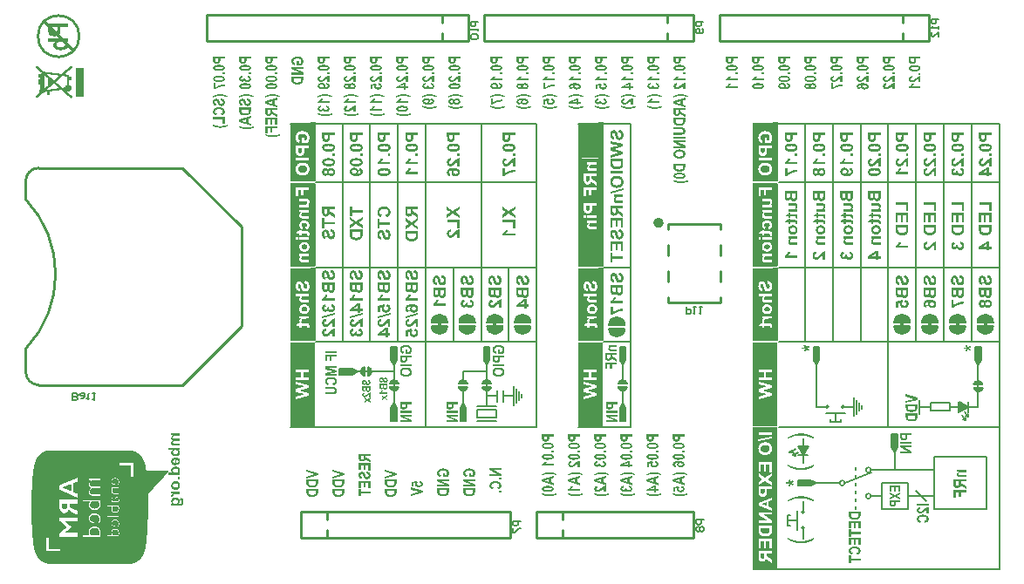
<source format=gbo>
G04 Layer_Color=32896*
%FSLAX24Y24*%
%MOIN*%
G70*
G01*
G75*
%ADD10C,0.0060*%
%ADD58C,0.0200*%
%ADD59C,0.0100*%
%ADD78C,0.0059*%
%ADD81C,0.0079*%
%ADD143C,0.0002*%
%ADD144C,0.0120*%
%ADD145C,0.0002*%
%ADD146R,0.0980X0.0230*%
%ADD147R,0.0170X0.5450*%
%ADD148R,0.0980X0.0120*%
%ADD149R,0.0180X0.5450*%
%ADD150R,0.0980X0.0258*%
%ADD151R,0.0980X0.0170*%
%ADD152R,0.0980X0.0070*%
%ADD153R,0.0200X0.2250*%
%ADD154R,0.0160X0.3170*%
%ADD155R,0.0200X0.3180*%
%ADD156R,0.0160X0.2240*%
%ADD157R,0.0190X0.2790*%
%ADD158R,0.0180X0.1993*%
%ADD159R,0.0160X0.2759*%
%ADD160R,0.0980X0.0940*%
%ADD161R,0.0170X0.1811*%
%ADD162R,0.0980X0.0400*%
%ADD163R,0.0980X0.0413*%
%ADD164R,0.0980X0.0140*%
%ADD165R,0.0980X0.0970*%
%ADD166R,0.0980X0.1380*%
%ADD167R,0.0980X0.1320*%
%ADD168R,0.0160X0.3420*%
%ADD169R,0.0200X0.3320*%
G36*
X25067Y6969D02*
X25093Y6966D01*
X25106Y6965D01*
X25118Y6963D01*
X25129Y6961D01*
X25140Y6959D01*
X25150Y6958D01*
X25159Y6956D01*
X25167Y6954D01*
X25174Y6952D01*
X25179Y6951D01*
X25183Y6950D01*
X25185Y6950D01*
X25187D01*
X25214Y6941D01*
X25240Y6932D01*
X25252Y6927D01*
X25264Y6923D01*
X25275Y6918D01*
X25286Y6913D01*
X25295Y6909D01*
X25304Y6905D01*
X25311Y6902D01*
X25317Y6898D01*
X25322Y6896D01*
X25326Y6894D01*
X25328Y6893D01*
X25329Y6892D01*
Y6845D01*
X25301Y6855D01*
X25288Y6860D01*
X25276Y6864D01*
X25264Y6868D01*
X25254Y6871D01*
X25243Y6874D01*
X25234Y6877D01*
X25226Y6879D01*
X25218Y6881D01*
X25212Y6883D01*
X25206Y6884D01*
X25202Y6885D01*
X25199Y6886D01*
X25197Y6887D01*
X25197D01*
X25167Y6892D01*
X25139Y6897D01*
X25125Y6898D01*
X25113Y6899D01*
X25101Y6901D01*
X25090Y6901D01*
X25080Y6902D01*
X25071D01*
X25063Y6903D01*
X25056Y6904D01*
X25044D01*
X25018Y6903D01*
X24994Y6902D01*
X24982Y6901D01*
X24971Y6900D01*
X24960Y6899D01*
X24951Y6898D01*
X24942Y6897D01*
X24934Y6895D01*
X24928Y6895D01*
X24922Y6894D01*
X24917Y6893D01*
X24914Y6892D01*
X24911Y6892D01*
X24911D01*
X24899Y6890D01*
X24886Y6886D01*
X24860Y6879D01*
X24834Y6871D01*
X24821Y6867D01*
X24809Y6864D01*
X24798Y6860D01*
X24787Y6856D01*
X24778Y6853D01*
X24770Y6850D01*
X24763Y6848D01*
X24759Y6846D01*
X24756Y6845D01*
X24755Y6845D01*
Y6892D01*
X24779Y6905D01*
X24804Y6917D01*
X24827Y6927D01*
X24838Y6931D01*
X24848Y6935D01*
X24858Y6939D01*
X24867Y6941D01*
X24874Y6944D01*
X24881Y6946D01*
X24886Y6947D01*
X24889Y6948D01*
X24892Y6950D01*
X24893D01*
X24920Y6956D01*
X24946Y6961D01*
X24959Y6963D01*
X24971Y6965D01*
X24983Y6966D01*
X24994Y6967D01*
X25004Y6968D01*
X25013Y6968D01*
X25021Y6969D01*
X25028D01*
X25033Y6969D01*
X25041D01*
X25067Y6969D01*
D02*
G37*
G36*
X25200Y7160D02*
X25122D01*
Y7297D01*
X25114Y7292D01*
X25106Y7288D01*
X25103Y7286D01*
X25101Y7284D01*
X25100Y7284D01*
X25099Y7283D01*
X25097Y7281D01*
X25093Y7279D01*
X25086Y7273D01*
X25078Y7266D01*
X25070Y7259D01*
X25062Y7252D01*
X25055Y7246D01*
X25053Y7244D01*
X25051Y7242D01*
X25050Y7242D01*
X25050Y7241D01*
X25036Y7229D01*
X25023Y7218D01*
X25012Y7210D01*
X25002Y7203D01*
X24994Y7197D01*
X24989Y7193D01*
X24985Y7191D01*
X24984Y7190D01*
X24975Y7185D01*
X24966Y7180D01*
X24957Y7176D01*
X24949Y7173D01*
X24943Y7171D01*
X24938Y7169D01*
X24935Y7168D01*
X24934Y7168D01*
X24924Y7165D01*
X24915Y7163D01*
X24906Y7162D01*
X24898Y7161D01*
X24892Y7161D01*
X24886Y7160D01*
X24882D01*
X24873Y7161D01*
X24864Y7161D01*
X24848Y7165D01*
X24834Y7169D01*
X24822Y7175D01*
X24816Y7178D01*
X24811Y7180D01*
X24807Y7182D01*
X24804Y7185D01*
X24801Y7186D01*
X24799Y7188D01*
X24798Y7189D01*
X24797Y7189D01*
X24791Y7195D01*
X24785Y7201D01*
X24780Y7208D01*
X24776Y7214D01*
X24772Y7222D01*
X24769Y7229D01*
X24765Y7242D01*
X24762Y7255D01*
X24762Y7260D01*
X24761Y7265D01*
X24760Y7269D01*
Y7272D01*
Y7274D01*
Y7274D01*
X24761Y7284D01*
X24762Y7292D01*
X24765Y7309D01*
X24770Y7323D01*
X24773Y7329D01*
X24776Y7334D01*
X24779Y7340D01*
X24782Y7344D01*
X24784Y7348D01*
X24787Y7351D01*
X24789Y7353D01*
X24791Y7355D01*
X24791Y7356D01*
X24792Y7357D01*
X24798Y7362D01*
X24805Y7367D01*
X24820Y7375D01*
X24836Y7382D01*
X24852Y7386D01*
X24860Y7388D01*
X24867Y7390D01*
X24873Y7391D01*
X24878Y7392D01*
X24883Y7393D01*
X24886D01*
X24889Y7393D01*
X24889D01*
X24898Y7325D01*
X24886Y7324D01*
X24875Y7322D01*
X24867Y7319D01*
X24858Y7316D01*
X24852Y7312D01*
X24847Y7308D01*
X24842Y7303D01*
X24839Y7299D01*
X24836Y7295D01*
X24833Y7291D01*
X24832Y7287D01*
X24831Y7283D01*
X24830Y7280D01*
X24830Y7278D01*
Y7277D01*
Y7276D01*
X24830Y7268D01*
X24832Y7262D01*
X24834Y7256D01*
X24837Y7251D01*
X24840Y7247D01*
X24843Y7245D01*
X24844Y7243D01*
X24845Y7242D01*
X24851Y7238D01*
X24858Y7235D01*
X24865Y7232D01*
X24872Y7231D01*
X24878Y7229D01*
X24883Y7229D01*
X24888D01*
X24898Y7229D01*
X24908Y7231D01*
X24917Y7234D01*
X24925Y7236D01*
X24932Y7239D01*
X24937Y7242D01*
X24941Y7244D01*
X24941Y7245D01*
X24942D01*
X24945Y7247D01*
X24950Y7250D01*
X24955Y7254D01*
X24960Y7258D01*
X24972Y7267D01*
X24984Y7277D01*
X24994Y7285D01*
X24999Y7289D01*
X25004Y7293D01*
X25007Y7296D01*
X25009Y7299D01*
X25011Y7300D01*
X25012Y7301D01*
X25023Y7311D01*
X25035Y7320D01*
X25046Y7329D01*
X25055Y7337D01*
X25065Y7344D01*
X25074Y7351D01*
X25081Y7356D01*
X25089Y7361D01*
X25095Y7365D01*
X25100Y7369D01*
X25106Y7372D01*
X25109Y7374D01*
X25113Y7376D01*
X25115Y7377D01*
X25116Y7378D01*
X25117D01*
X25132Y7384D01*
X25146Y7390D01*
X25160Y7394D01*
X25173Y7397D01*
X25179Y7398D01*
X25184Y7399D01*
X25188Y7400D01*
X25192D01*
X25196Y7401D01*
X25198Y7401D01*
X25200D01*
Y7160D01*
D02*
G37*
G36*
X12755Y-1991D02*
X12766Y-1994D01*
X12775Y-1996D01*
X12784Y-2000D01*
X12793Y-2004D01*
X12801Y-2008D01*
X12809Y-2013D01*
X12816Y-2017D01*
X12821Y-2021D01*
X12827Y-2025D01*
X12831Y-2029D01*
X12835Y-2032D01*
X12838Y-2035D01*
X12840Y-2037D01*
X12841Y-2038D01*
X12842Y-2039D01*
X12848Y-2047D01*
X12854Y-2056D01*
X12859Y-2065D01*
X12863Y-2074D01*
X12867Y-2083D01*
X12870Y-2092D01*
X12874Y-2109D01*
X12876Y-2117D01*
X12877Y-2124D01*
X12878Y-2131D01*
X12878Y-2136D01*
X12879Y-2141D01*
Y-2144D01*
Y-2146D01*
Y-2147D01*
X12878Y-2159D01*
X12877Y-2172D01*
X12874Y-2183D01*
X12872Y-2194D01*
X12869Y-2204D01*
X12865Y-2214D01*
X12861Y-2222D01*
X12856Y-2231D01*
X12852Y-2238D01*
X12848Y-2244D01*
X12844Y-2249D01*
X12841Y-2254D01*
X12839Y-2257D01*
X12836Y-2261D01*
X12835Y-2262D01*
X12834Y-2262D01*
X12826Y-2271D01*
X12817Y-2278D01*
X12808Y-2284D01*
X12799Y-2289D01*
X12789Y-2294D01*
X12781Y-2298D01*
X12772Y-2301D01*
X12764Y-2303D01*
X12756Y-2305D01*
X12749Y-2306D01*
X12743Y-2307D01*
X12737Y-2308D01*
X12732Y-2309D01*
X12726D01*
X12711Y-2307D01*
X12696Y-2305D01*
X12684Y-2301D01*
X12672Y-2296D01*
X12664Y-2292D01*
X12658Y-2288D01*
X12655Y-2286D01*
X12653Y-2285D01*
X12652Y-2284D01*
X12652D01*
X12641Y-2274D01*
X12632Y-2263D01*
X12626Y-2253D01*
X12621Y-2242D01*
X12616Y-2233D01*
X12615Y-2229D01*
X12614Y-2225D01*
X12613Y-2222D01*
X12613Y-2220D01*
X12612Y-2219D01*
Y-2218D01*
X12604Y-2231D01*
X12597Y-2241D01*
X12589Y-2250D01*
X12580Y-2258D01*
X12572Y-2265D01*
X12563Y-2271D01*
X12555Y-2275D01*
X12547Y-2279D01*
X12539Y-2282D01*
X12533Y-2284D01*
X12526Y-2286D01*
X12521Y-2286D01*
X12517Y-2287D01*
X12513Y-2288D01*
X12511D01*
X12502Y-2287D01*
X12494Y-2286D01*
X12479Y-2282D01*
X12466Y-2277D01*
X12454Y-2271D01*
X12444Y-2264D01*
X12440Y-2261D01*
X12437Y-2259D01*
X12434Y-2256D01*
X12433Y-2254D01*
X12431Y-2254D01*
X12431Y-2253D01*
X12423Y-2245D01*
X12416Y-2237D01*
X12411Y-2228D01*
X12405Y-2219D01*
X12401Y-2210D01*
X12398Y-2201D01*
X12394Y-2192D01*
X12392Y-2184D01*
X12391Y-2176D01*
X12389Y-2168D01*
X12388Y-2161D01*
X12387Y-2156D01*
X12387Y-2151D01*
Y-2148D01*
Y-2145D01*
Y-2144D01*
X12387Y-2130D01*
X12389Y-2116D01*
X12392Y-2104D01*
X12394Y-2094D01*
X12397Y-2085D01*
X12399Y-2078D01*
X12401Y-2076D01*
X12401Y-2074D01*
X12402Y-2073D01*
Y-2072D01*
X12408Y-2061D01*
X12414Y-2051D01*
X12421Y-2042D01*
X12428Y-2036D01*
X12434Y-2030D01*
X12439Y-2026D01*
X12442Y-2023D01*
X12443Y-2023D01*
X12454Y-2016D01*
X12465Y-2011D01*
X12477Y-2006D01*
X12488Y-2003D01*
X12498Y-2000D01*
X12502Y-1999D01*
X12506Y-1998D01*
X12509Y-1998D01*
X12511Y-1997D01*
X12513Y-1996D01*
X12513D01*
X12528Y-2081D01*
X12516Y-2083D01*
X12507Y-2086D01*
X12499Y-2089D01*
X12492Y-2093D01*
X12487Y-2096D01*
X12483Y-2099D01*
X12481Y-2101D01*
X12480Y-2101D01*
X12474Y-2108D01*
X12470Y-2115D01*
X12467Y-2121D01*
X12465Y-2128D01*
X12464Y-2134D01*
X12463Y-2138D01*
Y-2141D01*
Y-2142D01*
X12464Y-2151D01*
X12466Y-2158D01*
X12468Y-2164D01*
X12471Y-2170D01*
X12473Y-2174D01*
X12476Y-2177D01*
X12478Y-2179D01*
X12478Y-2180D01*
X12484Y-2185D01*
X12490Y-2189D01*
X12497Y-2191D01*
X12503Y-2193D01*
X12508Y-2194D01*
X12513Y-2195D01*
X12517D01*
X12527Y-2194D01*
X12536Y-2192D01*
X12544Y-2189D01*
X12551Y-2185D01*
X12556Y-2181D01*
X12560Y-2178D01*
X12563Y-2176D01*
X12563Y-2175D01*
X12569Y-2167D01*
X12572Y-2158D01*
X12576Y-2149D01*
X12578Y-2139D01*
X12578Y-2131D01*
X12579Y-2124D01*
Y-2122D01*
Y-2120D01*
Y-2119D01*
Y-2118D01*
X12654Y-2108D01*
X12651Y-2117D01*
X12649Y-2125D01*
X12648Y-2132D01*
X12647Y-2138D01*
Y-2143D01*
X12646Y-2147D01*
Y-2149D01*
Y-2150D01*
X12647Y-2160D01*
X12649Y-2169D01*
X12652Y-2176D01*
X12656Y-2183D01*
X12661Y-2188D01*
X12664Y-2192D01*
X12666Y-2195D01*
X12667Y-2196D01*
X12675Y-2202D01*
X12684Y-2206D01*
X12694Y-2210D01*
X12702Y-2212D01*
X12711Y-2213D01*
X12717Y-2214D01*
X12723D01*
X12736Y-2214D01*
X12747Y-2211D01*
X12758Y-2208D01*
X12766Y-2204D01*
X12773Y-2201D01*
X12778Y-2198D01*
X12780Y-2195D01*
X12781Y-2194D01*
X12788Y-2187D01*
X12794Y-2179D01*
X12797Y-2171D01*
X12800Y-2163D01*
X12801Y-2157D01*
X12802Y-2152D01*
X12802Y-2148D01*
Y-2148D01*
Y-2147D01*
X12802Y-2138D01*
X12800Y-2128D01*
X12797Y-2121D01*
X12794Y-2114D01*
X12791Y-2109D01*
X12787Y-2104D01*
X12786Y-2102D01*
X12785Y-2101D01*
X12778Y-2095D01*
X12769Y-2090D01*
X12761Y-2086D01*
X12752Y-2083D01*
X12744Y-2081D01*
X12738Y-2079D01*
X12736D01*
X12734Y-2079D01*
X12732D01*
X12744Y-1989D01*
X12755Y-1991D01*
D02*
G37*
G36*
X12870Y-1931D02*
X12784D01*
Y-1748D01*
X12776Y-1753D01*
X12767Y-1759D01*
X12764Y-1762D01*
X12762Y-1764D01*
X12760Y-1766D01*
X12759Y-1766D01*
X12757Y-1769D01*
X12753Y-1772D01*
X12746Y-1780D01*
X12737Y-1789D01*
X12728Y-1798D01*
X12719Y-1807D01*
X12713Y-1814D01*
X12710Y-1817D01*
X12708Y-1819D01*
X12707Y-1821D01*
X12706Y-1821D01*
X12699Y-1829D01*
X12692Y-1836D01*
X12679Y-1849D01*
X12669Y-1859D01*
X12660Y-1868D01*
X12653Y-1874D01*
X12648Y-1879D01*
X12646Y-1881D01*
X12644Y-1882D01*
X12632Y-1891D01*
X12621Y-1898D01*
X12611Y-1904D01*
X12602Y-1910D01*
X12594Y-1914D01*
X12588Y-1916D01*
X12584Y-1918D01*
X12584Y-1919D01*
X12583D01*
X12572Y-1922D01*
X12561Y-1926D01*
X12551Y-1928D01*
X12541Y-1929D01*
X12533Y-1930D01*
X12527Y-1931D01*
X12521D01*
X12511Y-1930D01*
X12501Y-1929D01*
X12491Y-1927D01*
X12482Y-1924D01*
X12466Y-1918D01*
X12459Y-1914D01*
X12452Y-1911D01*
X12446Y-1906D01*
X12441Y-1903D01*
X12436Y-1899D01*
X12433Y-1896D01*
X12429Y-1894D01*
X12428Y-1892D01*
X12426Y-1891D01*
X12426Y-1890D01*
X12419Y-1882D01*
X12413Y-1874D01*
X12407Y-1864D01*
X12403Y-1856D01*
X12399Y-1846D01*
X12396Y-1837D01*
X12392Y-1819D01*
X12390Y-1811D01*
X12389Y-1803D01*
X12388Y-1796D01*
X12387Y-1790D01*
X12387Y-1785D01*
Y-1781D01*
Y-1779D01*
Y-1778D01*
X12387Y-1766D01*
X12388Y-1755D01*
X12390Y-1744D01*
X12392Y-1734D01*
X12394Y-1724D01*
X12398Y-1716D01*
X12401Y-1707D01*
X12403Y-1700D01*
X12406Y-1693D01*
X12409Y-1687D01*
X12413Y-1682D01*
X12415Y-1678D01*
X12417Y-1674D01*
X12419Y-1672D01*
X12419Y-1671D01*
X12420Y-1670D01*
X12427Y-1663D01*
X12434Y-1656D01*
X12443Y-1649D01*
X12451Y-1644D01*
X12460Y-1639D01*
X12469Y-1635D01*
X12487Y-1628D01*
X12496Y-1626D01*
X12504Y-1624D01*
X12511Y-1622D01*
X12517Y-1621D01*
X12522Y-1620D01*
X12526Y-1619D01*
X12529Y-1619D01*
X12529D01*
X12538Y-1711D01*
X12524Y-1713D01*
X12513Y-1715D01*
X12502Y-1718D01*
X12494Y-1721D01*
X12488Y-1724D01*
X12484Y-1727D01*
X12481Y-1729D01*
X12481Y-1730D01*
X12475Y-1737D01*
X12471Y-1744D01*
X12467Y-1752D01*
X12465Y-1759D01*
X12464Y-1766D01*
X12463Y-1771D01*
Y-1774D01*
Y-1776D01*
X12464Y-1786D01*
X12466Y-1795D01*
X12469Y-1803D01*
X12471Y-1809D01*
X12474Y-1814D01*
X12478Y-1818D01*
X12479Y-1821D01*
X12480Y-1821D01*
X12487Y-1827D01*
X12494Y-1831D01*
X12502Y-1834D01*
X12510Y-1836D01*
X12517Y-1838D01*
X12522Y-1838D01*
X12528D01*
X12538Y-1838D01*
X12548Y-1835D01*
X12557Y-1832D01*
X12566Y-1829D01*
X12573Y-1825D01*
X12579Y-1822D01*
X12582Y-1819D01*
X12583Y-1819D01*
X12584D01*
X12588Y-1816D01*
X12593Y-1811D01*
X12599Y-1807D01*
X12605Y-1801D01*
X12617Y-1789D01*
X12631Y-1776D01*
X12643Y-1763D01*
X12648Y-1758D01*
X12653Y-1752D01*
X12657Y-1748D01*
X12660Y-1745D01*
X12662Y-1743D01*
X12663Y-1743D01*
X12676Y-1729D01*
X12688Y-1716D01*
X12700Y-1704D01*
X12711Y-1694D01*
X12721Y-1684D01*
X12731Y-1676D01*
X12739Y-1669D01*
X12747Y-1662D01*
X12754Y-1656D01*
X12761Y-1652D01*
X12766Y-1648D01*
X12770Y-1645D01*
X12774Y-1643D01*
X12776Y-1641D01*
X12778Y-1640D01*
X12778Y-1639D01*
X12794Y-1631D01*
X12811Y-1624D01*
X12826Y-1618D01*
X12841Y-1614D01*
X12847Y-1612D01*
X12852Y-1611D01*
X12858Y-1610D01*
X12862Y-1609D01*
X12865Y-1609D01*
X12868Y-1608D01*
X12870D01*
Y-1931D01*
D02*
G37*
G36*
X25200Y6751D02*
X25100Y6722D01*
Y6578D01*
X25200Y6547D01*
Y6468D01*
X24762Y6611D01*
Y6689D01*
X25200Y6828D01*
Y6751D01*
D02*
G37*
G36*
X16969Y47D02*
X16983Y45D01*
X16996Y41D01*
X17007Y37D01*
X17019Y33D01*
X17029Y27D01*
X17038Y22D01*
X17046Y18D01*
X17053Y12D01*
X17059Y8D01*
X17064Y4D01*
X17069Y-1D01*
X17072Y-4D01*
X17075Y-6D01*
X17076Y-8D01*
X17077Y-8D01*
X17084Y-18D01*
X17091Y-28D01*
X17096Y-39D01*
X17101Y-51D01*
X17105Y-63D01*
X17109Y-74D01*
X17114Y-96D01*
X17115Y-107D01*
X17116Y-117D01*
X17118Y-126D01*
X17118Y-133D01*
X17119Y-139D01*
Y-144D01*
Y-147D01*
Y-148D01*
X17118Y-171D01*
X17116Y-191D01*
X17114Y-200D01*
X17113Y-209D01*
X17112Y-216D01*
X17110Y-224D01*
X17108Y-230D01*
X17107Y-236D01*
X17105Y-241D01*
X17104Y-245D01*
X17103Y-248D01*
X17102Y-251D01*
X17101Y-252D01*
Y-253D01*
X17094Y-268D01*
X17086Y-281D01*
X17077Y-291D01*
X17068Y-301D01*
X17060Y-308D01*
X17054Y-313D01*
X17051Y-315D01*
X17049Y-316D01*
X17049Y-318D01*
X17048D01*
X17034Y-325D01*
X17021Y-331D01*
X17007Y-335D01*
X16996Y-338D01*
X16985Y-339D01*
X16981Y-340D01*
X16977D01*
X16974Y-341D01*
X16970D01*
X16954Y-340D01*
X16939Y-338D01*
X16926Y-334D01*
X16915Y-331D01*
X16906Y-327D01*
X16903Y-326D01*
X16899Y-324D01*
X16897Y-323D01*
X16895Y-322D01*
X16894Y-321D01*
X16894D01*
X16882Y-313D01*
X16873Y-305D01*
X16864Y-296D01*
X16858Y-288D01*
X16852Y-280D01*
X16847Y-274D01*
X16846Y-271D01*
X16845Y-269D01*
X16844Y-269D01*
Y-268D01*
X16841Y-261D01*
X16838Y-254D01*
X16831Y-237D01*
X16826Y-220D01*
X16820Y-203D01*
X16818Y-196D01*
X16816Y-188D01*
X16814Y-181D01*
X16812Y-176D01*
X16811Y-171D01*
X16810Y-167D01*
X16809Y-164D01*
Y-164D01*
X16806Y-151D01*
X16803Y-139D01*
X16800Y-129D01*
X16797Y-120D01*
X16794Y-112D01*
X16792Y-104D01*
X16789Y-98D01*
X16787Y-93D01*
X16785Y-88D01*
X16783Y-84D01*
X16781Y-81D01*
X16780Y-79D01*
X16779Y-77D01*
X16778Y-76D01*
X16777Y-75D01*
X16773Y-70D01*
X16767Y-67D01*
X16762Y-64D01*
X16758Y-63D01*
X16754Y-61D01*
X16751Y-61D01*
X16748D01*
X16741Y-61D01*
X16736Y-63D01*
X16731Y-66D01*
X16726Y-68D01*
X16723Y-71D01*
X16720Y-73D01*
X16719Y-75D01*
X16718Y-76D01*
X16712Y-85D01*
X16708Y-96D01*
X16705Y-107D01*
X16703Y-117D01*
X16701Y-127D01*
Y-131D01*
X16701Y-135D01*
Y-138D01*
Y-140D01*
Y-141D01*
Y-142D01*
X16701Y-156D01*
X16703Y-169D01*
X16706Y-179D01*
X16709Y-188D01*
X16712Y-194D01*
X16714Y-199D01*
X16716Y-202D01*
X16717Y-203D01*
X16724Y-210D01*
X16732Y-216D01*
X16741Y-221D01*
X16749Y-224D01*
X16758Y-227D01*
X16764Y-229D01*
X16766Y-229D01*
X16768Y-230D01*
X16770D01*
X16766Y-327D01*
X16754Y-326D01*
X16743Y-324D01*
X16732Y-321D01*
X16722Y-318D01*
X16712Y-314D01*
X16704Y-311D01*
X16696Y-306D01*
X16689Y-302D01*
X16682Y-298D01*
X16676Y-293D01*
X16672Y-289D01*
X16667Y-286D01*
X16664Y-283D01*
X16662Y-281D01*
X16661Y-279D01*
X16661Y-279D01*
X16654Y-270D01*
X16647Y-260D01*
X16642Y-249D01*
X16638Y-238D01*
X16634Y-227D01*
X16631Y-216D01*
X16626Y-194D01*
X16624Y-183D01*
X16623Y-174D01*
X16622Y-165D01*
X16621Y-158D01*
X16621Y-151D01*
Y-146D01*
Y-144D01*
Y-143D01*
X16621Y-122D01*
X16623Y-104D01*
X16626Y-89D01*
X16628Y-81D01*
X16629Y-75D01*
X16631Y-69D01*
X16632Y-64D01*
X16634Y-59D01*
X16635Y-55D01*
X16636Y-52D01*
X16637Y-50D01*
X16638Y-49D01*
Y-48D01*
X16644Y-34D01*
X16652Y-22D01*
X16661Y-12D01*
X16669Y-4D01*
X16676Y3D01*
X16681Y8D01*
X16686Y10D01*
X16686Y11D01*
X16687D01*
X16699Y18D01*
X16711Y23D01*
X16723Y27D01*
X16733Y29D01*
X16742Y31D01*
X16749Y31D01*
X16751Y32D01*
X16755D01*
X16766Y31D01*
X16776Y30D01*
X16786Y28D01*
X16794Y25D01*
X16811Y18D01*
X16819Y14D01*
X16825Y10D01*
X16831Y6D01*
X16837Y2D01*
X16841Y-2D01*
X16846Y-5D01*
X16848Y-8D01*
X16851Y-10D01*
X16852Y-11D01*
X16853Y-12D01*
X16858Y-18D01*
X16862Y-26D01*
X16868Y-34D01*
X16872Y-42D01*
X16880Y-60D01*
X16887Y-78D01*
X16890Y-87D01*
X16892Y-95D01*
X16894Y-103D01*
X16896Y-109D01*
X16898Y-114D01*
X16899Y-118D01*
X16900Y-121D01*
Y-121D01*
X16903Y-132D01*
X16905Y-142D01*
X16908Y-151D01*
X16909Y-159D01*
X16911Y-166D01*
X16913Y-172D01*
X16915Y-178D01*
X16916Y-182D01*
X16918Y-187D01*
X16919Y-190D01*
X16919Y-193D01*
X16920Y-195D01*
X16921Y-198D01*
X16921Y-199D01*
X16924Y-207D01*
X16928Y-215D01*
X16932Y-221D01*
X16935Y-226D01*
X16938Y-229D01*
X16940Y-232D01*
X16941Y-233D01*
X16942Y-234D01*
X16946Y-237D01*
X16951Y-239D01*
X16956Y-241D01*
X16961Y-243D01*
X16965Y-243D01*
X16968Y-244D01*
X16971D01*
X16981Y-243D01*
X16989Y-240D01*
X16997Y-236D01*
X17004Y-232D01*
X17010Y-227D01*
X17014Y-223D01*
X17017Y-221D01*
X17018Y-219D01*
X17024Y-209D01*
X17029Y-198D01*
X17032Y-187D01*
X17034Y-175D01*
X17036Y-165D01*
X17036Y-161D01*
Y-156D01*
X17037Y-153D01*
Y-151D01*
Y-149D01*
Y-149D01*
X17036Y-133D01*
X17033Y-119D01*
X17030Y-108D01*
X17026Y-98D01*
X17022Y-89D01*
X17018Y-84D01*
X17016Y-80D01*
X17015Y-79D01*
X17006Y-70D01*
X16994Y-63D01*
X16983Y-56D01*
X16971Y-52D01*
X16961Y-48D01*
X16957Y-47D01*
X16953Y-46D01*
X16949Y-46D01*
X16947Y-45D01*
X16946Y-44D01*
X16945D01*
X16954Y50D01*
X16969Y47D01*
D02*
G37*
G36*
X25200Y8338D02*
X25034D01*
Y8290D01*
Y8279D01*
X25034Y8268D01*
X25033Y8257D01*
X25033Y8248D01*
X25032Y8240D01*
X25030Y8232D01*
X25029Y8225D01*
X25028Y8219D01*
X25027Y8214D01*
X25026Y8209D01*
X25025Y8206D01*
X25023Y8203D01*
X25023Y8201D01*
X25022Y8199D01*
X25022Y8198D01*
Y8198D01*
X25016Y8188D01*
X25009Y8180D01*
X25002Y8172D01*
X24994Y8165D01*
X24988Y8160D01*
X24982Y8156D01*
X24980Y8155D01*
X24978Y8153D01*
X24977Y8153D01*
X24977D01*
X24964Y8147D01*
X24950Y8142D01*
X24937Y8139D01*
X24925Y8137D01*
X24914Y8136D01*
X24909Y8135D01*
X24905Y8135D01*
X24897D01*
X24878Y8136D01*
X24861Y8138D01*
X24847Y8141D01*
X24840Y8144D01*
X24834Y8145D01*
X24829Y8147D01*
X24825Y8149D01*
X24821Y8151D01*
X24818Y8152D01*
X24815Y8154D01*
X24813Y8155D01*
X24812Y8156D01*
X24812D01*
X24800Y8164D01*
X24791Y8173D01*
X24783Y8182D01*
X24777Y8190D01*
X24773Y8198D01*
X24770Y8204D01*
X24769Y8206D01*
X24769Y8208D01*
X24768Y8208D01*
Y8209D01*
X24767Y8213D01*
X24766Y8218D01*
X24765Y8224D01*
X24765Y8230D01*
X24763Y8244D01*
X24762Y8259D01*
Y8272D01*
X24762Y8278D01*
Y8283D01*
Y8288D01*
Y8291D01*
Y8293D01*
Y8294D01*
Y8410D01*
X25200D01*
Y8338D01*
D02*
G37*
G36*
X25006Y8091D02*
X25027Y8090D01*
X25046Y8088D01*
X25064Y8086D01*
X25080Y8084D01*
X25094Y8081D01*
X25107Y8078D01*
X25118Y8075D01*
X25128Y8072D01*
X25136Y8069D01*
X25143Y8067D01*
X25149Y8064D01*
X25153Y8062D01*
X25156Y8060D01*
X25158Y8060D01*
X25159Y8059D01*
X25167Y8053D01*
X25175Y8046D01*
X25181Y8039D01*
X25187Y8032D01*
X25192Y8025D01*
X25195Y8018D01*
X25199Y8011D01*
X25201Y8005D01*
X25204Y7998D01*
X25205Y7993D01*
X25206Y7988D01*
X25207Y7983D01*
Y7980D01*
X25208Y7977D01*
Y7975D01*
Y7975D01*
X25207Y7965D01*
X25205Y7956D01*
X25203Y7948D01*
X25200Y7940D01*
X25192Y7925D01*
X25187Y7919D01*
X25183Y7913D01*
X25178Y7908D01*
X25174Y7903D01*
X25170Y7899D01*
X25166Y7896D01*
X25163Y7894D01*
X25160Y7892D01*
X25159Y7891D01*
X25158Y7891D01*
X25148Y7885D01*
X25136Y7879D01*
X25124Y7875D01*
X25110Y7872D01*
X25096Y7868D01*
X25081Y7866D01*
X25053Y7862D01*
X25039Y7861D01*
X25026Y7860D01*
X25015Y7859D01*
X25005Y7858D01*
X24996Y7858D01*
X24984D01*
X24962Y7858D01*
X24941Y7859D01*
X24922Y7861D01*
X24905Y7863D01*
X24889Y7865D01*
X24875Y7868D01*
X24862Y7871D01*
X24851Y7874D01*
X24841Y7877D01*
X24833Y7880D01*
X24826Y7883D01*
X24820Y7885D01*
X24816Y7888D01*
X24813Y7889D01*
X24811Y7890D01*
X24811Y7891D01*
X24802Y7897D01*
X24794Y7903D01*
X24787Y7910D01*
X24781Y7917D01*
X24777Y7924D01*
X24773Y7931D01*
X24769Y7938D01*
X24767Y7945D01*
X24765Y7951D01*
X24763Y7957D01*
X24762Y7962D01*
X24761Y7966D01*
Y7970D01*
X24760Y7973D01*
Y7975D01*
Y7975D01*
X24761Y7984D01*
X24763Y7994D01*
X24765Y8002D01*
X24768Y8010D01*
X24772Y8018D01*
X24776Y8025D01*
X24781Y8030D01*
X24786Y8036D01*
X24790Y8042D01*
X24795Y8046D01*
X24799Y8050D01*
X24803Y8053D01*
X24806Y8056D01*
X24808Y8057D01*
X24810Y8058D01*
X24811Y8059D01*
X24820Y8065D01*
X24832Y8070D01*
X24845Y8074D01*
X24858Y8078D01*
X24887Y8084D01*
X24916Y8087D01*
X24930Y8088D01*
X24942Y8089D01*
X24953Y8090D01*
X24964Y8091D01*
X24972Y8091D01*
X24984D01*
X25006Y8091D01*
D02*
G37*
G36*
X24938Y7636D02*
X24928Y7619D01*
X24918Y7604D01*
X24913Y7597D01*
X24907Y7590D01*
X24902Y7584D01*
X24897Y7580D01*
X24893Y7575D01*
X24890Y7572D01*
X24887Y7569D01*
X24885Y7566D01*
X24883Y7565D01*
X24883Y7565D01*
X25200D01*
Y7496D01*
X24760D01*
Y7552D01*
X24774Y7557D01*
X24788Y7563D01*
X24800Y7570D01*
X24809Y7577D01*
X24818Y7584D01*
X24824Y7589D01*
X24826Y7591D01*
X24828Y7593D01*
X24829Y7594D01*
X24829Y7594D01*
X24840Y7606D01*
X24848Y7617D01*
X24855Y7627D01*
X24861Y7636D01*
X24865Y7643D01*
X24868Y7649D01*
X24869Y7651D01*
X24869Y7653D01*
X24870Y7653D01*
Y7654D01*
X24946D01*
X24938Y7636D01*
D02*
G37*
G36*
X25200Y7728D02*
X25116D01*
Y7797D01*
X25200D01*
Y7728D01*
D02*
G37*
G36*
X12773Y-1241D02*
X12870D01*
Y-1330D01*
X12773D01*
Y-1389D01*
X12693D01*
Y-1330D01*
X12387D01*
Y-1252D01*
X12693Y-1044D01*
X12773D01*
Y-1241D01*
D02*
G37*
G36*
X25200Y5135D02*
X24914D01*
X25200Y4991D01*
Y4918D01*
X24762D01*
Y4985D01*
X25055D01*
X24762Y5132D01*
Y5203D01*
X25200D01*
Y5135D01*
D02*
G37*
G36*
X25004Y4857D02*
X25022Y4855D01*
X25040Y4853D01*
X25056Y4849D01*
X25071Y4846D01*
X25085Y4841D01*
X25098Y4836D01*
X25109Y4832D01*
X25120Y4827D01*
X25128Y4822D01*
X25136Y4818D01*
X25142Y4814D01*
X25148Y4811D01*
X25151Y4808D01*
X25153Y4806D01*
X25154Y4806D01*
X25163Y4797D01*
X25171Y4788D01*
X25179Y4778D01*
X25185Y4768D01*
X25190Y4757D01*
X25195Y4747D01*
X25198Y4737D01*
X25201Y4728D01*
X25203Y4718D01*
X25205Y4710D01*
X25206Y4702D01*
X25207Y4696D01*
Y4690D01*
X25208Y4686D01*
Y4683D01*
Y4683D01*
X25207Y4669D01*
X25205Y4655D01*
X25202Y4643D01*
X25199Y4631D01*
X25195Y4620D01*
X25191Y4610D01*
X25185Y4601D01*
X25180Y4593D01*
X25176Y4585D01*
X25170Y4579D01*
X25166Y4573D01*
X25162Y4569D01*
X25159Y4565D01*
X25156Y4563D01*
X25154Y4561D01*
X25153Y4560D01*
X25141Y4551D01*
X25128Y4544D01*
X25114Y4537D01*
X25100Y4531D01*
X25086Y4525D01*
X25071Y4521D01*
X25057Y4518D01*
X25044Y4515D01*
X25031Y4513D01*
X25019Y4511D01*
X25008Y4510D01*
X24999Y4509D01*
X24991D01*
X24985Y4509D01*
X24981D01*
X24961Y4509D01*
X24942Y4511D01*
X24925Y4513D01*
X24909Y4516D01*
X24894Y4520D01*
X24880Y4524D01*
X24868Y4528D01*
X24857Y4533D01*
X24847Y4538D01*
X24838Y4542D01*
X24830Y4546D01*
X24825Y4550D01*
X24820Y4553D01*
X24816Y4555D01*
X24814Y4557D01*
X24813Y4558D01*
X24803Y4567D01*
X24794Y4577D01*
X24786Y4587D01*
X24779Y4598D01*
X24773Y4608D01*
X24769Y4618D01*
X24765Y4629D01*
X24762Y4639D01*
X24759Y4647D01*
X24757Y4656D01*
X24756Y4664D01*
X24755Y4670D01*
X24755Y4675D01*
X24754Y4679D01*
Y4682D01*
Y4683D01*
Y4693D01*
X24755Y4702D01*
X24758Y4720D01*
X24762Y4735D01*
X24764Y4742D01*
X24766Y4748D01*
X24769Y4754D01*
X24771Y4759D01*
X24773Y4763D01*
X24775Y4767D01*
X24777Y4770D01*
X24778Y4772D01*
X24779Y4773D01*
X24779Y4774D01*
X24784Y4781D01*
X24790Y4787D01*
X24801Y4799D01*
X24814Y4809D01*
X24826Y4818D01*
X24837Y4825D01*
X24842Y4828D01*
X24847Y4830D01*
X24850Y4832D01*
X24853Y4833D01*
X24854Y4834D01*
X24855D01*
X24865Y4839D01*
X24875Y4842D01*
X24896Y4848D01*
X24918Y4851D01*
X24928Y4853D01*
X24938Y4854D01*
X24948Y4855D01*
X24956Y4856D01*
X24964Y4857D01*
X24971D01*
X24976Y4857D01*
X24984D01*
X25004Y4857D01*
D02*
G37*
G36*
X12583Y-736D02*
X12572Y-759D01*
X12566Y-769D01*
X12561Y-779D01*
X12555Y-789D01*
X12549Y-797D01*
X12544Y-804D01*
X12539Y-811D01*
X12534Y-817D01*
X12531Y-822D01*
X12528Y-826D01*
X12525Y-828D01*
X12524Y-830D01*
X12523Y-831D01*
X12870D01*
Y-922D01*
X12387D01*
Y-847D01*
X12395Y-844D01*
X12403Y-841D01*
X12418Y-832D01*
X12431Y-822D01*
X12443Y-812D01*
X12451Y-804D01*
X12456Y-800D01*
X12459Y-796D01*
X12461Y-793D01*
X12463Y-791D01*
X12464Y-790D01*
X12464Y-789D01*
X12476Y-774D01*
X12485Y-759D01*
X12493Y-746D01*
X12499Y-735D01*
X12503Y-726D01*
X12505Y-721D01*
X12506Y-718D01*
X12507Y-716D01*
X12508Y-714D01*
X12509Y-712D01*
Y-712D01*
X12593D01*
X12583Y-736D01*
D02*
G37*
G36*
X25200Y4177D02*
X25199Y4161D01*
X25198Y4147D01*
X25196Y4135D01*
X25194Y4124D01*
X25192Y4116D01*
X25191Y4113D01*
X25190Y4110D01*
X25189Y4108D01*
X25188Y4106D01*
X25188Y4106D01*
Y4105D01*
X25183Y4095D01*
X25177Y4086D01*
X25171Y4078D01*
X25165Y4071D01*
X25159Y4065D01*
X25155Y4061D01*
X25152Y4058D01*
X25151Y4058D01*
X25141Y4051D01*
X25130Y4044D01*
X25119Y4039D01*
X25108Y4034D01*
X25099Y4031D01*
X25095Y4029D01*
X25092Y4028D01*
X25089Y4026D01*
X25086Y4026D01*
X25085Y4025D01*
X25085D01*
X25068Y4021D01*
X25051Y4018D01*
X25035Y4015D01*
X25019Y4014D01*
X25012Y4013D01*
X25006Y4012D01*
X25000D01*
X24995Y4012D01*
X24985D01*
X24963Y4012D01*
X24952Y4013D01*
X24942Y4014D01*
X24933Y4015D01*
X24924Y4016D01*
X24916Y4017D01*
X24909Y4018D01*
X24903Y4019D01*
X24897Y4020D01*
X24892Y4021D01*
X24888Y4022D01*
X24884Y4023D01*
X24882Y4024D01*
X24881Y4024D01*
X24880D01*
X24865Y4029D01*
X24851Y4035D01*
X24840Y4040D01*
X24830Y4046D01*
X24822Y4050D01*
X24816Y4054D01*
X24814Y4056D01*
X24812Y4057D01*
X24811Y4058D01*
X24802Y4066D01*
X24794Y4074D01*
X24787Y4082D01*
X24782Y4089D01*
X24778Y4096D01*
X24776Y4101D01*
X24774Y4104D01*
X24773Y4105D01*
Y4105D01*
X24769Y4116D01*
X24766Y4128D01*
X24765Y4140D01*
X24763Y4152D01*
X24762Y4163D01*
Y4169D01*
X24762Y4173D01*
Y4176D01*
Y4179D01*
Y4180D01*
Y4181D01*
Y4313D01*
X25200D01*
Y4177D01*
D02*
G37*
G36*
X12878Y-1472D02*
X12381Y-1592D01*
Y-1523D01*
X12878Y-1404D01*
Y-1472D01*
D02*
G37*
G36*
X25200Y6357D02*
X25017D01*
Y6343D01*
Y6334D01*
X25018Y6326D01*
X25019Y6320D01*
X25019Y6315D01*
X25020Y6311D01*
X25022Y6309D01*
X25022Y6307D01*
Y6307D01*
X25025Y6302D01*
X25027Y6298D01*
X25033Y6291D01*
X25036Y6288D01*
X25038Y6287D01*
X25040Y6286D01*
X25040Y6285D01*
X25043Y6283D01*
X25047Y6280D01*
X25051Y6277D01*
X25056Y6274D01*
X25067Y6268D01*
X25078Y6262D01*
X25088Y6256D01*
X25093Y6253D01*
X25097Y6251D01*
X25100Y6249D01*
X25103Y6248D01*
X25104Y6247D01*
X25105Y6246D01*
X25200Y6195D01*
Y6107D01*
X25115Y6151D01*
X25106Y6156D01*
X25097Y6160D01*
X25089Y6164D01*
X25082Y6168D01*
X25076Y6172D01*
X25070Y6175D01*
X25065Y6179D01*
X25060Y6181D01*
X25056Y6184D01*
X25053Y6186D01*
X25048Y6189D01*
X25045Y6192D01*
X25044Y6192D01*
X25036Y6198D01*
X25029Y6205D01*
X25023Y6211D01*
X25018Y6217D01*
X25013Y6223D01*
X25010Y6227D01*
X25008Y6230D01*
X25007Y6231D01*
X25003Y6214D01*
X24997Y6200D01*
X24991Y6189D01*
X24984Y6179D01*
X24978Y6171D01*
X24973Y6165D01*
X24969Y6162D01*
X24968Y6161D01*
X24967D01*
X24961Y6156D01*
X24955Y6153D01*
X24941Y6146D01*
X24927Y6142D01*
X24914Y6139D01*
X24903Y6137D01*
X24897Y6136D01*
X24893D01*
X24889Y6136D01*
X24885D01*
X24870Y6136D01*
X24857Y6138D01*
X24844Y6141D01*
X24834Y6144D01*
X24826Y6147D01*
X24820Y6150D01*
X24818Y6150D01*
X24816Y6151D01*
X24815Y6152D01*
X24815D01*
X24805Y6158D01*
X24796Y6165D01*
X24789Y6172D01*
X24783Y6179D01*
X24779Y6185D01*
X24776Y6189D01*
X24774Y6192D01*
X24774Y6193D01*
Y6193D01*
X24772Y6199D01*
X24770Y6204D01*
X24767Y6217D01*
X24765Y6231D01*
X24763Y6245D01*
X24762Y6257D01*
Y6262D01*
X24762Y6267D01*
Y6271D01*
Y6274D01*
Y6276D01*
Y6277D01*
Y6430D01*
X25200D01*
Y6357D01*
D02*
G37*
G36*
Y5932D02*
X25199Y5917D01*
X25198Y5903D01*
X25196Y5890D01*
X25194Y5880D01*
X25192Y5872D01*
X25191Y5868D01*
X25190Y5866D01*
X25189Y5863D01*
X25188Y5862D01*
X25188Y5861D01*
Y5861D01*
X25183Y5851D01*
X25177Y5841D01*
X25171Y5833D01*
X25165Y5826D01*
X25159Y5821D01*
X25155Y5817D01*
X25152Y5814D01*
X25151Y5813D01*
X25141Y5806D01*
X25130Y5800D01*
X25119Y5794D01*
X25108Y5789D01*
X25099Y5786D01*
X25095Y5784D01*
X25092Y5783D01*
X25089Y5782D01*
X25086Y5781D01*
X25085Y5781D01*
X25085D01*
X25068Y5776D01*
X25051Y5773D01*
X25035Y5771D01*
X25019Y5769D01*
X25012Y5768D01*
X25006Y5768D01*
X25000D01*
X24995Y5767D01*
X24985D01*
X24963Y5768D01*
X24952Y5768D01*
X24942Y5769D01*
X24933Y5770D01*
X24924Y5771D01*
X24916Y5773D01*
X24909Y5773D01*
X24903Y5774D01*
X24897Y5775D01*
X24892Y5777D01*
X24888Y5778D01*
X24884Y5778D01*
X24882Y5779D01*
X24881Y5780D01*
X24880D01*
X24865Y5784D01*
X24851Y5790D01*
X24840Y5796D01*
X24830Y5801D01*
X24822Y5806D01*
X24816Y5810D01*
X24814Y5811D01*
X24812Y5812D01*
X24811Y5813D01*
X24802Y5821D01*
X24794Y5830D01*
X24787Y5838D01*
X24782Y5845D01*
X24778Y5851D01*
X24776Y5856D01*
X24774Y5859D01*
X24773Y5860D01*
Y5861D01*
X24769Y5871D01*
X24766Y5883D01*
X24765Y5896D01*
X24763Y5908D01*
X24762Y5919D01*
Y5924D01*
X24762Y5928D01*
Y5932D01*
Y5934D01*
Y5936D01*
Y5936D01*
Y6068D01*
X25200D01*
Y5932D01*
D02*
G37*
G36*
Y5273D02*
X24762D01*
Y5346D01*
X25200D01*
Y5273D01*
D02*
G37*
G36*
X25030Y5705D02*
X25045Y5705D01*
X25059Y5704D01*
X25071Y5703D01*
X25082Y5701D01*
X25092Y5700D01*
X25100Y5699D01*
X25108Y5698D01*
X25114Y5697D01*
X25120Y5696D01*
X25124Y5694D01*
X25127Y5693D01*
X25129Y5693D01*
X25131Y5692D01*
X25131D01*
X25144Y5686D01*
X25155Y5679D01*
X25165Y5672D01*
X25173Y5664D01*
X25180Y5657D01*
X25184Y5652D01*
X25185Y5649D01*
X25187Y5648D01*
X25188Y5647D01*
Y5647D01*
X25194Y5634D01*
X25199Y5619D01*
X25203Y5605D01*
X25205Y5591D01*
X25206Y5584D01*
X25206Y5578D01*
X25207Y5573D01*
Y5568D01*
X25208Y5564D01*
Y5561D01*
Y5559D01*
Y5559D01*
X25206Y5539D01*
X25204Y5522D01*
X25202Y5514D01*
X25200Y5507D01*
X25198Y5500D01*
X25195Y5494D01*
X25194Y5489D01*
X25191Y5485D01*
X25189Y5480D01*
X25187Y5477D01*
X25186Y5475D01*
X25185Y5473D01*
X25184Y5472D01*
Y5471D01*
X25174Y5459D01*
X25163Y5451D01*
X25153Y5443D01*
X25143Y5437D01*
X25134Y5433D01*
X25130Y5431D01*
X25127Y5430D01*
X25124Y5430D01*
X25122Y5429D01*
X25121Y5429D01*
X25120D01*
X25112Y5427D01*
X25103Y5425D01*
X25094Y5424D01*
X25083Y5423D01*
X25062Y5421D01*
X25041Y5420D01*
X25032Y5419D01*
X25022D01*
X25014Y5419D01*
X24762D01*
Y5491D01*
X25027D01*
X25036Y5491D01*
X25046Y5492D01*
X25053Y5493D01*
X25060D01*
X25067Y5493D01*
X25072Y5494D01*
X25076Y5494D01*
X25080Y5495D01*
X25083Y5496D01*
X25086Y5496D01*
X25088Y5497D01*
X25089D01*
X25090Y5497D01*
X25097Y5500D01*
X25103Y5503D01*
X25108Y5507D01*
X25113Y5510D01*
X25116Y5514D01*
X25118Y5517D01*
X25120Y5518D01*
X25121Y5519D01*
X25124Y5525D01*
X25127Y5532D01*
X25129Y5539D01*
X25131Y5546D01*
X25131Y5552D01*
X25132Y5556D01*
Y5559D01*
Y5560D01*
Y5560D01*
X25131Y5571D01*
X25129Y5580D01*
X25127Y5589D01*
X25124Y5596D01*
X25121Y5601D01*
X25118Y5605D01*
X25117Y5608D01*
X25116Y5609D01*
X25110Y5615D01*
X25103Y5620D01*
X25095Y5624D01*
X25088Y5627D01*
X25081Y5629D01*
X25076Y5630D01*
X25072Y5631D01*
X25071D01*
X25068Y5632D01*
X25064D01*
X25058Y5633D01*
X25053D01*
X25041Y5633D01*
X25029D01*
X25018Y5634D01*
X24762D01*
Y5706D01*
X25013D01*
X25030Y5705D01*
D02*
G37*
G36*
X23772Y6527D02*
X23788Y6521D01*
X23804Y6516D01*
X23818Y6511D01*
X23832Y6507D01*
X23845Y6503D01*
X23857Y6500D01*
X23868Y6497D01*
X23878Y6494D01*
X23886Y6493D01*
X23893Y6491D01*
X23900Y6489D01*
X23904Y6488D01*
X23908Y6487D01*
X23910Y6487D01*
X23911D01*
X23935Y6483D01*
X23958Y6480D01*
X23981Y6477D01*
X23991Y6477D01*
X24001Y6476D01*
X24010Y6476D01*
X24018Y6475D01*
X24026D01*
X24032Y6474D01*
X24044D01*
X24071Y6475D01*
X24099Y6477D01*
X24112Y6479D01*
X24125Y6480D01*
X24137Y6481D01*
X24148Y6483D01*
X24159Y6485D01*
X24169Y6486D01*
X24177Y6488D01*
X24184Y6489D01*
X24190Y6490D01*
X24195Y6491D01*
X24197Y6492D01*
X24198D01*
X24220Y6497D01*
X24242Y6503D01*
X24264Y6510D01*
X24274Y6513D01*
X24284Y6516D01*
X24293Y6519D01*
X24302Y6522D01*
X24310Y6525D01*
X24316Y6527D01*
X24321Y6529D01*
X24325Y6531D01*
X24328Y6532D01*
X24329Y6532D01*
Y6485D01*
X24303Y6472D01*
X24278Y6460D01*
X24253Y6451D01*
X24242Y6446D01*
X24231Y6442D01*
X24221Y6439D01*
X24212Y6437D01*
X24204Y6434D01*
X24198Y6432D01*
X24192Y6430D01*
X24188Y6430D01*
X24185Y6428D01*
X24185D01*
X24157Y6422D01*
X24130Y6417D01*
X24117Y6415D01*
X24105Y6413D01*
X24093Y6412D01*
X24083Y6411D01*
X24073Y6410D01*
X24064Y6410D01*
X24056Y6409D01*
X24050Y6409D01*
X24037D01*
X24011Y6409D01*
X23985Y6411D01*
X23972Y6413D01*
X23960Y6415D01*
X23949Y6417D01*
X23939Y6418D01*
X23929Y6420D01*
X23920Y6422D01*
X23913Y6424D01*
X23906Y6425D01*
X23901Y6427D01*
X23897Y6428D01*
X23895Y6428D01*
X23894D01*
X23867Y6437D01*
X23842Y6445D01*
X23830Y6450D01*
X23818Y6455D01*
X23808Y6460D01*
X23797Y6464D01*
X23788Y6469D01*
X23780Y6473D01*
X23773Y6476D01*
X23766Y6479D01*
X23761Y6482D01*
X23758Y6484D01*
X23755Y6485D01*
X23755Y6486D01*
Y6533D01*
X23772Y6527D01*
D02*
G37*
G36*
X22938Y7636D02*
X22928Y7619D01*
X22918Y7604D01*
X22913Y7597D01*
X22907Y7590D01*
X22902Y7584D01*
X22897Y7580D01*
X22893Y7575D01*
X22890Y7572D01*
X22887Y7569D01*
X22885Y7566D01*
X22883Y7565D01*
X22883Y7565D01*
X23200D01*
Y7496D01*
X22760D01*
Y7552D01*
X22774Y7557D01*
X22788Y7563D01*
X22800Y7570D01*
X22809Y7577D01*
X22818Y7584D01*
X22824Y7589D01*
X22826Y7591D01*
X22828Y7593D01*
X22829Y7594D01*
X22829Y7594D01*
X22840Y7606D01*
X22848Y7617D01*
X22855Y7627D01*
X22861Y7636D01*
X22865Y7643D01*
X22868Y7649D01*
X22869Y7651D01*
X22869Y7653D01*
X22870Y7653D01*
Y7654D01*
X22946D01*
X22938Y7636D01*
D02*
G37*
G36*
X23200Y7728D02*
X23116D01*
Y7797D01*
X23200D01*
Y7728D01*
D02*
G37*
G36*
X16995Y-886D02*
X17006Y-888D01*
X17015Y-891D01*
X17024Y-894D01*
X17033Y-898D01*
X17041Y-903D01*
X17049Y-907D01*
X17056Y-911D01*
X17061Y-915D01*
X17067Y-919D01*
X17071Y-923D01*
X17075Y-926D01*
X17078Y-929D01*
X17080Y-931D01*
X17081Y-932D01*
X17082Y-933D01*
X17088Y-941D01*
X17094Y-950D01*
X17099Y-959D01*
X17103Y-968D01*
X17107Y-978D01*
X17110Y-986D01*
X17114Y-1003D01*
X17116Y-1011D01*
X17117Y-1018D01*
X17118Y-1025D01*
X17118Y-1031D01*
X17119Y-1035D01*
Y-1038D01*
Y-1041D01*
Y-1041D01*
X17118Y-1054D01*
X17117Y-1066D01*
X17114Y-1077D01*
X17112Y-1089D01*
X17109Y-1099D01*
X17105Y-1108D01*
X17101Y-1117D01*
X17096Y-1125D01*
X17092Y-1133D01*
X17088Y-1139D01*
X17084Y-1144D01*
X17081Y-1149D01*
X17079Y-1152D01*
X17076Y-1155D01*
X17075Y-1156D01*
X17074Y-1157D01*
X17066Y-1165D01*
X17057Y-1172D01*
X17048Y-1178D01*
X17039Y-1184D01*
X17029Y-1188D01*
X17021Y-1192D01*
X17012Y-1195D01*
X17004Y-1198D01*
X16996Y-1199D01*
X16989Y-1201D01*
X16983Y-1202D01*
X16977Y-1203D01*
X16973Y-1203D01*
X16966D01*
X16951Y-1202D01*
X16936Y-1199D01*
X16924Y-1195D01*
X16912Y-1191D01*
X16904Y-1186D01*
X16897Y-1182D01*
X16895Y-1181D01*
X16893Y-1179D01*
X16892Y-1178D01*
X16892D01*
X16881Y-1168D01*
X16873Y-1157D01*
X16866Y-1147D01*
X16861Y-1136D01*
X16856Y-1127D01*
X16855Y-1123D01*
X16854Y-1119D01*
X16853Y-1116D01*
X16853Y-1114D01*
X16852Y-1113D01*
Y-1112D01*
X16844Y-1125D01*
X16837Y-1136D01*
X16829Y-1144D01*
X16820Y-1152D01*
X16812Y-1159D01*
X16803Y-1165D01*
X16795Y-1169D01*
X16787Y-1173D01*
X16779Y-1176D01*
X16773Y-1178D01*
X16766Y-1180D01*
X16761Y-1181D01*
X16757Y-1181D01*
X16753Y-1182D01*
X16751D01*
X16743Y-1181D01*
X16734Y-1181D01*
X16719Y-1176D01*
X16706Y-1171D01*
X16694Y-1165D01*
X16684Y-1158D01*
X16680Y-1156D01*
X16677Y-1153D01*
X16674Y-1151D01*
X16673Y-1149D01*
X16671Y-1148D01*
X16671Y-1147D01*
X16663Y-1139D01*
X16656Y-1131D01*
X16651Y-1123D01*
X16645Y-1113D01*
X16641Y-1104D01*
X16638Y-1095D01*
X16634Y-1086D01*
X16632Y-1078D01*
X16631Y-1070D01*
X16629Y-1063D01*
X16628Y-1056D01*
X16628Y-1050D01*
X16627Y-1046D01*
Y-1042D01*
Y-1039D01*
Y-1039D01*
X16628Y-1024D01*
X16629Y-1011D01*
X16632Y-999D01*
X16634Y-988D01*
X16637Y-979D01*
X16639Y-972D01*
X16641Y-970D01*
X16641Y-968D01*
X16642Y-967D01*
Y-967D01*
X16648Y-956D01*
X16654Y-946D01*
X16661Y-937D01*
X16668Y-930D01*
X16674Y-924D01*
X16679Y-920D01*
X16682Y-918D01*
X16683Y-917D01*
X16694Y-911D01*
X16705Y-906D01*
X16717Y-901D01*
X16728Y-897D01*
X16738Y-894D01*
X16742Y-893D01*
X16746Y-892D01*
X16749Y-892D01*
X16751Y-891D01*
X16753Y-891D01*
X16753D01*
X16767Y-976D01*
X16756Y-978D01*
X16747Y-980D01*
X16739Y-983D01*
X16732Y-987D01*
X16727Y-990D01*
X16723Y-993D01*
X16721Y-995D01*
X16720Y-996D01*
X16714Y-1002D01*
X16710Y-1009D01*
X16708Y-1016D01*
X16705Y-1023D01*
X16704Y-1028D01*
X16703Y-1032D01*
Y-1035D01*
Y-1036D01*
X16704Y-1045D01*
X16706Y-1053D01*
X16708Y-1059D01*
X16711Y-1064D01*
X16713Y-1069D01*
X16716Y-1072D01*
X16717Y-1074D01*
X16718Y-1074D01*
X16724Y-1079D01*
X16730Y-1083D01*
X16737Y-1086D01*
X16743Y-1088D01*
X16748Y-1089D01*
X16753Y-1089D01*
X16757D01*
X16767Y-1089D01*
X16776Y-1086D01*
X16784Y-1083D01*
X16791Y-1079D01*
X16796Y-1076D01*
X16800Y-1072D01*
X16803Y-1070D01*
X16803Y-1069D01*
X16809Y-1061D01*
X16812Y-1053D01*
X16816Y-1043D01*
X16818Y-1034D01*
X16818Y-1026D01*
X16819Y-1019D01*
Y-1016D01*
Y-1014D01*
Y-1013D01*
Y-1013D01*
X16894Y-1002D01*
X16891Y-1011D01*
X16889Y-1019D01*
X16888Y-1026D01*
X16887Y-1032D01*
Y-1037D01*
X16886Y-1041D01*
Y-1044D01*
Y-1044D01*
X16887Y-1054D01*
X16889Y-1063D01*
X16892Y-1071D01*
X16896Y-1077D01*
X16901Y-1082D01*
X16904Y-1087D01*
X16906Y-1089D01*
X16907Y-1090D01*
X16915Y-1096D01*
X16924Y-1101D01*
X16934Y-1104D01*
X16942Y-1106D01*
X16951Y-1107D01*
X16957Y-1109D01*
X16962D01*
X16976Y-1108D01*
X16988Y-1106D01*
X16997Y-1103D01*
X17006Y-1099D01*
X17012Y-1095D01*
X17018Y-1092D01*
X17020Y-1089D01*
X17021Y-1089D01*
X17028Y-1081D01*
X17034Y-1073D01*
X17038Y-1065D01*
X17040Y-1058D01*
X17041Y-1051D01*
X17042Y-1046D01*
X17042Y-1042D01*
Y-1042D01*
Y-1041D01*
X17042Y-1032D01*
X17040Y-1023D01*
X17037Y-1015D01*
X17034Y-1008D01*
X17031Y-1003D01*
X17027Y-999D01*
X17026Y-996D01*
X17025Y-996D01*
X17018Y-989D01*
X17009Y-984D01*
X17001Y-980D01*
X16992Y-978D01*
X16984Y-976D01*
X16978Y-974D01*
X16976D01*
X16974Y-973D01*
X16973D01*
X16984Y-884D01*
X16995Y-886D01*
D02*
G37*
G36*
X23067Y6969D02*
X23093Y6966D01*
X23106Y6965D01*
X23118Y6963D01*
X23129Y6961D01*
X23140Y6959D01*
X23150Y6958D01*
X23159Y6956D01*
X23167Y6954D01*
X23174Y6952D01*
X23179Y6951D01*
X23183Y6950D01*
X23185Y6950D01*
X23187D01*
X23214Y6941D01*
X23240Y6932D01*
X23252Y6927D01*
X23264Y6923D01*
X23275Y6918D01*
X23286Y6913D01*
X23295Y6909D01*
X23304Y6905D01*
X23311Y6902D01*
X23317Y6898D01*
X23322Y6896D01*
X23326Y6894D01*
X23328Y6893D01*
X23329Y6892D01*
Y6845D01*
X23301Y6855D01*
X23288Y6860D01*
X23276Y6864D01*
X23264Y6868D01*
X23254Y6871D01*
X23243Y6874D01*
X23234Y6877D01*
X23226Y6879D01*
X23218Y6881D01*
X23212Y6883D01*
X23206Y6884D01*
X23202Y6885D01*
X23199Y6886D01*
X23197Y6887D01*
X23197D01*
X23167Y6892D01*
X23139Y6897D01*
X23125Y6898D01*
X23113Y6899D01*
X23101Y6901D01*
X23090Y6901D01*
X23080Y6902D01*
X23071D01*
X23063Y6903D01*
X23056Y6904D01*
X23044D01*
X23018Y6903D01*
X22994Y6902D01*
X22982Y6901D01*
X22971Y6900D01*
X22960Y6899D01*
X22951Y6898D01*
X22942Y6897D01*
X22934Y6895D01*
X22928Y6895D01*
X22922Y6894D01*
X22917Y6893D01*
X22914Y6892D01*
X22911Y6892D01*
X22911D01*
X22899Y6890D01*
X22886Y6886D01*
X22860Y6879D01*
X22834Y6871D01*
X22821Y6867D01*
X22809Y6864D01*
X22798Y6860D01*
X22787Y6856D01*
X22778Y6853D01*
X22770Y6850D01*
X22763Y6848D01*
X22759Y6846D01*
X22756Y6845D01*
X22755Y6845D01*
Y6892D01*
X22779Y6905D01*
X22804Y6917D01*
X22827Y6927D01*
X22838Y6931D01*
X22848Y6935D01*
X22858Y6939D01*
X22867Y6941D01*
X22874Y6944D01*
X22881Y6946D01*
X22886Y6947D01*
X22889Y6948D01*
X22892Y6950D01*
X22893D01*
X22920Y6956D01*
X22946Y6961D01*
X22959Y6963D01*
X22971Y6965D01*
X22983Y6966D01*
X22994Y6967D01*
X23004Y6968D01*
X23013Y6968D01*
X23021Y6969D01*
X23028D01*
X23033Y6969D01*
X23041D01*
X23067Y6969D01*
D02*
G37*
G36*
X23112Y7257D02*
X23200D01*
Y7191D01*
X23112D01*
Y7147D01*
X23038D01*
Y7191D01*
X22760D01*
Y7249D01*
X23039Y7405D01*
X23112D01*
Y7257D01*
D02*
G37*
G36*
X21772Y6527D02*
X21788Y6521D01*
X21804Y6516D01*
X21818Y6511D01*
X21832Y6507D01*
X21845Y6503D01*
X21857Y6500D01*
X21868Y6497D01*
X21878Y6494D01*
X21886Y6493D01*
X21893Y6491D01*
X21900Y6489D01*
X21904Y6488D01*
X21908Y6487D01*
X21910Y6487D01*
X21911D01*
X21935Y6483D01*
X21958Y6480D01*
X21981Y6477D01*
X21991Y6477D01*
X22001Y6476D01*
X22010Y6476D01*
X22018Y6475D01*
X22026D01*
X22032Y6474D01*
X22044D01*
X22071Y6475D01*
X22099Y6477D01*
X22112Y6479D01*
X22125Y6480D01*
X22137Y6481D01*
X22148Y6483D01*
X22159Y6485D01*
X22169Y6486D01*
X22177Y6488D01*
X22184Y6489D01*
X22190Y6490D01*
X22195Y6491D01*
X22197Y6492D01*
X22198D01*
X22220Y6497D01*
X22242Y6503D01*
X22264Y6510D01*
X22274Y6513D01*
X22284Y6516D01*
X22293Y6519D01*
X22302Y6522D01*
X22310Y6525D01*
X22316Y6527D01*
X22321Y6529D01*
X22325Y6531D01*
X22328Y6532D01*
X22329Y6532D01*
Y6485D01*
X22303Y6472D01*
X22278Y6460D01*
X22253Y6451D01*
X22242Y6446D01*
X22231Y6442D01*
X22221Y6439D01*
X22212Y6437D01*
X22204Y6434D01*
X22198Y6432D01*
X22192Y6430D01*
X22188Y6430D01*
X22185Y6428D01*
X22185D01*
X22157Y6422D01*
X22130Y6417D01*
X22117Y6415D01*
X22105Y6413D01*
X22093Y6412D01*
X22083Y6411D01*
X22073Y6410D01*
X22064Y6410D01*
X22056Y6409D01*
X22050Y6409D01*
X22037D01*
X22011Y6409D01*
X21985Y6411D01*
X21972Y6413D01*
X21960Y6415D01*
X21949Y6417D01*
X21939Y6418D01*
X21929Y6420D01*
X21920Y6422D01*
X21913Y6424D01*
X21906Y6425D01*
X21901Y6427D01*
X21897Y6428D01*
X21895Y6428D01*
X21894D01*
X21867Y6437D01*
X21842Y6445D01*
X21830Y6450D01*
X21818Y6455D01*
X21808Y6460D01*
X21797Y6464D01*
X21788Y6469D01*
X21780Y6473D01*
X21773Y6476D01*
X21766Y6479D01*
X21761Y6482D01*
X21758Y6484D01*
X21755Y6485D01*
X21755Y6486D01*
Y6533D01*
X21772Y6527D01*
D02*
G37*
G36*
X22095Y6809D02*
X22105Y6807D01*
X22114Y6804D01*
X22123Y6801D01*
X22131Y6799D01*
X22138Y6795D01*
X22145Y6792D01*
X22151Y6789D01*
X22157Y6785D01*
X22162Y6782D01*
X22166Y6779D01*
X22169Y6777D01*
X22171Y6775D01*
X22173Y6773D01*
X22174Y6772D01*
X22175Y6772D01*
X22181Y6765D01*
X22185Y6759D01*
X22190Y6752D01*
X22194Y6746D01*
X22199Y6732D01*
X22204Y6719D01*
X22206Y6708D01*
X22206Y6704D01*
X22207Y6699D01*
X22208Y6696D01*
Y6694D01*
Y6692D01*
Y6691D01*
X22207Y6682D01*
X22206Y6673D01*
X22204Y6665D01*
X22201Y6657D01*
X22195Y6642D01*
X22188Y6630D01*
X22184Y6625D01*
X22181Y6620D01*
X22178Y6616D01*
X22174Y6613D01*
X22172Y6610D01*
X22170Y6608D01*
X22169Y6607D01*
X22169Y6606D01*
X22161Y6600D01*
X22153Y6595D01*
X22145Y6589D01*
X22136Y6585D01*
X22128Y6582D01*
X22120Y6579D01*
X22104Y6575D01*
X22097Y6573D01*
X22090Y6572D01*
X22085Y6571D01*
X22079Y6571D01*
X22075Y6570D01*
X22069D01*
X22055Y6571D01*
X22041Y6573D01*
X22029Y6576D01*
X22019Y6579D01*
X22012Y6583D01*
X22005Y6586D01*
X22004Y6588D01*
X22002Y6589D01*
X22001Y6589D01*
X22001D01*
X21991Y6597D01*
X21984Y6605D01*
X21977Y6613D01*
X21973Y6621D01*
X21969Y6628D01*
X21967Y6633D01*
X21966Y6635D01*
X21966Y6637D01*
X21965Y6638D01*
Y6638D01*
X21958Y6629D01*
X21952Y6621D01*
X21945Y6614D01*
X21938Y6609D01*
X21933Y6604D01*
X21929Y6602D01*
X21926Y6600D01*
X21925Y6599D01*
X21916Y6595D01*
X21907Y6592D01*
X21898Y6589D01*
X21890Y6588D01*
X21883Y6586D01*
X21878Y6586D01*
X21873D01*
X21865Y6586D01*
X21857Y6587D01*
X21843Y6590D01*
X21830Y6595D01*
X21818Y6600D01*
X21809Y6606D01*
X21805Y6608D01*
X21801Y6610D01*
X21799Y6612D01*
X21797Y6614D01*
X21796Y6614D01*
X21795Y6615D01*
X21789Y6621D01*
X21784Y6627D01*
X21779Y6633D01*
X21775Y6639D01*
X21772Y6646D01*
X21769Y6653D01*
X21765Y6665D01*
X21762Y6676D01*
X21762Y6681D01*
X21761Y6685D01*
X21760Y6689D01*
Y6691D01*
Y6693D01*
Y6694D01*
Y6702D01*
X21762Y6709D01*
X21765Y6723D01*
X21769Y6736D01*
X21774Y6747D01*
X21779Y6755D01*
X21781Y6758D01*
X21784Y6761D01*
X21786Y6764D01*
X21787Y6765D01*
X21787Y6766D01*
X21788Y6767D01*
X21793Y6772D01*
X21800Y6776D01*
X21812Y6785D01*
X21827Y6791D01*
X21841Y6796D01*
X21848Y6799D01*
X21854Y6800D01*
X21860Y6802D01*
X21864Y6803D01*
X21868Y6804D01*
X21871Y6804D01*
X21874Y6805D01*
X21874D01*
X21888Y6741D01*
X21878Y6740D01*
X21869Y6738D01*
X21861Y6736D01*
X21855Y6733D01*
X21850Y6730D01*
X21847Y6728D01*
X21845Y6727D01*
X21844Y6726D01*
X21839Y6721D01*
X21836Y6716D01*
X21833Y6711D01*
X21831Y6706D01*
X21830Y6702D01*
X21829Y6699D01*
Y6697D01*
Y6696D01*
X21830Y6690D01*
X21832Y6684D01*
X21833Y6679D01*
X21836Y6674D01*
X21839Y6671D01*
X21840Y6669D01*
X21842Y6667D01*
X21843Y6667D01*
X21848Y6663D01*
X21854Y6660D01*
X21860Y6658D01*
X21865Y6656D01*
X21870Y6656D01*
X21875Y6655D01*
X21878D01*
X21888Y6656D01*
X21896Y6658D01*
X21903Y6660D01*
X21909Y6663D01*
X21914Y6666D01*
X21917Y6669D01*
X21920Y6670D01*
X21920Y6671D01*
X21925Y6677D01*
X21929Y6684D01*
X21931Y6691D01*
X21933Y6698D01*
X21934Y6705D01*
X21934Y6709D01*
Y6713D01*
Y6713D01*
Y6714D01*
X22003Y6721D01*
X22001Y6715D01*
X21999Y6708D01*
X21998Y6703D01*
X21997Y6698D01*
Y6695D01*
X21997Y6692D01*
Y6690D01*
Y6690D01*
X21997Y6683D01*
X21999Y6676D01*
X22002Y6670D01*
X22006Y6665D01*
X22009Y6661D01*
X22012Y6658D01*
X22015Y6656D01*
X22015Y6656D01*
X22023Y6651D01*
X22030Y6648D01*
X22039Y6645D01*
X22047Y6643D01*
X22054Y6642D01*
X22060Y6641D01*
X22065D01*
X22078Y6642D01*
X22088Y6644D01*
X22097Y6646D01*
X22105Y6649D01*
X22111Y6652D01*
X22115Y6654D01*
X22118Y6656D01*
X22119Y6656D01*
X22125Y6662D01*
X22130Y6668D01*
X22134Y6674D01*
X22136Y6680D01*
X22137Y6685D01*
X22138Y6689D01*
X22138Y6691D01*
Y6692D01*
X22138Y6699D01*
X22136Y6706D01*
X22133Y6712D01*
X22130Y6716D01*
X22127Y6720D01*
X22124Y6724D01*
X22122Y6726D01*
X22122Y6726D01*
X22115Y6731D01*
X22107Y6735D01*
X22100Y6738D01*
X22092Y6740D01*
X22085Y6741D01*
X22080Y6743D01*
X22078D01*
X22076Y6743D01*
X22075D01*
X22085Y6810D01*
X22095Y6809D01*
D02*
G37*
G36*
X23200Y8338D02*
X23034D01*
Y8290D01*
Y8279D01*
X23034Y8268D01*
X23033Y8257D01*
X23033Y8248D01*
X23032Y8240D01*
X23030Y8232D01*
X23029Y8225D01*
X23028Y8219D01*
X23027Y8214D01*
X23026Y8209D01*
X23025Y8206D01*
X23023Y8203D01*
X23023Y8201D01*
X23022Y8199D01*
X23022Y8198D01*
Y8198D01*
X23016Y8188D01*
X23009Y8180D01*
X23002Y8172D01*
X22994Y8165D01*
X22988Y8160D01*
X22982Y8156D01*
X22980Y8155D01*
X22978Y8153D01*
X22977Y8153D01*
X22977D01*
X22964Y8147D01*
X22950Y8142D01*
X22937Y8139D01*
X22925Y8137D01*
X22914Y8136D01*
X22909Y8135D01*
X22905Y8135D01*
X22897D01*
X22878Y8136D01*
X22861Y8138D01*
X22847Y8141D01*
X22840Y8144D01*
X22834Y8145D01*
X22829Y8147D01*
X22825Y8149D01*
X22821Y8151D01*
X22818Y8152D01*
X22815Y8154D01*
X22813Y8155D01*
X22812Y8156D01*
X22812D01*
X22800Y8164D01*
X22791Y8173D01*
X22783Y8182D01*
X22777Y8190D01*
X22773Y8198D01*
X22770Y8204D01*
X22769Y8206D01*
X22769Y8208D01*
X22768Y8208D01*
Y8209D01*
X22767Y8213D01*
X22766Y8218D01*
X22765Y8224D01*
X22765Y8230D01*
X22763Y8244D01*
X22762Y8259D01*
Y8272D01*
X22762Y8278D01*
Y8283D01*
Y8288D01*
Y8291D01*
Y8293D01*
Y8294D01*
Y8410D01*
X23200D01*
Y8338D01*
D02*
G37*
G36*
X23006Y8091D02*
X23027Y8090D01*
X23046Y8088D01*
X23064Y8086D01*
X23080Y8084D01*
X23094Y8081D01*
X23107Y8078D01*
X23118Y8075D01*
X23128Y8072D01*
X23136Y8069D01*
X23143Y8067D01*
X23149Y8064D01*
X23153Y8062D01*
X23156Y8060D01*
X23158Y8060D01*
X23159Y8059D01*
X23167Y8053D01*
X23175Y8046D01*
X23181Y8039D01*
X23187Y8032D01*
X23192Y8025D01*
X23195Y8018D01*
X23199Y8011D01*
X23201Y8005D01*
X23204Y7998D01*
X23205Y7993D01*
X23206Y7988D01*
X23207Y7983D01*
Y7980D01*
X23208Y7977D01*
Y7975D01*
Y7975D01*
X23207Y7965D01*
X23205Y7956D01*
X23203Y7948D01*
X23200Y7940D01*
X23192Y7925D01*
X23187Y7919D01*
X23183Y7913D01*
X23178Y7908D01*
X23174Y7903D01*
X23170Y7899D01*
X23166Y7896D01*
X23163Y7894D01*
X23160Y7892D01*
X23159Y7891D01*
X23158Y7891D01*
X23148Y7885D01*
X23136Y7879D01*
X23124Y7875D01*
X23110Y7872D01*
X23096Y7868D01*
X23081Y7866D01*
X23053Y7862D01*
X23039Y7861D01*
X23026Y7860D01*
X23015Y7859D01*
X23005Y7858D01*
X22996Y7858D01*
X22984D01*
X22962Y7858D01*
X22941Y7859D01*
X22922Y7861D01*
X22905Y7863D01*
X22889Y7865D01*
X22875Y7868D01*
X22862Y7871D01*
X22851Y7874D01*
X22841Y7877D01*
X22833Y7880D01*
X22826Y7883D01*
X22820Y7885D01*
X22816Y7888D01*
X22813Y7889D01*
X22811Y7890D01*
X22811Y7891D01*
X22802Y7897D01*
X22794Y7903D01*
X22787Y7910D01*
X22781Y7917D01*
X22777Y7924D01*
X22773Y7931D01*
X22769Y7938D01*
X22767Y7945D01*
X22765Y7951D01*
X22763Y7957D01*
X22762Y7962D01*
X22761Y7966D01*
Y7970D01*
X22760Y7973D01*
Y7975D01*
Y7975D01*
X22761Y7984D01*
X22763Y7994D01*
X22765Y8002D01*
X22768Y8010D01*
X22772Y8018D01*
X22776Y8025D01*
X22781Y8030D01*
X22786Y8036D01*
X22790Y8042D01*
X22795Y8046D01*
X22799Y8050D01*
X22803Y8053D01*
X22806Y8056D01*
X22808Y8057D01*
X22810Y8058D01*
X22811Y8059D01*
X22820Y8065D01*
X22832Y8070D01*
X22845Y8074D01*
X22858Y8078D01*
X22887Y8084D01*
X22916Y8087D01*
X22930Y8088D01*
X22942Y8089D01*
X22953Y8090D01*
X22964Y8091D01*
X22972Y8091D01*
X22984D01*
X23006Y8091D01*
D02*
G37*
G36*
X15909Y47D02*
X15922Y45D01*
X15936Y41D01*
X15948Y37D01*
X15959Y33D01*
X15969Y27D01*
X15977Y22D01*
X15986Y18D01*
X15993Y12D01*
X15999Y8D01*
X16004Y4D01*
X16009Y-1D01*
X16013Y-4D01*
X16015Y-6D01*
X16016Y-8D01*
X16017Y-8D01*
X16024Y-18D01*
X16031Y-28D01*
X16036Y-39D01*
X16041Y-51D01*
X16045Y-63D01*
X16049Y-74D01*
X16054Y-96D01*
X16055Y-107D01*
X16056Y-117D01*
X16057Y-126D01*
X16058Y-133D01*
X16059Y-139D01*
Y-144D01*
Y-147D01*
Y-148D01*
X16058Y-171D01*
X16056Y-191D01*
X16054Y-200D01*
X16053Y-209D01*
X16052Y-216D01*
X16050Y-224D01*
X16048Y-230D01*
X16047Y-236D01*
X16045Y-241D01*
X16044Y-245D01*
X16043Y-248D01*
X16042Y-251D01*
X16041Y-252D01*
Y-253D01*
X16034Y-268D01*
X16026Y-281D01*
X16017Y-291D01*
X16008Y-301D01*
X16000Y-308D01*
X15994Y-313D01*
X15991Y-315D01*
X15989Y-316D01*
X15989Y-318D01*
X15988D01*
X15974Y-325D01*
X15961Y-331D01*
X15948Y-335D01*
X15936Y-338D01*
X15925Y-339D01*
X15921Y-340D01*
X15917D01*
X15914Y-341D01*
X15910D01*
X15894Y-340D01*
X15879Y-338D01*
X15866Y-334D01*
X15855Y-331D01*
X15846Y-327D01*
X15842Y-326D01*
X15839Y-324D01*
X15837Y-323D01*
X15835Y-322D01*
X15834Y-321D01*
X15834D01*
X15822Y-313D01*
X15813Y-305D01*
X15804Y-296D01*
X15797Y-288D01*
X15792Y-280D01*
X15788Y-274D01*
X15786Y-271D01*
X15785Y-269D01*
X15784Y-269D01*
Y-268D01*
X15781Y-261D01*
X15777Y-254D01*
X15771Y-237D01*
X15766Y-220D01*
X15760Y-203D01*
X15757Y-196D01*
X15756Y-188D01*
X15754Y-181D01*
X15753Y-176D01*
X15751Y-171D01*
X15750Y-167D01*
X15749Y-164D01*
Y-164D01*
X15746Y-151D01*
X15743Y-139D01*
X15740Y-129D01*
X15738Y-120D01*
X15734Y-112D01*
X15732Y-104D01*
X15729Y-98D01*
X15727Y-93D01*
X15725Y-88D01*
X15723Y-84D01*
X15721Y-81D01*
X15720Y-79D01*
X15719Y-77D01*
X15718Y-76D01*
X15718Y-75D01*
X15712Y-70D01*
X15707Y-67D01*
X15703Y-64D01*
X15698Y-63D01*
X15694Y-61D01*
X15691Y-61D01*
X15688D01*
X15681Y-61D01*
X15676Y-63D01*
X15671Y-66D01*
X15666Y-68D01*
X15662Y-71D01*
X15660Y-73D01*
X15659Y-75D01*
X15658Y-76D01*
X15653Y-85D01*
X15648Y-96D01*
X15645Y-107D01*
X15642Y-117D01*
X15641Y-127D01*
Y-131D01*
X15641Y-135D01*
Y-138D01*
Y-140D01*
Y-141D01*
Y-142D01*
X15641Y-156D01*
X15643Y-169D01*
X15646Y-179D01*
X15649Y-188D01*
X15652Y-194D01*
X15654Y-199D01*
X15656Y-202D01*
X15657Y-203D01*
X15664Y-210D01*
X15672Y-216D01*
X15681Y-221D01*
X15689Y-224D01*
X15697Y-227D01*
X15704Y-229D01*
X15706Y-229D01*
X15708Y-230D01*
X15710D01*
X15706Y-327D01*
X15694Y-326D01*
X15682Y-324D01*
X15672Y-321D01*
X15662Y-318D01*
X15653Y-314D01*
X15644Y-311D01*
X15636Y-306D01*
X15629Y-302D01*
X15622Y-298D01*
X15616Y-293D01*
X15612Y-289D01*
X15608Y-286D01*
X15604Y-283D01*
X15603Y-281D01*
X15601Y-279D01*
X15601Y-279D01*
X15594Y-270D01*
X15588Y-260D01*
X15582Y-249D01*
X15577Y-238D01*
X15574Y-227D01*
X15571Y-216D01*
X15566Y-194D01*
X15564Y-183D01*
X15562Y-174D01*
X15562Y-165D01*
X15561Y-158D01*
X15561Y-151D01*
Y-146D01*
Y-144D01*
Y-143D01*
X15561Y-122D01*
X15563Y-104D01*
X15566Y-89D01*
X15568Y-81D01*
X15569Y-75D01*
X15571Y-69D01*
X15572Y-64D01*
X15574Y-59D01*
X15575Y-55D01*
X15576Y-52D01*
X15577Y-50D01*
X15577Y-49D01*
Y-48D01*
X15584Y-34D01*
X15592Y-22D01*
X15601Y-12D01*
X15609Y-4D01*
X15616Y3D01*
X15621Y8D01*
X15626Y10D01*
X15626Y11D01*
X15627D01*
X15639Y18D01*
X15651Y23D01*
X15662Y27D01*
X15673Y29D01*
X15682Y31D01*
X15689Y31D01*
X15691Y32D01*
X15695D01*
X15706Y31D01*
X15716Y30D01*
X15726Y28D01*
X15734Y25D01*
X15751Y18D01*
X15759Y14D01*
X15765Y10D01*
X15771Y6D01*
X15777Y2D01*
X15781Y-2D01*
X15786Y-5D01*
X15788Y-8D01*
X15791Y-10D01*
X15792Y-11D01*
X15792Y-12D01*
X15797Y-18D01*
X15803Y-26D01*
X15807Y-34D01*
X15812Y-42D01*
X15820Y-60D01*
X15827Y-78D01*
X15830Y-87D01*
X15833Y-95D01*
X15834Y-103D01*
X15836Y-109D01*
X15838Y-114D01*
X15839Y-118D01*
X15840Y-121D01*
Y-121D01*
X15842Y-132D01*
X15845Y-142D01*
X15848Y-151D01*
X15849Y-159D01*
X15851Y-166D01*
X15853Y-172D01*
X15855Y-178D01*
X15856Y-182D01*
X15857Y-187D01*
X15859Y-190D01*
X15859Y-193D01*
X15860Y-195D01*
X15861Y-198D01*
X15861Y-199D01*
X15864Y-207D01*
X15868Y-215D01*
X15872Y-221D01*
X15875Y-226D01*
X15877Y-229D01*
X15880Y-232D01*
X15881Y-233D01*
X15882Y-234D01*
X15886Y-237D01*
X15891Y-239D01*
X15896Y-241D01*
X15901Y-243D01*
X15905Y-243D01*
X15908Y-244D01*
X15911D01*
X15921Y-243D01*
X15929Y-240D01*
X15938Y-236D01*
X15944Y-232D01*
X15950Y-227D01*
X15954Y-223D01*
X15957Y-221D01*
X15957Y-219D01*
X15964Y-209D01*
X15969Y-198D01*
X15972Y-187D01*
X15974Y-175D01*
X15976Y-165D01*
X15976Y-161D01*
Y-156D01*
X15977Y-153D01*
Y-151D01*
Y-149D01*
Y-149D01*
X15976Y-133D01*
X15973Y-119D01*
X15970Y-108D01*
X15966Y-98D01*
X15962Y-89D01*
X15958Y-84D01*
X15956Y-80D01*
X15955Y-79D01*
X15946Y-70D01*
X15934Y-63D01*
X15923Y-56D01*
X15911Y-52D01*
X15901Y-48D01*
X15897Y-47D01*
X15892Y-46D01*
X15889Y-46D01*
X15887Y-45D01*
X15886Y-44D01*
X15885D01*
X15894Y50D01*
X15909Y47D01*
D02*
G37*
G36*
X23938Y7636D02*
X23928Y7619D01*
X23918Y7604D01*
X23913Y7597D01*
X23907Y7590D01*
X23902Y7584D01*
X23897Y7580D01*
X23893Y7575D01*
X23890Y7572D01*
X23887Y7569D01*
X23885Y7566D01*
X23883Y7565D01*
X23883Y7565D01*
X24200D01*
Y7496D01*
X23760D01*
Y7552D01*
X23774Y7557D01*
X23788Y7563D01*
X23800Y7570D01*
X23809Y7577D01*
X23818Y7584D01*
X23824Y7589D01*
X23826Y7591D01*
X23828Y7593D01*
X23829Y7594D01*
X23829Y7594D01*
X23840Y7606D01*
X23848Y7617D01*
X23855Y7627D01*
X23861Y7636D01*
X23865Y7643D01*
X23868Y7649D01*
X23869Y7651D01*
X23869Y7653D01*
X23870Y7653D01*
Y7654D01*
X23946D01*
X23938Y7636D01*
D02*
G37*
G36*
X24200Y7728D02*
X24116D01*
Y7797D01*
X24200D01*
Y7728D01*
D02*
G37*
G36*
X24095Y7394D02*
X24105Y7393D01*
X24114Y7390D01*
X24123Y7387D01*
X24131Y7384D01*
X24138Y7381D01*
X24145Y7378D01*
X24151Y7375D01*
X24157Y7371D01*
X24162Y7368D01*
X24166Y7365D01*
X24169Y7363D01*
X24171Y7361D01*
X24173Y7359D01*
X24174Y7358D01*
X24175Y7358D01*
X24181Y7351D01*
X24185Y7345D01*
X24190Y7338D01*
X24194Y7331D01*
X24199Y7318D01*
X24204Y7305D01*
X24206Y7294D01*
X24206Y7289D01*
X24207Y7285D01*
X24208Y7282D01*
Y7280D01*
Y7278D01*
Y7277D01*
X24207Y7268D01*
X24206Y7259D01*
X24204Y7251D01*
X24201Y7243D01*
X24195Y7228D01*
X24188Y7216D01*
X24184Y7211D01*
X24181Y7206D01*
X24178Y7202D01*
X24174Y7199D01*
X24172Y7196D01*
X24170Y7194D01*
X24169Y7193D01*
X24169Y7192D01*
X24161Y7186D01*
X24153Y7180D01*
X24145Y7175D01*
X24136Y7171D01*
X24128Y7168D01*
X24120Y7165D01*
X24104Y7161D01*
X24097Y7159D01*
X24090Y7158D01*
X24085Y7157D01*
X24079Y7157D01*
X24075Y7156D01*
X24069D01*
X24055Y7157D01*
X24041Y7159D01*
X24029Y7162D01*
X24019Y7165D01*
X24012Y7169D01*
X24005Y7172D01*
X24004Y7173D01*
X24002Y7175D01*
X24001Y7175D01*
X24001D01*
X23991Y7183D01*
X23984Y7191D01*
X23977Y7199D01*
X23973Y7207D01*
X23969Y7214D01*
X23967Y7219D01*
X23966Y7221D01*
X23966Y7223D01*
X23965Y7224D01*
Y7224D01*
X23958Y7215D01*
X23952Y7207D01*
X23945Y7200D01*
X23938Y7195D01*
X23933Y7190D01*
X23929Y7187D01*
X23926Y7186D01*
X23925Y7185D01*
X23916Y7180D01*
X23907Y7178D01*
X23898Y7175D01*
X23890Y7173D01*
X23883Y7172D01*
X23878Y7172D01*
X23873D01*
X23865Y7172D01*
X23857Y7173D01*
X23843Y7176D01*
X23830Y7181D01*
X23818Y7186D01*
X23809Y7192D01*
X23805Y7194D01*
X23801Y7196D01*
X23799Y7198D01*
X23797Y7200D01*
X23796Y7200D01*
X23795Y7201D01*
X23789Y7207D01*
X23784Y7213D01*
X23779Y7219D01*
X23775Y7225D01*
X23772Y7232D01*
X23769Y7239D01*
X23765Y7251D01*
X23762Y7262D01*
X23762Y7267D01*
X23761Y7271D01*
X23760Y7275D01*
Y7277D01*
Y7279D01*
Y7280D01*
Y7288D01*
X23762Y7295D01*
X23765Y7309D01*
X23769Y7322D01*
X23774Y7333D01*
X23779Y7341D01*
X23781Y7344D01*
X23784Y7347D01*
X23786Y7350D01*
X23787Y7351D01*
X23787Y7352D01*
X23788Y7352D01*
X23793Y7358D01*
X23800Y7362D01*
X23812Y7371D01*
X23827Y7377D01*
X23841Y7382D01*
X23848Y7384D01*
X23854Y7386D01*
X23860Y7388D01*
X23864Y7389D01*
X23868Y7390D01*
X23871Y7390D01*
X23874Y7391D01*
X23874D01*
X23888Y7327D01*
X23878Y7326D01*
X23869Y7324D01*
X23861Y7322D01*
X23855Y7319D01*
X23850Y7316D01*
X23847Y7314D01*
X23845Y7313D01*
X23844Y7312D01*
X23839Y7307D01*
X23836Y7302D01*
X23833Y7297D01*
X23831Y7292D01*
X23830Y7288D01*
X23829Y7285D01*
Y7282D01*
Y7282D01*
X23830Y7275D01*
X23832Y7270D01*
X23833Y7265D01*
X23836Y7260D01*
X23839Y7257D01*
X23840Y7254D01*
X23842Y7253D01*
X23843Y7253D01*
X23848Y7249D01*
X23854Y7246D01*
X23860Y7244D01*
X23865Y7242D01*
X23870Y7242D01*
X23875Y7241D01*
X23878D01*
X23888Y7242D01*
X23896Y7243D01*
X23903Y7246D01*
X23909Y7249D01*
X23914Y7252D01*
X23917Y7254D01*
X23920Y7256D01*
X23920Y7257D01*
X23925Y7263D01*
X23929Y7270D01*
X23931Y7277D01*
X23933Y7284D01*
X23934Y7291D01*
X23934Y7295D01*
Y7299D01*
Y7299D01*
Y7300D01*
X24003Y7307D01*
X24001Y7301D01*
X23999Y7294D01*
X23998Y7289D01*
X23997Y7284D01*
Y7281D01*
X23997Y7278D01*
Y7276D01*
Y7275D01*
X23997Y7268D01*
X23999Y7262D01*
X24002Y7256D01*
X24006Y7251D01*
X24009Y7247D01*
X24012Y7244D01*
X24015Y7242D01*
X24015Y7242D01*
X24023Y7237D01*
X24030Y7234D01*
X24039Y7231D01*
X24047Y7229D01*
X24054Y7228D01*
X24060Y7227D01*
X24065D01*
X24078Y7228D01*
X24088Y7229D01*
X24097Y7232D01*
X24105Y7235D01*
X24111Y7238D01*
X24115Y7240D01*
X24118Y7242D01*
X24119Y7242D01*
X24125Y7248D01*
X24130Y7254D01*
X24134Y7260D01*
X24136Y7266D01*
X24137Y7271D01*
X24138Y7275D01*
X24138Y7277D01*
Y7278D01*
X24138Y7285D01*
X24136Y7292D01*
X24133Y7298D01*
X24130Y7302D01*
X24127Y7306D01*
X24124Y7310D01*
X24122Y7312D01*
X24122Y7312D01*
X24115Y7317D01*
X24107Y7321D01*
X24100Y7324D01*
X24092Y7326D01*
X24085Y7327D01*
X24080Y7329D01*
X24078D01*
X24076Y7329D01*
X24075D01*
X24085Y7396D01*
X24095Y7394D01*
D02*
G37*
G36*
X23938Y6771D02*
X23928Y6754D01*
X23918Y6739D01*
X23913Y6732D01*
X23907Y6725D01*
X23902Y6719D01*
X23897Y6715D01*
X23893Y6710D01*
X23890Y6706D01*
X23887Y6704D01*
X23885Y6701D01*
X23883Y6700D01*
X23883Y6699D01*
X24200D01*
Y6631D01*
X23760D01*
Y6687D01*
X23774Y6692D01*
X23788Y6698D01*
X23800Y6705D01*
X23809Y6712D01*
X23818Y6719D01*
X23824Y6724D01*
X23826Y6726D01*
X23828Y6728D01*
X23829Y6729D01*
X23829Y6729D01*
X23840Y6741D01*
X23848Y6751D01*
X23855Y6762D01*
X23861Y6771D01*
X23865Y6778D01*
X23868Y6783D01*
X23869Y6786D01*
X23869Y6788D01*
X23870Y6788D01*
Y6789D01*
X23946D01*
X23938Y6771D01*
D02*
G37*
G36*
X24067Y6969D02*
X24093Y6966D01*
X24106Y6965D01*
X24118Y6963D01*
X24129Y6961D01*
X24140Y6959D01*
X24150Y6958D01*
X24159Y6956D01*
X24167Y6954D01*
X24174Y6952D01*
X24179Y6951D01*
X24183Y6950D01*
X24185Y6950D01*
X24187D01*
X24214Y6941D01*
X24240Y6932D01*
X24253Y6927D01*
X24264Y6923D01*
X24275Y6918D01*
X24286Y6913D01*
X24295Y6909D01*
X24304Y6905D01*
X24311Y6902D01*
X24317Y6898D01*
X24322Y6896D01*
X24326Y6894D01*
X24328Y6893D01*
X24329Y6892D01*
Y6845D01*
X24301Y6855D01*
X24288Y6860D01*
X24276Y6864D01*
X24264Y6868D01*
X24254Y6871D01*
X24243Y6874D01*
X24234Y6877D01*
X24226Y6879D01*
X24218Y6881D01*
X24212Y6883D01*
X24206Y6884D01*
X24202Y6885D01*
X24199Y6886D01*
X24197Y6887D01*
X24197D01*
X24167Y6892D01*
X24139Y6897D01*
X24125Y6898D01*
X24113Y6899D01*
X24101Y6901D01*
X24090Y6901D01*
X24080Y6902D01*
X24071D01*
X24063Y6903D01*
X24056Y6904D01*
X24044D01*
X24018Y6903D01*
X23994Y6902D01*
X23982Y6901D01*
X23971Y6900D01*
X23960Y6899D01*
X23951Y6898D01*
X23942Y6897D01*
X23934Y6895D01*
X23928Y6895D01*
X23922Y6894D01*
X23917Y6893D01*
X23914Y6892D01*
X23911Y6892D01*
X23911D01*
X23899Y6890D01*
X23886Y6886D01*
X23860Y6879D01*
X23834Y6871D01*
X23821Y6867D01*
X23809Y6864D01*
X23798Y6860D01*
X23787Y6856D01*
X23778Y6853D01*
X23770Y6850D01*
X23763Y6848D01*
X23759Y6846D01*
X23756Y6845D01*
X23755Y6845D01*
Y6892D01*
X23779Y6905D01*
X23804Y6917D01*
X23827Y6927D01*
X23838Y6931D01*
X23848Y6935D01*
X23858Y6939D01*
X23867Y6941D01*
X23874Y6944D01*
X23881Y6946D01*
X23886Y6947D01*
X23889Y6948D01*
X23892Y6950D01*
X23893D01*
X23920Y6956D01*
X23946Y6961D01*
X23959Y6963D01*
X23971Y6965D01*
X23983Y6966D01*
X23994Y6967D01*
X24004Y6968D01*
X24013Y6968D01*
X24021Y6969D01*
X24028D01*
X24033Y6969D01*
X24041D01*
X24067Y6969D01*
D02*
G37*
G36*
X22772Y6527D02*
X22788Y6521D01*
X22804Y6516D01*
X22818Y6511D01*
X22832Y6507D01*
X22845Y6503D01*
X22857Y6500D01*
X22868Y6497D01*
X22878Y6494D01*
X22886Y6493D01*
X22893Y6491D01*
X22900Y6489D01*
X22904Y6488D01*
X22908Y6487D01*
X22910Y6487D01*
X22911D01*
X22935Y6483D01*
X22958Y6480D01*
X22981Y6477D01*
X22991Y6477D01*
X23001Y6476D01*
X23010Y6476D01*
X23018Y6475D01*
X23026D01*
X23032Y6474D01*
X23044D01*
X23071Y6475D01*
X23099Y6477D01*
X23112Y6479D01*
X23125Y6480D01*
X23137Y6481D01*
X23148Y6483D01*
X23159Y6485D01*
X23169Y6486D01*
X23177Y6488D01*
X23184Y6489D01*
X23190Y6490D01*
X23195Y6491D01*
X23197Y6492D01*
X23198D01*
X23220Y6497D01*
X23242Y6503D01*
X23264Y6510D01*
X23274Y6513D01*
X23284Y6516D01*
X23293Y6519D01*
X23302Y6522D01*
X23310Y6525D01*
X23316Y6527D01*
X23321Y6529D01*
X23325Y6531D01*
X23328Y6532D01*
X23329Y6532D01*
Y6485D01*
X23303Y6472D01*
X23278Y6460D01*
X23253Y6451D01*
X23242Y6446D01*
X23231Y6442D01*
X23221Y6439D01*
X23212Y6437D01*
X23204Y6434D01*
X23198Y6432D01*
X23192Y6430D01*
X23188Y6430D01*
X23185Y6428D01*
X23185D01*
X23157Y6422D01*
X23130Y6417D01*
X23117Y6415D01*
X23105Y6413D01*
X23093Y6412D01*
X23083Y6411D01*
X23073Y6410D01*
X23064Y6410D01*
X23056Y6409D01*
X23050Y6409D01*
X23037D01*
X23011Y6409D01*
X22985Y6411D01*
X22972Y6413D01*
X22960Y6415D01*
X22949Y6417D01*
X22939Y6418D01*
X22929Y6420D01*
X22920Y6422D01*
X22913Y6424D01*
X22906Y6425D01*
X22901Y6427D01*
X22897Y6428D01*
X22895Y6428D01*
X22894D01*
X22867Y6437D01*
X22842Y6445D01*
X22830Y6450D01*
X22818Y6455D01*
X22808Y6460D01*
X22797Y6464D01*
X22788Y6469D01*
X22780Y6473D01*
X22773Y6476D01*
X22766Y6479D01*
X22761Y6482D01*
X22758Y6484D01*
X22755Y6485D01*
X22755Y6486D01*
Y6533D01*
X22772Y6527D01*
D02*
G37*
G36*
X23200Y6574D02*
X23122D01*
Y6711D01*
X23114Y6706D01*
X23106Y6702D01*
X23103Y6700D01*
X23101Y6698D01*
X23100Y6698D01*
X23099Y6697D01*
X23097Y6695D01*
X23093Y6693D01*
X23086Y6687D01*
X23078Y6680D01*
X23070Y6673D01*
X23062Y6666D01*
X23055Y6660D01*
X23053Y6658D01*
X23051Y6656D01*
X23050Y6656D01*
X23050Y6655D01*
X23036Y6643D01*
X23023Y6632D01*
X23012Y6624D01*
X23002Y6617D01*
X22994Y6611D01*
X22989Y6607D01*
X22985Y6605D01*
X22984Y6604D01*
X22975Y6599D01*
X22966Y6595D01*
X22957Y6590D01*
X22949Y6588D01*
X22943Y6585D01*
X22938Y6583D01*
X22935Y6582D01*
X22934Y6582D01*
X22924Y6579D01*
X22915Y6577D01*
X22906Y6576D01*
X22898Y6575D01*
X22892Y6575D01*
X22886Y6574D01*
X22882D01*
X22873Y6575D01*
X22864Y6575D01*
X22848Y6579D01*
X22834Y6583D01*
X22822Y6589D01*
X22816Y6592D01*
X22811Y6594D01*
X22807Y6596D01*
X22804Y6599D01*
X22801Y6600D01*
X22799Y6602D01*
X22798Y6603D01*
X22797Y6603D01*
X22791Y6609D01*
X22785Y6615D01*
X22780Y6622D01*
X22776Y6628D01*
X22772Y6636D01*
X22769Y6643D01*
X22765Y6656D01*
X22762Y6669D01*
X22762Y6674D01*
X22761Y6679D01*
X22760Y6683D01*
Y6686D01*
Y6688D01*
Y6688D01*
X22761Y6698D01*
X22762Y6706D01*
X22765Y6723D01*
X22770Y6737D01*
X22773Y6743D01*
X22776Y6748D01*
X22779Y6754D01*
X22782Y6758D01*
X22784Y6762D01*
X22787Y6765D01*
X22789Y6767D01*
X22791Y6769D01*
X22791Y6770D01*
X22792Y6771D01*
X22798Y6776D01*
X22805Y6781D01*
X22820Y6789D01*
X22836Y6796D01*
X22852Y6800D01*
X22860Y6802D01*
X22867Y6804D01*
X22873Y6805D01*
X22878Y6806D01*
X22883Y6807D01*
X22886D01*
X22889Y6807D01*
X22889D01*
X22898Y6739D01*
X22886Y6738D01*
X22875Y6736D01*
X22867Y6733D01*
X22858Y6730D01*
X22852Y6726D01*
X22847Y6722D01*
X22842Y6718D01*
X22839Y6713D01*
X22836Y6709D01*
X22833Y6705D01*
X22832Y6701D01*
X22831Y6697D01*
X22830Y6694D01*
X22830Y6692D01*
Y6691D01*
Y6690D01*
X22830Y6683D01*
X22832Y6676D01*
X22834Y6670D01*
X22837Y6665D01*
X22840Y6662D01*
X22843Y6659D01*
X22844Y6657D01*
X22845Y6656D01*
X22851Y6652D01*
X22858Y6649D01*
X22865Y6646D01*
X22872Y6645D01*
X22878Y6644D01*
X22883Y6643D01*
X22888D01*
X22898Y6644D01*
X22908Y6645D01*
X22917Y6648D01*
X22925Y6651D01*
X22932Y6653D01*
X22937Y6656D01*
X22941Y6658D01*
X22941Y6659D01*
X22942D01*
X22945Y6661D01*
X22950Y6664D01*
X22955Y6668D01*
X22960Y6672D01*
X22972Y6681D01*
X22984Y6691D01*
X22994Y6699D01*
X22999Y6704D01*
X23004Y6707D01*
X23007Y6711D01*
X23009Y6713D01*
X23011Y6714D01*
X23012Y6715D01*
X23023Y6725D01*
X23035Y6734D01*
X23046Y6743D01*
X23055Y6751D01*
X23065Y6758D01*
X23074Y6765D01*
X23081Y6770D01*
X23089Y6775D01*
X23095Y6779D01*
X23100Y6783D01*
X23106Y6786D01*
X23109Y6788D01*
X23113Y6790D01*
X23115Y6791D01*
X23116Y6792D01*
X23117D01*
X23132Y6799D01*
X23146Y6804D01*
X23160Y6809D01*
X23173Y6811D01*
X23179Y6813D01*
X23184Y6813D01*
X23188Y6814D01*
X23192D01*
X23196Y6815D01*
X23198Y6815D01*
X23200D01*
Y6574D01*
D02*
G37*
G36*
X17110Y-586D02*
Y-603D01*
X17109Y-618D01*
Y-632D01*
Y-644D01*
X17109Y-654D01*
Y-664D01*
Y-672D01*
X17108Y-679D01*
Y-686D01*
X17107Y-691D01*
Y-695D01*
Y-698D01*
X17107Y-701D01*
Y-702D01*
Y-703D01*
X17104Y-717D01*
X17101Y-729D01*
X17098Y-741D01*
X17094Y-750D01*
X17091Y-758D01*
X17088Y-764D01*
X17085Y-767D01*
X17084Y-768D01*
X17077Y-777D01*
X17069Y-786D01*
X17061Y-793D01*
X17053Y-799D01*
X17046Y-804D01*
X17040Y-808D01*
X17036Y-809D01*
X17036Y-810D01*
X17035D01*
X17023Y-815D01*
X17012Y-819D01*
X17001Y-822D01*
X16991Y-824D01*
X16983Y-825D01*
X16977Y-826D01*
X16971D01*
X16956Y-824D01*
X16942Y-822D01*
X16930Y-818D01*
X16919Y-814D01*
X16911Y-809D01*
X16904Y-806D01*
X16902Y-804D01*
X16900Y-803D01*
X16899Y-802D01*
X16899D01*
X16888Y-792D01*
X16879Y-781D01*
X16871Y-770D01*
X16866Y-759D01*
X16861Y-749D01*
X16859Y-745D01*
X16858Y-742D01*
X16856Y-739D01*
X16856Y-736D01*
X16855Y-735D01*
Y-734D01*
X16849Y-746D01*
X16842Y-755D01*
X16835Y-764D01*
X16828Y-771D01*
X16822Y-776D01*
X16817Y-781D01*
X16814Y-783D01*
X16812Y-784D01*
X16802Y-790D01*
X16791Y-794D01*
X16781Y-798D01*
X16771Y-799D01*
X16762Y-801D01*
X16756Y-802D01*
X16751D01*
X16739Y-801D01*
X16729Y-799D01*
X16719Y-797D01*
X16711Y-794D01*
X16704Y-792D01*
X16699Y-789D01*
X16696Y-787D01*
X16694Y-787D01*
X16686Y-781D01*
X16678Y-775D01*
X16671Y-769D01*
X16665Y-763D01*
X16661Y-758D01*
X16657Y-754D01*
X16655Y-751D01*
X16654Y-750D01*
X16649Y-742D01*
X16645Y-733D01*
X16641Y-724D01*
X16639Y-717D01*
X16637Y-710D01*
X16636Y-705D01*
X16634Y-701D01*
Y-701D01*
Y-700D01*
X16634Y-694D01*
X16632Y-688D01*
X16631Y-675D01*
X16631Y-661D01*
X16630Y-647D01*
X16629Y-634D01*
Y-629D01*
Y-624D01*
Y-621D01*
Y-617D01*
Y-616D01*
Y-615D01*
Y-423D01*
X17110D01*
Y-586D01*
D02*
G37*
G36*
X24006Y8091D02*
X24027Y8090D01*
X24046Y8088D01*
X24064Y8086D01*
X24080Y8084D01*
X24094Y8081D01*
X24107Y8078D01*
X24118Y8075D01*
X24128Y8072D01*
X24136Y8069D01*
X24143Y8067D01*
X24149Y8064D01*
X24153Y8062D01*
X24156Y8060D01*
X24158Y8060D01*
X24159Y8059D01*
X24167Y8053D01*
X24175Y8046D01*
X24181Y8039D01*
X24187Y8032D01*
X24192Y8025D01*
X24195Y8018D01*
X24199Y8011D01*
X24201Y8005D01*
X24204Y7998D01*
X24205Y7993D01*
X24206Y7988D01*
X24207Y7983D01*
Y7980D01*
X24208Y7977D01*
Y7975D01*
Y7975D01*
X24207Y7965D01*
X24205Y7956D01*
X24203Y7948D01*
X24200Y7940D01*
X24192Y7925D01*
X24187Y7919D01*
X24183Y7913D01*
X24178Y7908D01*
X24174Y7903D01*
X24170Y7899D01*
X24166Y7896D01*
X24163Y7894D01*
X24160Y7892D01*
X24159Y7891D01*
X24158Y7891D01*
X24148Y7885D01*
X24136Y7879D01*
X24124Y7875D01*
X24110Y7872D01*
X24096Y7868D01*
X24081Y7866D01*
X24053Y7862D01*
X24039Y7861D01*
X24026Y7860D01*
X24015Y7859D01*
X24005Y7858D01*
X23996Y7858D01*
X23984D01*
X23962Y7858D01*
X23941Y7859D01*
X23922Y7861D01*
X23905Y7863D01*
X23889Y7865D01*
X23875Y7868D01*
X23862Y7871D01*
X23851Y7874D01*
X23841Y7877D01*
X23833Y7880D01*
X23826Y7883D01*
X23821Y7885D01*
X23816Y7888D01*
X23813Y7889D01*
X23811Y7890D01*
X23811Y7891D01*
X23802Y7897D01*
X23794Y7903D01*
X23787Y7910D01*
X23781Y7917D01*
X23777Y7924D01*
X23773Y7931D01*
X23769Y7938D01*
X23767Y7945D01*
X23765Y7951D01*
X23763Y7957D01*
X23762Y7962D01*
X23761Y7966D01*
Y7970D01*
X23760Y7973D01*
Y7975D01*
Y7975D01*
X23761Y7984D01*
X23763Y7994D01*
X23765Y8002D01*
X23768Y8010D01*
X23772Y8018D01*
X23776Y8025D01*
X23781Y8030D01*
X23786Y8036D01*
X23790Y8042D01*
X23795Y8046D01*
X23799Y8050D01*
X23803Y8053D01*
X23806Y8056D01*
X23808Y8057D01*
X23810Y8058D01*
X23811Y8059D01*
X23821Y8065D01*
X23832Y8070D01*
X23845Y8074D01*
X23858Y8078D01*
X23887Y8084D01*
X23916Y8087D01*
X23930Y8088D01*
X23942Y8089D01*
X23953Y8090D01*
X23964Y8091D01*
X23972Y8091D01*
X23984D01*
X24006Y8091D01*
D02*
G37*
G36*
X24200Y8338D02*
X24034D01*
Y8290D01*
Y8279D01*
X24034Y8268D01*
X24033Y8257D01*
X24033Y8248D01*
X24032Y8240D01*
X24030Y8232D01*
X24029Y8225D01*
X24028Y8219D01*
X24027Y8214D01*
X24026Y8209D01*
X24025Y8206D01*
X24023Y8203D01*
X24023Y8201D01*
X24022Y8199D01*
X24022Y8198D01*
Y8198D01*
X24016Y8188D01*
X24009Y8180D01*
X24002Y8172D01*
X23994Y8165D01*
X23988Y8160D01*
X23982Y8156D01*
X23980Y8155D01*
X23978Y8153D01*
X23977Y8153D01*
X23977D01*
X23964Y8147D01*
X23951Y8142D01*
X23937Y8139D01*
X23925Y8137D01*
X23914Y8136D01*
X23909Y8135D01*
X23905Y8135D01*
X23897D01*
X23878Y8136D01*
X23861Y8138D01*
X23847Y8141D01*
X23840Y8144D01*
X23834Y8145D01*
X23829Y8147D01*
X23825Y8149D01*
X23821Y8151D01*
X23818Y8152D01*
X23815Y8154D01*
X23814Y8155D01*
X23812Y8156D01*
X23812D01*
X23800Y8164D01*
X23791Y8173D01*
X23783Y8182D01*
X23777Y8190D01*
X23773Y8198D01*
X23770Y8204D01*
X23769Y8206D01*
X23769Y8208D01*
X23768Y8208D01*
Y8209D01*
X23767Y8213D01*
X23766Y8218D01*
X23765Y8224D01*
X23765Y8230D01*
X23763Y8244D01*
X23762Y8259D01*
Y8272D01*
X23762Y8278D01*
Y8283D01*
Y8288D01*
Y8291D01*
Y8293D01*
Y8294D01*
Y8410D01*
X24200D01*
Y8338D01*
D02*
G37*
G36*
X25006Y3965D02*
X25027Y3965D01*
X25046Y3963D01*
X25064Y3961D01*
X25080Y3958D01*
X25094Y3956D01*
X25107Y3953D01*
X25118Y3949D01*
X25128Y3947D01*
X25136Y3944D01*
X25143Y3941D01*
X25149Y3939D01*
X25153Y3937D01*
X25156Y3935D01*
X25158Y3934D01*
X25159Y3934D01*
X25167Y3927D01*
X25175Y3921D01*
X25181Y3914D01*
X25187Y3907D01*
X25192Y3900D01*
X25195Y3893D01*
X25199Y3886D01*
X25201Y3880D01*
X25204Y3873D01*
X25205Y3867D01*
X25206Y3863D01*
X25207Y3858D01*
Y3854D01*
X25208Y3852D01*
Y3850D01*
Y3849D01*
X25207Y3840D01*
X25205Y3831D01*
X25203Y3822D01*
X25200Y3814D01*
X25192Y3800D01*
X25187Y3793D01*
X25183Y3788D01*
X25178Y3783D01*
X25174Y3778D01*
X25170Y3774D01*
X25166Y3771D01*
X25163Y3769D01*
X25160Y3767D01*
X25159Y3766D01*
X25158Y3765D01*
X25148Y3759D01*
X25136Y3754D01*
X25124Y3750D01*
X25110Y3747D01*
X25096Y3743D01*
X25081Y3741D01*
X25053Y3737D01*
X25039Y3736D01*
X25026Y3734D01*
X25015Y3734D01*
X25005Y3733D01*
X24996Y3733D01*
X24984D01*
X24962Y3733D01*
X24941Y3734D01*
X24922Y3736D01*
X24905Y3738D01*
X24889Y3740D01*
X24875Y3743D01*
X24862Y3746D01*
X24851Y3749D01*
X24841Y3752D01*
X24833Y3755D01*
X24826Y3758D01*
X24820Y3760D01*
X24816Y3762D01*
X24813Y3764D01*
X24811Y3765D01*
X24811Y3765D01*
X24802Y3772D01*
X24794Y3778D01*
X24787Y3785D01*
X24781Y3792D01*
X24777Y3799D01*
X24773Y3806D01*
X24769Y3813D01*
X24767Y3819D01*
X24765Y3826D01*
X24763Y3832D01*
X24762Y3836D01*
X24761Y3841D01*
Y3845D01*
X24760Y3847D01*
Y3849D01*
Y3850D01*
X24761Y3859D01*
X24763Y3868D01*
X24765Y3877D01*
X24768Y3885D01*
X24772Y3892D01*
X24776Y3899D01*
X24781Y3905D01*
X24786Y3911D01*
X24790Y3916D01*
X24795Y3921D01*
X24799Y3924D01*
X24803Y3928D01*
X24806Y3930D01*
X24808Y3932D01*
X24810Y3933D01*
X24811Y3934D01*
X24820Y3940D01*
X24832Y3944D01*
X24845Y3948D01*
X24858Y3952D01*
X24887Y3958D01*
X24916Y3962D01*
X24930Y3963D01*
X24942Y3964D01*
X24953Y3965D01*
X24964Y3965D01*
X24972Y3966D01*
X24984D01*
X25006Y3965D01*
D02*
G37*
G36*
X11695Y-1059D02*
X11706Y-1061D01*
X11715Y-1064D01*
X11724Y-1067D01*
X11733Y-1071D01*
X11741Y-1076D01*
X11749Y-1080D01*
X11756Y-1084D01*
X11761Y-1088D01*
X11767Y-1093D01*
X11771Y-1096D01*
X11775Y-1099D01*
X11778Y-1103D01*
X11780Y-1104D01*
X11781Y-1106D01*
X11782Y-1106D01*
X11788Y-1114D01*
X11794Y-1123D01*
X11799Y-1133D01*
X11803Y-1141D01*
X11807Y-1151D01*
X11810Y-1159D01*
X11814Y-1176D01*
X11816Y-1184D01*
X11817Y-1191D01*
X11818Y-1198D01*
X11818Y-1204D01*
X11819Y-1208D01*
Y-1211D01*
Y-1214D01*
Y-1214D01*
X11818Y-1227D01*
X11817Y-1239D01*
X11814Y-1251D01*
X11812Y-1262D01*
X11809Y-1272D01*
X11805Y-1281D01*
X11801Y-1290D01*
X11796Y-1298D01*
X11793Y-1306D01*
X11788Y-1312D01*
X11784Y-1317D01*
X11781Y-1322D01*
X11779Y-1325D01*
X11776Y-1328D01*
X11775Y-1329D01*
X11774Y-1330D01*
X11766Y-1338D01*
X11757Y-1345D01*
X11748Y-1351D01*
X11739Y-1357D01*
X11729Y-1361D01*
X11721Y-1365D01*
X11712Y-1368D01*
X11704Y-1371D01*
X11696Y-1373D01*
X11689Y-1374D01*
X11682Y-1375D01*
X11677Y-1376D01*
X11673Y-1376D01*
X11666D01*
X11651Y-1375D01*
X11636Y-1373D01*
X11624Y-1368D01*
X11612Y-1364D01*
X11604Y-1359D01*
X11597Y-1355D01*
X11595Y-1354D01*
X11593Y-1353D01*
X11593Y-1351D01*
X11592D01*
X11581Y-1341D01*
X11573Y-1331D01*
X11566Y-1320D01*
X11561Y-1309D01*
X11556Y-1300D01*
X11555Y-1296D01*
X11554Y-1293D01*
X11553Y-1289D01*
X11552Y-1287D01*
X11552Y-1286D01*
Y-1286D01*
X11544Y-1298D01*
X11537Y-1309D01*
X11529Y-1318D01*
X11520Y-1326D01*
X11512Y-1332D01*
X11503Y-1338D01*
X11495Y-1343D01*
X11487Y-1346D01*
X11479Y-1349D01*
X11473Y-1351D01*
X11466Y-1353D01*
X11461Y-1354D01*
X11457Y-1354D01*
X11453Y-1355D01*
X11451D01*
X11443Y-1354D01*
X11434Y-1354D01*
X11419Y-1349D01*
X11406Y-1344D01*
X11394Y-1338D01*
X11384Y-1331D01*
X11380Y-1329D01*
X11377Y-1326D01*
X11374Y-1324D01*
X11372Y-1322D01*
X11371Y-1321D01*
X11371Y-1321D01*
X11363Y-1312D01*
X11356Y-1304D01*
X11351Y-1296D01*
X11345Y-1286D01*
X11341Y-1277D01*
X11337Y-1268D01*
X11334Y-1259D01*
X11332Y-1251D01*
X11331Y-1243D01*
X11329Y-1236D01*
X11328Y-1229D01*
X11328Y-1223D01*
X11327Y-1219D01*
Y-1215D01*
Y-1213D01*
Y-1212D01*
X11328Y-1198D01*
X11329Y-1184D01*
X11332Y-1172D01*
X11334Y-1161D01*
X11337Y-1152D01*
X11339Y-1146D01*
X11341Y-1143D01*
X11341Y-1141D01*
X11342Y-1141D01*
Y-1140D01*
X11348Y-1129D01*
X11354Y-1119D01*
X11361Y-1110D01*
X11368Y-1103D01*
X11374Y-1098D01*
X11379Y-1093D01*
X11382Y-1091D01*
X11383Y-1090D01*
X11394Y-1084D01*
X11405Y-1079D01*
X11417Y-1074D01*
X11428Y-1071D01*
X11438Y-1067D01*
X11442Y-1066D01*
X11446Y-1066D01*
X11449Y-1065D01*
X11451Y-1064D01*
X11452Y-1064D01*
X11453D01*
X11467Y-1149D01*
X11456Y-1151D01*
X11447Y-1153D01*
X11439Y-1156D01*
X11432Y-1160D01*
X11427Y-1163D01*
X11423Y-1166D01*
X11421Y-1168D01*
X11420Y-1169D01*
X11414Y-1176D01*
X11410Y-1182D01*
X11408Y-1189D01*
X11405Y-1196D01*
X11404Y-1201D01*
X11403Y-1206D01*
Y-1208D01*
Y-1209D01*
X11404Y-1218D01*
X11406Y-1226D01*
X11408Y-1232D01*
X11411Y-1238D01*
X11413Y-1242D01*
X11416Y-1245D01*
X11417Y-1247D01*
X11418Y-1248D01*
X11424Y-1252D01*
X11430Y-1256D01*
X11437Y-1259D01*
X11443Y-1261D01*
X11448Y-1262D01*
X11453Y-1262D01*
X11457D01*
X11467Y-1262D01*
X11476Y-1259D01*
X11484Y-1256D01*
X11491Y-1252D01*
X11496Y-1249D01*
X11500Y-1246D01*
X11502Y-1243D01*
X11503Y-1243D01*
X11509Y-1234D01*
X11513Y-1226D01*
X11516Y-1216D01*
X11517Y-1207D01*
X11518Y-1199D01*
X11519Y-1192D01*
Y-1189D01*
Y-1187D01*
Y-1186D01*
Y-1186D01*
X11594Y-1176D01*
X11591Y-1184D01*
X11589Y-1192D01*
X11588Y-1199D01*
X11587Y-1206D01*
Y-1211D01*
X11586Y-1214D01*
Y-1217D01*
Y-1217D01*
X11587Y-1227D01*
X11589Y-1236D01*
X11593Y-1244D01*
X11596Y-1251D01*
X11601Y-1256D01*
X11604Y-1260D01*
X11606Y-1262D01*
X11607Y-1263D01*
X11615Y-1269D01*
X11624Y-1274D01*
X11634Y-1277D01*
X11643Y-1279D01*
X11651Y-1281D01*
X11657Y-1282D01*
X11662D01*
X11676Y-1281D01*
X11688Y-1279D01*
X11697Y-1276D01*
X11706Y-1272D01*
X11712Y-1268D01*
X11717Y-1265D01*
X11720Y-1262D01*
X11721Y-1262D01*
X11728Y-1254D01*
X11734Y-1246D01*
X11738Y-1238D01*
X11740Y-1231D01*
X11741Y-1224D01*
X11742Y-1219D01*
X11743Y-1216D01*
Y-1215D01*
Y-1214D01*
X11742Y-1205D01*
X11740Y-1196D01*
X11737Y-1188D01*
X11734Y-1181D01*
X11731Y-1176D01*
X11727Y-1172D01*
X11726Y-1169D01*
X11725Y-1169D01*
X11717Y-1163D01*
X11709Y-1157D01*
X11701Y-1153D01*
X11692Y-1151D01*
X11684Y-1149D01*
X11678Y-1147D01*
X11676D01*
X11674Y-1146D01*
X11673D01*
X11684Y-1057D01*
X11695Y-1059D01*
D02*
G37*
G36*
X14168Y-8262D02*
X14167Y-8277D01*
X14166Y-8291D01*
X14163Y-8303D01*
X14161Y-8314D01*
X14159Y-8322D01*
X14158Y-8326D01*
X14157Y-8328D01*
X14156Y-8330D01*
X14156Y-8332D01*
X14155Y-8333D01*
Y-8333D01*
X14150Y-8343D01*
X14144Y-8352D01*
X14138Y-8361D01*
X14133Y-8368D01*
X14127Y-8373D01*
X14123Y-8377D01*
X14120Y-8380D01*
X14119Y-8380D01*
X14109Y-8387D01*
X14098Y-8394D01*
X14086Y-8400D01*
X14076Y-8404D01*
X14067Y-8408D01*
X14063Y-8410D01*
X14059Y-8411D01*
X14056Y-8412D01*
X14054Y-8412D01*
X14053Y-8413D01*
X14052D01*
X14036Y-8418D01*
X14019Y-8421D01*
X14003Y-8423D01*
X13987Y-8425D01*
X13980Y-8425D01*
X13973Y-8426D01*
X13968D01*
X13962Y-8426D01*
X13953D01*
X13930Y-8426D01*
X13920Y-8425D01*
X13910Y-8425D01*
X13901Y-8424D01*
X13892Y-8422D01*
X13884Y-8421D01*
X13877Y-8421D01*
X13870Y-8419D01*
X13864Y-8418D01*
X13859Y-8417D01*
X13855Y-8416D01*
X13852Y-8415D01*
X13849Y-8415D01*
X13848Y-8414D01*
X13847D01*
X13832Y-8410D01*
X13819Y-8404D01*
X13807Y-8398D01*
X13797Y-8393D01*
X13789Y-8388D01*
X13783Y-8384D01*
X13782Y-8383D01*
X13780Y-8382D01*
X13779Y-8380D01*
X13769Y-8372D01*
X13761Y-8364D01*
X13755Y-8356D01*
X13750Y-8349D01*
X13745Y-8343D01*
X13743Y-8337D01*
X13741Y-8334D01*
X13741Y-8334D01*
Y-8333D01*
X13737Y-8323D01*
X13734Y-8310D01*
X13732Y-8298D01*
X13730Y-8286D01*
X13730Y-8275D01*
Y-8270D01*
X13729Y-8266D01*
Y-8262D01*
Y-8260D01*
Y-8258D01*
Y-8257D01*
Y-8126D01*
X14168D01*
Y-8262D01*
D02*
G37*
G36*
X13168Y-6854D02*
X12984D01*
Y-6868D01*
Y-6877D01*
X12985Y-6884D01*
X12986Y-6891D01*
X12987Y-6896D01*
X12988Y-6900D01*
X12989Y-6902D01*
X12990Y-6904D01*
Y-6904D01*
X12992Y-6908D01*
X12994Y-6912D01*
X13000Y-6919D01*
X13003Y-6922D01*
X13005Y-6924D01*
X13007Y-6925D01*
X13008Y-6926D01*
X13011Y-6928D01*
X13014Y-6931D01*
X13018Y-6933D01*
X13024Y-6936D01*
X13034Y-6943D01*
X13045Y-6949D01*
X13056Y-6955D01*
X13060Y-6957D01*
X13064Y-6960D01*
X13068Y-6961D01*
X13070Y-6963D01*
X13072Y-6964D01*
X13072Y-6964D01*
X13168Y-7016D01*
Y-7104D01*
X13082Y-7060D01*
X13073Y-7055D01*
X13064Y-7051D01*
X13057Y-7047D01*
X13050Y-7042D01*
X13043Y-7039D01*
X13038Y-7035D01*
X13032Y-7032D01*
X13028Y-7030D01*
X13024Y-7027D01*
X13020Y-7025D01*
X13015Y-7021D01*
X13012Y-7019D01*
X13011Y-7019D01*
X13004Y-7013D01*
X12997Y-7006D01*
X12991Y-7000D01*
X12985Y-6993D01*
X12981Y-6988D01*
X12977Y-6984D01*
X12975Y-6981D01*
X12975Y-6980D01*
X12970Y-6996D01*
X12965Y-7010D01*
X12958Y-7022D01*
X12952Y-7032D01*
X12945Y-7040D01*
X12940Y-7045D01*
X12936Y-7049D01*
X12935Y-7050D01*
X12935D01*
X12928Y-7055D01*
X12922Y-7058D01*
X12909Y-7065D01*
X12895Y-7069D01*
X12882Y-7072D01*
X12870Y-7074D01*
X12865Y-7075D01*
X12861D01*
X12857Y-7075D01*
X12852D01*
X12838Y-7075D01*
X12824Y-7073D01*
X12812Y-7070D01*
X12802Y-7067D01*
X12793Y-7064D01*
X12787Y-7061D01*
X12785Y-7061D01*
X12783Y-7059D01*
X12783Y-7059D01*
X12782D01*
X12772Y-7052D01*
X12763Y-7045D01*
X12756Y-7038D01*
X12751Y-7032D01*
X12747Y-7026D01*
X12744Y-7021D01*
X12742Y-7019D01*
X12741Y-7018D01*
Y-7017D01*
X12739Y-7012D01*
X12737Y-7007D01*
X12734Y-6994D01*
X12732Y-6980D01*
X12731Y-6966D01*
X12730Y-6954D01*
Y-6949D01*
X12729Y-6943D01*
Y-6940D01*
Y-6936D01*
Y-6935D01*
Y-6934D01*
Y-6781D01*
X13168D01*
Y-6854D01*
D02*
G37*
G36*
X13038Y-7462D02*
X13051Y-7464D01*
X13063Y-7467D01*
X13074Y-7470D01*
X13085Y-7474D01*
X13095Y-7479D01*
X13103Y-7484D01*
X13112Y-7489D01*
X13119Y-7494D01*
X13126Y-7500D01*
X13133Y-7507D01*
X13138Y-7512D01*
X13148Y-7526D01*
X13156Y-7539D01*
X13162Y-7551D01*
X13167Y-7564D01*
X13170Y-7575D01*
X13173Y-7585D01*
X13174Y-7594D01*
X13175Y-7597D01*
Y-7600D01*
X13175Y-7603D01*
Y-7604D01*
Y-7606D01*
Y-7606D01*
X13175Y-7620D01*
X13173Y-7632D01*
X13172Y-7644D01*
X13169Y-7655D01*
X13166Y-7665D01*
X13163Y-7674D01*
X13159Y-7682D01*
X13156Y-7689D01*
X13152Y-7695D01*
X13149Y-7701D01*
X13145Y-7705D01*
X13142Y-7709D01*
X13140Y-7712D01*
X13138Y-7714D01*
X13137Y-7715D01*
X13137Y-7716D01*
X13129Y-7722D01*
X13121Y-7727D01*
X13113Y-7732D01*
X13105Y-7736D01*
X13097Y-7740D01*
X13089Y-7743D01*
X13074Y-7747D01*
X13067Y-7748D01*
X13061Y-7750D01*
X13055Y-7750D01*
X13050Y-7751D01*
X13046Y-7751D01*
X13040D01*
X13026Y-7751D01*
X13014Y-7749D01*
X13002Y-7747D01*
X12993Y-7745D01*
X12984Y-7742D01*
X12979Y-7740D01*
X12977Y-7739D01*
X12975Y-7739D01*
X12975Y-7738D01*
X12974D01*
X12964Y-7733D01*
X12955Y-7727D01*
X12947Y-7720D01*
X12941Y-7715D01*
X12935Y-7709D01*
X12931Y-7705D01*
X12929Y-7702D01*
X12928Y-7701D01*
X12925Y-7696D01*
X12922Y-7690D01*
X12916Y-7678D01*
X12910Y-7665D01*
X12905Y-7652D01*
X12901Y-7641D01*
X12899Y-7635D01*
X12898Y-7631D01*
X12897Y-7627D01*
X12896Y-7624D01*
X12895Y-7623D01*
Y-7622D01*
X12892Y-7613D01*
X12889Y-7604D01*
X12887Y-7597D01*
X12885Y-7590D01*
X12882Y-7583D01*
X12880Y-7578D01*
X12878Y-7574D01*
X12876Y-7569D01*
X12874Y-7566D01*
X12873Y-7563D01*
X12870Y-7559D01*
X12868Y-7557D01*
X12868Y-7556D01*
X12863Y-7551D01*
X12858Y-7548D01*
X12853Y-7546D01*
X12849Y-7544D01*
X12845Y-7543D01*
X12841Y-7542D01*
X12838D01*
X12832Y-7543D01*
X12825Y-7544D01*
X12820Y-7547D01*
X12815Y-7550D01*
X12812Y-7553D01*
X12810Y-7555D01*
X12808Y-7557D01*
X12807Y-7558D01*
X12803Y-7564D01*
X12800Y-7571D01*
X12798Y-7579D01*
X12797Y-7586D01*
X12796Y-7593D01*
X12795Y-7598D01*
Y-7602D01*
Y-7602D01*
Y-7603D01*
X12796Y-7613D01*
X12797Y-7622D01*
X12800Y-7630D01*
X12802Y-7636D01*
X12804Y-7641D01*
X12807Y-7645D01*
X12808Y-7647D01*
X12809Y-7648D01*
X12815Y-7653D01*
X12822Y-7658D01*
X12831Y-7661D01*
X12839Y-7664D01*
X12846Y-7666D01*
X12852Y-7667D01*
X12854Y-7668D01*
X12856Y-7669D01*
X12858D01*
X12854Y-7741D01*
X12842Y-7741D01*
X12831Y-7739D01*
X12821Y-7737D01*
X12812Y-7734D01*
X12803Y-7732D01*
X12795Y-7729D01*
X12787Y-7725D01*
X12781Y-7722D01*
X12775Y-7718D01*
X12770Y-7715D01*
X12766Y-7712D01*
X12762Y-7709D01*
X12759Y-7707D01*
X12758Y-7705D01*
X12756Y-7704D01*
X12756Y-7704D01*
X12750Y-7697D01*
X12744Y-7689D01*
X12740Y-7681D01*
X12736Y-7673D01*
X12733Y-7665D01*
X12730Y-7656D01*
X12726Y-7641D01*
X12724Y-7633D01*
X12723Y-7627D01*
X12723Y-7620D01*
X12722Y-7615D01*
X12722Y-7610D01*
Y-7607D01*
Y-7605D01*
Y-7604D01*
X12722Y-7589D01*
X12724Y-7576D01*
X12726Y-7564D01*
X12729Y-7553D01*
X12732Y-7545D01*
X12733Y-7541D01*
X12734Y-7539D01*
X12736Y-7536D01*
X12736Y-7534D01*
X12737Y-7534D01*
Y-7533D01*
X12743Y-7523D01*
X12750Y-7514D01*
X12756Y-7507D01*
X12763Y-7500D01*
X12770Y-7495D01*
X12775Y-7491D01*
X12779Y-7489D01*
X12779Y-7488D01*
X12780D01*
X12791Y-7483D01*
X12802Y-7479D01*
X12813Y-7477D01*
X12823Y-7474D01*
X12832Y-7473D01*
X12835D01*
X12839Y-7473D01*
X12845D01*
X12856Y-7473D01*
X12867Y-7474D01*
X12877Y-7477D01*
X12885Y-7479D01*
X12892Y-7481D01*
X12898Y-7483D01*
X12901Y-7484D01*
X12902Y-7485D01*
X12902D01*
X12912Y-7490D01*
X12920Y-7496D01*
X12927Y-7501D01*
X12934Y-7507D01*
X12938Y-7512D01*
X12942Y-7516D01*
X12945Y-7518D01*
X12945Y-7519D01*
X12951Y-7529D01*
X12957Y-7539D01*
X12962Y-7550D01*
X12966Y-7561D01*
X12970Y-7571D01*
X12972Y-7576D01*
X12973Y-7579D01*
X12975Y-7582D01*
X12975Y-7585D01*
X12976Y-7586D01*
Y-7587D01*
X12979Y-7596D01*
X12981Y-7604D01*
X12984Y-7612D01*
X12986Y-7619D01*
X12988Y-7625D01*
X12990Y-7631D01*
X12991Y-7635D01*
X12993Y-7639D01*
X12994Y-7642D01*
X12996Y-7645D01*
X12997Y-7649D01*
X12998Y-7652D01*
X12998Y-7652D01*
X13001Y-7657D01*
X13004Y-7661D01*
X13007Y-7665D01*
X13010Y-7667D01*
X13012Y-7669D01*
X13014Y-7671D01*
X13015Y-7672D01*
X13015D01*
X13019Y-7674D01*
X13024Y-7676D01*
X13032Y-7678D01*
X13036D01*
X13039Y-7679D01*
X13041D01*
X13050Y-7678D01*
X13058Y-7676D01*
X13065Y-7673D01*
X13072Y-7670D01*
X13077Y-7666D01*
X13081Y-7663D01*
X13083Y-7660D01*
X13084Y-7660D01*
X13089Y-7652D01*
X13093Y-7644D01*
X13096Y-7635D01*
X13098Y-7627D01*
X13099Y-7620D01*
X13100Y-7614D01*
Y-7611D01*
Y-7610D01*
Y-7609D01*
Y-7609D01*
X13099Y-7597D01*
X13097Y-7586D01*
X13093Y-7576D01*
X13087Y-7568D01*
X13081Y-7561D01*
X13074Y-7555D01*
X13066Y-7549D01*
X13058Y-7544D01*
X13051Y-7541D01*
X13043Y-7537D01*
X13036Y-7535D01*
X13029Y-7533D01*
X13024Y-7532D01*
X13020Y-7531D01*
X13018Y-7530D01*
X13017D01*
X13025Y-7460D01*
X13038Y-7462D01*
D02*
G37*
G36*
X13168Y-7417D02*
X13093D01*
Y-7216D01*
X12975D01*
Y-7396D01*
X12901D01*
Y-7216D01*
X12803D01*
Y-7410D01*
X12729D01*
Y-7143D01*
X13168D01*
Y-7417D01*
D02*
G37*
G36*
X14168Y-7520D02*
Y-7599D01*
X13729Y-7727D01*
Y-7649D01*
X14054Y-7562D01*
X13729Y-7471D01*
Y-7393D01*
X14168Y-7520D01*
D02*
G37*
G36*
X15168Y-8200D02*
Y-8278D01*
X14729Y-8407D01*
Y-8329D01*
X15054Y-8241D01*
X14729Y-8150D01*
Y-8072D01*
X15168Y-8200D01*
D02*
G37*
G36*
X11810Y-1931D02*
X11724D01*
Y-1748D01*
X11716Y-1753D01*
X11708Y-1759D01*
X11704Y-1762D01*
X11702Y-1764D01*
X11700Y-1766D01*
X11699Y-1766D01*
X11697Y-1769D01*
X11693Y-1772D01*
X11686Y-1780D01*
X11677Y-1789D01*
X11668Y-1798D01*
X11659Y-1807D01*
X11652Y-1814D01*
X11650Y-1817D01*
X11648Y-1819D01*
X11647Y-1821D01*
X11646Y-1821D01*
X11639Y-1829D01*
X11632Y-1836D01*
X11619Y-1849D01*
X11609Y-1859D01*
X11600Y-1868D01*
X11593Y-1874D01*
X11588Y-1879D01*
X11586Y-1881D01*
X11584Y-1882D01*
X11573Y-1891D01*
X11561Y-1898D01*
X11551Y-1904D01*
X11542Y-1910D01*
X11534Y-1914D01*
X11528Y-1916D01*
X11524Y-1918D01*
X11524Y-1919D01*
X11523D01*
X11512Y-1922D01*
X11501Y-1926D01*
X11491Y-1928D01*
X11481Y-1929D01*
X11473Y-1930D01*
X11467Y-1931D01*
X11461D01*
X11451Y-1930D01*
X11441Y-1929D01*
X11431Y-1927D01*
X11422Y-1924D01*
X11406Y-1918D01*
X11399Y-1914D01*
X11392Y-1911D01*
X11386Y-1906D01*
X11381Y-1903D01*
X11376Y-1899D01*
X11372Y-1896D01*
X11369Y-1894D01*
X11367Y-1892D01*
X11366Y-1891D01*
X11366Y-1890D01*
X11359Y-1882D01*
X11353Y-1874D01*
X11348Y-1864D01*
X11343Y-1856D01*
X11339Y-1846D01*
X11336Y-1837D01*
X11332Y-1819D01*
X11330Y-1811D01*
X11329Y-1803D01*
X11328Y-1796D01*
X11328Y-1790D01*
X11327Y-1785D01*
Y-1781D01*
Y-1779D01*
Y-1778D01*
X11328Y-1766D01*
X11328Y-1755D01*
X11330Y-1744D01*
X11332Y-1734D01*
X11334Y-1724D01*
X11337Y-1716D01*
X11341Y-1707D01*
X11343Y-1700D01*
X11346Y-1693D01*
X11349Y-1687D01*
X11352Y-1682D01*
X11355Y-1678D01*
X11357Y-1674D01*
X11359Y-1672D01*
X11359Y-1671D01*
X11360Y-1670D01*
X11367Y-1663D01*
X11374Y-1656D01*
X11382Y-1649D01*
X11391Y-1644D01*
X11400Y-1639D01*
X11409Y-1635D01*
X11427Y-1628D01*
X11436Y-1626D01*
X11444Y-1624D01*
X11451Y-1622D01*
X11457Y-1621D01*
X11462Y-1620D01*
X11466Y-1619D01*
X11469Y-1619D01*
X11469D01*
X11478Y-1711D01*
X11464Y-1713D01*
X11452Y-1715D01*
X11443Y-1718D01*
X11434Y-1721D01*
X11428Y-1724D01*
X11424Y-1727D01*
X11421Y-1729D01*
X11421Y-1730D01*
X11415Y-1737D01*
X11411Y-1744D01*
X11408Y-1752D01*
X11405Y-1759D01*
X11404Y-1766D01*
X11403Y-1771D01*
Y-1774D01*
Y-1776D01*
X11404Y-1786D01*
X11406Y-1795D01*
X11409Y-1803D01*
X11411Y-1809D01*
X11414Y-1814D01*
X11417Y-1818D01*
X11419Y-1821D01*
X11420Y-1821D01*
X11427Y-1827D01*
X11434Y-1831D01*
X11443Y-1834D01*
X11450Y-1836D01*
X11457Y-1838D01*
X11463Y-1838D01*
X11467D01*
X11478Y-1838D01*
X11488Y-1835D01*
X11497Y-1832D01*
X11506Y-1829D01*
X11513Y-1825D01*
X11519Y-1822D01*
X11523Y-1819D01*
X11523Y-1819D01*
X11524D01*
X11528Y-1816D01*
X11533Y-1811D01*
X11539Y-1807D01*
X11545Y-1801D01*
X11558Y-1789D01*
X11571Y-1776D01*
X11583Y-1763D01*
X11588Y-1758D01*
X11593Y-1752D01*
X11597Y-1748D01*
X11600Y-1745D01*
X11602Y-1743D01*
X11602Y-1743D01*
X11616Y-1729D01*
X11628Y-1716D01*
X11640Y-1704D01*
X11651Y-1694D01*
X11661Y-1684D01*
X11671Y-1676D01*
X11679Y-1669D01*
X11688Y-1662D01*
X11694Y-1656D01*
X11701Y-1652D01*
X11706Y-1648D01*
X11710Y-1645D01*
X11714Y-1643D01*
X11716Y-1641D01*
X11717Y-1640D01*
X11718Y-1639D01*
X11734Y-1631D01*
X11751Y-1624D01*
X11766Y-1618D01*
X11781Y-1614D01*
X11787Y-1612D01*
X11793Y-1611D01*
X11797Y-1610D01*
X11802Y-1609D01*
X11805Y-1609D01*
X11808Y-1608D01*
X11810D01*
Y-1931D01*
D02*
G37*
G36*
X11818Y-1472D02*
X11321Y-1592D01*
Y-1523D01*
X11818Y-1404D01*
Y-1472D01*
D02*
G37*
G36*
X14168Y-7899D02*
X14167Y-7915D01*
X14166Y-7929D01*
X14163Y-7941D01*
X14161Y-7952D01*
X14159Y-7960D01*
X14158Y-7964D01*
X14157Y-7966D01*
X14156Y-7968D01*
X14156Y-7970D01*
X14155Y-7971D01*
Y-7971D01*
X14150Y-7981D01*
X14144Y-7990D01*
X14138Y-7999D01*
X14133Y-8006D01*
X14127Y-8011D01*
X14123Y-8015D01*
X14120Y-8018D01*
X14119Y-8018D01*
X14109Y-8025D01*
X14098Y-8032D01*
X14086Y-8038D01*
X14076Y-8042D01*
X14067Y-8046D01*
X14063Y-8048D01*
X14059Y-8049D01*
X14056Y-8050D01*
X14054Y-8050D01*
X14053Y-8051D01*
X14052D01*
X14036Y-8056D01*
X14019Y-8059D01*
X14003Y-8061D01*
X13987Y-8063D01*
X13980Y-8063D01*
X13973Y-8064D01*
X13968D01*
X13962Y-8064D01*
X13953D01*
X13930Y-8064D01*
X13920Y-8063D01*
X13910Y-8063D01*
X13901Y-8062D01*
X13892Y-8060D01*
X13884Y-8059D01*
X13877Y-8059D01*
X13870Y-8057D01*
X13864Y-8056D01*
X13859Y-8055D01*
X13855Y-8054D01*
X13852Y-8053D01*
X13849Y-8053D01*
X13848Y-8052D01*
X13847D01*
X13832Y-8048D01*
X13819Y-8042D01*
X13807Y-8036D01*
X13797Y-8031D01*
X13789Y-8026D01*
X13783Y-8022D01*
X13782Y-8021D01*
X13780Y-8020D01*
X13779Y-8018D01*
X13769Y-8010D01*
X13761Y-8002D01*
X13755Y-7994D01*
X13750Y-7987D01*
X13745Y-7980D01*
X13743Y-7975D01*
X13741Y-7972D01*
X13741Y-7972D01*
Y-7971D01*
X13737Y-7961D01*
X13734Y-7948D01*
X13732Y-7936D01*
X13730Y-7924D01*
X13730Y-7913D01*
Y-7908D01*
X13729Y-7904D01*
Y-7900D01*
Y-7898D01*
Y-7896D01*
Y-7895D01*
Y-7764D01*
X14168D01*
Y-7899D01*
D02*
G37*
G36*
X12168Y-8262D02*
X12167Y-8277D01*
X12166Y-8291D01*
X12163Y-8303D01*
X12161Y-8314D01*
X12159Y-8322D01*
X12158Y-8326D01*
X12157Y-8328D01*
X12156Y-8330D01*
X12156Y-8332D01*
X12155Y-8333D01*
Y-8333D01*
X12150Y-8343D01*
X12144Y-8352D01*
X12138Y-8361D01*
X12133Y-8368D01*
X12127Y-8373D01*
X12123Y-8377D01*
X12120Y-8380D01*
X12119Y-8380D01*
X12109Y-8387D01*
X12098Y-8394D01*
X12086Y-8400D01*
X12076Y-8404D01*
X12067Y-8408D01*
X12063Y-8410D01*
X12059Y-8411D01*
X12056Y-8412D01*
X12054Y-8412D01*
X12053Y-8413D01*
X12052D01*
X12036Y-8418D01*
X12019Y-8421D01*
X12003Y-8423D01*
X11987Y-8425D01*
X11980Y-8425D01*
X11973Y-8426D01*
X11968D01*
X11962Y-8426D01*
X11953D01*
X11930Y-8426D01*
X11920Y-8425D01*
X11910Y-8425D01*
X11901Y-8424D01*
X11892Y-8422D01*
X11884Y-8421D01*
X11877Y-8421D01*
X11870Y-8419D01*
X11864Y-8418D01*
X11859Y-8417D01*
X11855Y-8416D01*
X11852Y-8415D01*
X11849Y-8415D01*
X11848Y-8414D01*
X11847D01*
X11832Y-8410D01*
X11819Y-8404D01*
X11807Y-8398D01*
X11797Y-8393D01*
X11789Y-8388D01*
X11783Y-8384D01*
X11782Y-8383D01*
X11780Y-8382D01*
X11779Y-8380D01*
X11769Y-8372D01*
X11761Y-8364D01*
X11755Y-8356D01*
X11750Y-8349D01*
X11745Y-8343D01*
X11743Y-8337D01*
X11741Y-8334D01*
X11741Y-8334D01*
Y-8333D01*
X11737Y-8323D01*
X11734Y-8310D01*
X11732Y-8298D01*
X11730Y-8286D01*
X11730Y-8275D01*
Y-8270D01*
X11729Y-8266D01*
Y-8262D01*
Y-8260D01*
Y-8258D01*
Y-8257D01*
Y-8126D01*
X12168D01*
Y-8262D01*
D02*
G37*
G36*
X11810Y-386D02*
Y-403D01*
X11809Y-418D01*
Y-432D01*
Y-444D01*
X11809Y-454D01*
Y-464D01*
Y-472D01*
X11808Y-479D01*
Y-486D01*
X11808Y-491D01*
Y-495D01*
Y-498D01*
X11807Y-501D01*
Y-502D01*
Y-503D01*
X11804Y-517D01*
X11801Y-529D01*
X11798Y-541D01*
X11794Y-550D01*
X11791Y-558D01*
X11788Y-564D01*
X11785Y-567D01*
X11784Y-568D01*
X11777Y-578D01*
X11769Y-586D01*
X11761Y-593D01*
X11753Y-599D01*
X11746Y-604D01*
X11740Y-608D01*
X11736Y-609D01*
X11736Y-610D01*
X11735D01*
X11723Y-615D01*
X11712Y-619D01*
X11701Y-622D01*
X11691Y-624D01*
X11683Y-625D01*
X11677Y-626D01*
X11671D01*
X11656Y-624D01*
X11643Y-622D01*
X11630Y-618D01*
X11619Y-614D01*
X11611Y-609D01*
X11604Y-606D01*
X11602Y-604D01*
X11600Y-603D01*
X11599Y-602D01*
X11599D01*
X11588Y-592D01*
X11579Y-581D01*
X11571Y-570D01*
X11566Y-559D01*
X11561Y-549D01*
X11559Y-545D01*
X11558Y-542D01*
X11556Y-539D01*
X11556Y-536D01*
X11555Y-535D01*
Y-534D01*
X11549Y-546D01*
X11543Y-555D01*
X11535Y-564D01*
X11528Y-571D01*
X11522Y-576D01*
X11517Y-581D01*
X11514Y-583D01*
X11513Y-584D01*
X11502Y-590D01*
X11491Y-594D01*
X11481Y-597D01*
X11471Y-599D01*
X11463Y-601D01*
X11456Y-602D01*
X11451D01*
X11439Y-601D01*
X11429Y-599D01*
X11419Y-597D01*
X11411Y-594D01*
X11404Y-592D01*
X11399Y-589D01*
X11396Y-587D01*
X11394Y-587D01*
X11386Y-581D01*
X11378Y-575D01*
X11371Y-569D01*
X11365Y-563D01*
X11361Y-558D01*
X11357Y-554D01*
X11355Y-551D01*
X11354Y-550D01*
X11349Y-542D01*
X11345Y-533D01*
X11341Y-524D01*
X11339Y-517D01*
X11337Y-510D01*
X11336Y-505D01*
X11334Y-501D01*
Y-501D01*
Y-500D01*
X11334Y-494D01*
X11332Y-488D01*
X11331Y-475D01*
X11331Y-461D01*
X11330Y-447D01*
X11329Y-434D01*
Y-429D01*
Y-424D01*
Y-421D01*
Y-417D01*
Y-416D01*
Y-415D01*
Y-223D01*
X11810D01*
Y-386D01*
D02*
G37*
G36*
X20168Y-6115D02*
X20002D01*
Y-6163D01*
Y-6174D01*
X20001Y-6185D01*
X20001Y-6196D01*
X20000Y-6205D01*
X19999Y-6213D01*
X19998Y-6221D01*
X19997Y-6228D01*
X19996Y-6234D01*
X19994Y-6239D01*
X19993Y-6244D01*
X19992Y-6247D01*
X19991Y-6250D01*
X19990Y-6252D01*
X19990Y-6254D01*
X19989Y-6255D01*
Y-6255D01*
X19983Y-6265D01*
X19977Y-6273D01*
X19969Y-6282D01*
X19962Y-6288D01*
X19955Y-6293D01*
X19949Y-6297D01*
X19947Y-6299D01*
X19945Y-6300D01*
X19945Y-6300D01*
X19944D01*
X19931Y-6306D01*
X19918Y-6311D01*
X19905Y-6314D01*
X19892Y-6316D01*
X19881Y-6317D01*
X19877Y-6318D01*
X19873Y-6318D01*
X19864D01*
X19846Y-6317D01*
X19829Y-6315D01*
X19814Y-6312D01*
X19808Y-6310D01*
X19802Y-6308D01*
X19797Y-6306D01*
X19792Y-6304D01*
X19789Y-6302D01*
X19785Y-6301D01*
X19783Y-6299D01*
X19781Y-6299D01*
X19780Y-6297D01*
X19779D01*
X19768Y-6289D01*
X19758Y-6280D01*
X19751Y-6271D01*
X19745Y-6263D01*
X19741Y-6255D01*
X19738Y-6250D01*
X19737Y-6247D01*
X19736Y-6245D01*
X19736Y-6245D01*
Y-6244D01*
X19734Y-6240D01*
X19733Y-6235D01*
X19733Y-6229D01*
X19732Y-6223D01*
X19731Y-6209D01*
X19730Y-6194D01*
Y-6181D01*
X19729Y-6175D01*
Y-6170D01*
Y-6166D01*
Y-6162D01*
Y-6160D01*
Y-6159D01*
Y-6043D01*
X20168D01*
Y-6115D01*
D02*
G37*
G36*
Y-6725D02*
X20084D01*
Y-6656D01*
X20168D01*
Y-6725D01*
D02*
G37*
G36*
X19974Y-6363D02*
X19995Y-6363D01*
X20014Y-6365D01*
X20032Y-6367D01*
X20047Y-6370D01*
X20061Y-6372D01*
X20074Y-6375D01*
X20086Y-6378D01*
X20095Y-6381D01*
X20104Y-6384D01*
X20111Y-6387D01*
X20116Y-6389D01*
X20121Y-6391D01*
X20124Y-6393D01*
X20126Y-6394D01*
X20126Y-6394D01*
X20135Y-6401D01*
X20142Y-6407D01*
X20149Y-6414D01*
X20155Y-6421D01*
X20159Y-6428D01*
X20163Y-6435D01*
X20166Y-6442D01*
X20169Y-6448D01*
X20171Y-6455D01*
X20173Y-6461D01*
X20173Y-6465D01*
X20175Y-6470D01*
Y-6473D01*
X20175Y-6476D01*
Y-6478D01*
Y-6479D01*
X20175Y-6488D01*
X20173Y-6497D01*
X20170Y-6506D01*
X20168Y-6514D01*
X20159Y-6528D01*
X20155Y-6535D01*
X20150Y-6540D01*
X20146Y-6545D01*
X20141Y-6550D01*
X20137Y-6554D01*
X20133Y-6557D01*
X20130Y-6559D01*
X20128Y-6561D01*
X20126Y-6562D01*
X20126Y-6563D01*
X20116Y-6568D01*
X20104Y-6574D01*
X20091Y-6578D01*
X20078Y-6581D01*
X20063Y-6585D01*
X20049Y-6587D01*
X20020Y-6591D01*
X20007Y-6592D01*
X19994Y-6594D01*
X19982Y-6594D01*
X19972Y-6595D01*
X19963Y-6595D01*
X19952D01*
X19930Y-6595D01*
X19909Y-6594D01*
X19889Y-6592D01*
X19873Y-6590D01*
X19856Y-6588D01*
X19842Y-6585D01*
X19829Y-6582D01*
X19818Y-6579D01*
X19808Y-6576D01*
X19800Y-6573D01*
X19793Y-6570D01*
X19788Y-6568D01*
X19783Y-6566D01*
X19780Y-6564D01*
X19779Y-6563D01*
X19778Y-6563D01*
X19769Y-6556D01*
X19762Y-6550D01*
X19755Y-6543D01*
X19749Y-6536D01*
X19744Y-6529D01*
X19740Y-6522D01*
X19737Y-6515D01*
X19734Y-6508D01*
X19732Y-6502D01*
X19731Y-6496D01*
X19730Y-6492D01*
X19729Y-6487D01*
Y-6483D01*
X19728Y-6480D01*
Y-6479D01*
Y-6478D01*
X19729Y-6469D01*
X19730Y-6459D01*
X19733Y-6451D01*
X19736Y-6443D01*
X19740Y-6436D01*
X19744Y-6429D01*
X19748Y-6423D01*
X19753Y-6417D01*
X19758Y-6412D01*
X19762Y-6407D01*
X19766Y-6403D01*
X19770Y-6400D01*
X19773Y-6398D01*
X19776Y-6396D01*
X19777Y-6395D01*
X19778Y-6394D01*
X19788Y-6388D01*
X19800Y-6384D01*
X19812Y-6380D01*
X19826Y-6375D01*
X19854Y-6370D01*
X19883Y-6366D01*
X19897Y-6365D01*
X19909Y-6364D01*
X19921Y-6363D01*
X19931Y-6363D01*
X19940Y-6362D01*
X19951D01*
X19974Y-6363D01*
D02*
G37*
G36*
X12803Y-8228D02*
X13168D01*
Y-8300D01*
X12803D01*
Y-8407D01*
X12729D01*
Y-8121D01*
X12803D01*
Y-8228D01*
D02*
G37*
G36*
X13168Y-8086D02*
X13093D01*
Y-7885D01*
X12975D01*
Y-8066D01*
X12901D01*
Y-7885D01*
X12803D01*
Y-8080D01*
X12729D01*
Y-7813D01*
X13168D01*
Y-8086D01*
D02*
G37*
G36*
X12168Y-7520D02*
Y-7599D01*
X11729Y-7727D01*
Y-7649D01*
X12054Y-7562D01*
X11729Y-7471D01*
Y-7393D01*
X12168Y-7520D01*
D02*
G37*
G36*
Y-7899D02*
X12167Y-7915D01*
X12166Y-7929D01*
X12163Y-7941D01*
X12161Y-7952D01*
X12159Y-7960D01*
X12158Y-7964D01*
X12157Y-7966D01*
X12156Y-7968D01*
X12156Y-7970D01*
X12155Y-7971D01*
Y-7971D01*
X12150Y-7981D01*
X12144Y-7990D01*
X12138Y-7999D01*
X12133Y-8006D01*
X12127Y-8011D01*
X12123Y-8015D01*
X12120Y-8018D01*
X12119Y-8018D01*
X12109Y-8025D01*
X12098Y-8032D01*
X12086Y-8038D01*
X12076Y-8042D01*
X12067Y-8046D01*
X12063Y-8048D01*
X12059Y-8049D01*
X12056Y-8050D01*
X12054Y-8050D01*
X12053Y-8051D01*
X12052D01*
X12036Y-8056D01*
X12019Y-8059D01*
X12003Y-8061D01*
X11987Y-8063D01*
X11980Y-8063D01*
X11973Y-8064D01*
X11968D01*
X11962Y-8064D01*
X11953D01*
X11930Y-8064D01*
X11920Y-8063D01*
X11910Y-8063D01*
X11901Y-8062D01*
X11892Y-8060D01*
X11884Y-8059D01*
X11877Y-8059D01*
X11870Y-8057D01*
X11864Y-8056D01*
X11859Y-8055D01*
X11855Y-8054D01*
X11852Y-8053D01*
X11849Y-8053D01*
X11848Y-8052D01*
X11847D01*
X11832Y-8048D01*
X11819Y-8042D01*
X11807Y-8036D01*
X11797Y-8031D01*
X11789Y-8026D01*
X11783Y-8022D01*
X11782Y-8021D01*
X11780Y-8020D01*
X11779Y-8018D01*
X11769Y-8010D01*
X11761Y-8002D01*
X11755Y-7994D01*
X11750Y-7987D01*
X11745Y-7980D01*
X11743Y-7975D01*
X11741Y-7972D01*
X11741Y-7972D01*
Y-7971D01*
X11737Y-7961D01*
X11734Y-7948D01*
X11732Y-7936D01*
X11730Y-7924D01*
X11730Y-7913D01*
Y-7908D01*
X11729Y-7904D01*
Y-7900D01*
Y-7898D01*
Y-7896D01*
Y-7895D01*
Y-7764D01*
X12168D01*
Y-7899D01*
D02*
G37*
G36*
X11523Y-736D02*
X11512Y-759D01*
X11506Y-769D01*
X11501Y-779D01*
X11495Y-789D01*
X11489Y-797D01*
X11484Y-804D01*
X11479Y-811D01*
X11474Y-817D01*
X11471Y-822D01*
X11467Y-826D01*
X11465Y-828D01*
X11464Y-830D01*
X11463Y-831D01*
X11810D01*
Y-922D01*
X11327D01*
Y-847D01*
X11335Y-844D01*
X11343Y-841D01*
X11358Y-832D01*
X11371Y-822D01*
X11382Y-812D01*
X11391Y-804D01*
X11396Y-800D01*
X11399Y-796D01*
X11401Y-793D01*
X11403Y-791D01*
X11404Y-790D01*
X11404Y-789D01*
X11416Y-774D01*
X11425Y-759D01*
X11433Y-746D01*
X11439Y-735D01*
X11443Y-726D01*
X11445Y-721D01*
X11446Y-718D01*
X11447Y-716D01*
X11448Y-714D01*
X11449Y-712D01*
Y-712D01*
X11532D01*
X11523Y-736D01*
D02*
G37*
G36*
X15065Y-7817D02*
X15075Y-7818D01*
X15084Y-7821D01*
X15093Y-7824D01*
X15101Y-7827D01*
X15109Y-7830D01*
X15115Y-7833D01*
X15121Y-7836D01*
X15127Y-7840D01*
X15131Y-7843D01*
X15135Y-7846D01*
X15138Y-7848D01*
X15141Y-7850D01*
X15142Y-7852D01*
X15144Y-7853D01*
X15144Y-7853D01*
X15149Y-7860D01*
X15154Y-7866D01*
X15159Y-7873D01*
X15162Y-7880D01*
X15168Y-7893D01*
X15171Y-7905D01*
X15173Y-7916D01*
X15174Y-7921D01*
X15174Y-7925D01*
X15175Y-7929D01*
Y-7931D01*
Y-7933D01*
Y-7933D01*
X15174Y-7944D01*
X15173Y-7954D01*
X15170Y-7964D01*
X15168Y-7973D01*
X15164Y-7981D01*
X15160Y-7989D01*
X15156Y-7995D01*
X15151Y-8001D01*
X15147Y-8007D01*
X15142Y-8011D01*
X15138Y-8015D01*
X15135Y-8019D01*
X15132Y-8021D01*
X15129Y-8023D01*
X15128Y-8024D01*
X15127Y-8025D01*
X15118Y-8031D01*
X15109Y-8035D01*
X15099Y-8040D01*
X15091Y-8043D01*
X15072Y-8049D01*
X15056Y-8053D01*
X15049Y-8054D01*
X15042Y-8055D01*
X15036Y-8056D01*
X15031Y-8056D01*
X15027Y-8057D01*
X15021D01*
X15008Y-8056D01*
X14996Y-8055D01*
X14985Y-8053D01*
X14974Y-8051D01*
X14964Y-8048D01*
X14955Y-8045D01*
X14947Y-8042D01*
X14938Y-8038D01*
X14932Y-8034D01*
X14926Y-8031D01*
X14921Y-8028D01*
X14916Y-8025D01*
X14913Y-8022D01*
X14910Y-8021D01*
X14909Y-8020D01*
X14909Y-8019D01*
X14903Y-8013D01*
X14898Y-8007D01*
X14893Y-8001D01*
X14889Y-7995D01*
X14886Y-7989D01*
X14883Y-7983D01*
X14879Y-7972D01*
X14877Y-7962D01*
X14876Y-7958D01*
X14875Y-7954D01*
X14875Y-7951D01*
Y-7948D01*
Y-7947D01*
Y-7947D01*
X14875Y-7938D01*
X14877Y-7929D01*
X14880Y-7921D01*
X14882Y-7914D01*
X14884Y-7908D01*
X14886Y-7904D01*
X14888Y-7901D01*
X14889Y-7899D01*
X14814Y-7911D01*
Y-8041D01*
X14736D01*
Y-7859D01*
X14965Y-7823D01*
X14975Y-7879D01*
X14969Y-7884D01*
X14964Y-7888D01*
X14959Y-7892D01*
X14956Y-7897D01*
X14950Y-7906D01*
X14947Y-7915D01*
X14944Y-7922D01*
X14943Y-7927D01*
X14942Y-7929D01*
Y-7931D01*
Y-7932D01*
Y-7932D01*
X14943Y-7941D01*
X14945Y-7948D01*
X14949Y-7955D01*
X14952Y-7961D01*
X14956Y-7965D01*
X14959Y-7968D01*
X14962Y-7971D01*
X14962Y-7971D01*
X14970Y-7976D01*
X14980Y-7980D01*
X14990Y-7983D01*
X15000Y-7985D01*
X15009Y-7986D01*
X15013D01*
X15016Y-7986D01*
X15023D01*
X15038Y-7986D01*
X15051Y-7984D01*
X15062Y-7981D01*
X15071Y-7979D01*
X15078Y-7976D01*
X15083Y-7973D01*
X15086Y-7971D01*
X15087Y-7971D01*
X15094Y-7965D01*
X15099Y-7958D01*
X15102Y-7953D01*
X15105Y-7947D01*
X15106Y-7941D01*
X15107Y-7937D01*
X15107Y-7935D01*
Y-7934D01*
X15107Y-7927D01*
X15105Y-7922D01*
X15102Y-7916D01*
X15099Y-7911D01*
X15096Y-7907D01*
X15093Y-7904D01*
X15092Y-7902D01*
X15091Y-7901D01*
X15085Y-7896D01*
X15077Y-7892D01*
X15070Y-7889D01*
X15062Y-7887D01*
X15056Y-7885D01*
X15050Y-7884D01*
X15047Y-7884D01*
X15046D01*
X15054Y-7815D01*
X15065Y-7817D01*
D02*
G37*
G36*
X7246Y7236D02*
X7275Y7254D01*
X7304Y7269D01*
X7332Y7282D01*
X7346Y7288D01*
X7359Y7294D01*
X7370Y7298D01*
X7381Y7302D01*
X7391Y7306D01*
X7399Y7309D01*
X7405Y7311D01*
X7411Y7313D01*
X7413Y7313D01*
X7415Y7314D01*
X7432Y7319D01*
X7449Y7323D01*
X7483Y7331D01*
X7499Y7334D01*
X7514Y7336D01*
X7528Y7338D01*
X7542Y7340D01*
X7555Y7341D01*
X7566Y7343D01*
X7576Y7344D01*
X7584Y7344D01*
X7591D01*
X7596Y7345D01*
X7600D01*
Y7278D01*
X7577Y7278D01*
X7554Y7276D01*
X7531Y7273D01*
X7521Y7272D01*
X7511Y7270D01*
X7502Y7269D01*
X7493Y7268D01*
X7485Y7266D01*
X7479Y7265D01*
X7474Y7264D01*
X7470Y7263D01*
X7467Y7263D01*
X7467D01*
X7440Y7256D01*
X7414Y7249D01*
X7402Y7245D01*
X7391Y7241D01*
X7380Y7237D01*
X7370Y7234D01*
X7361Y7230D01*
X7353Y7227D01*
X7346Y7224D01*
X7340Y7221D01*
X7335Y7220D01*
X7332Y7218D01*
X7330Y7217D01*
X7329Y7217D01*
X7317Y7211D01*
X7306Y7206D01*
X7296Y7200D01*
X7286Y7194D01*
X7277Y7189D01*
X7269Y7185D01*
X7261Y7180D01*
X7255Y7175D01*
X7249Y7172D01*
X7244Y7168D01*
X7239Y7165D01*
X7236Y7162D01*
X7233Y7160D01*
X7231Y7158D01*
X7230Y7158D01*
X7229Y7157D01*
X7168D01*
Y7393D01*
X7246D01*
Y7236D01*
D02*
G37*
G36*
X7406Y7672D02*
X7427Y7671D01*
X7446Y7670D01*
X7464Y7667D01*
X7480Y7665D01*
X7494Y7663D01*
X7507Y7660D01*
X7518Y7656D01*
X7528Y7653D01*
X7536Y7650D01*
X7543Y7648D01*
X7549Y7646D01*
X7553Y7643D01*
X7556Y7642D01*
X7558Y7641D01*
X7559Y7640D01*
X7567Y7634D01*
X7575Y7628D01*
X7581Y7621D01*
X7587Y7614D01*
X7592Y7607D01*
X7595Y7600D01*
X7599Y7593D01*
X7601Y7586D01*
X7604Y7580D01*
X7605Y7574D01*
X7606Y7569D01*
X7607Y7565D01*
Y7561D01*
X7608Y7558D01*
Y7556D01*
Y7556D01*
X7607Y7547D01*
X7605Y7537D01*
X7603Y7529D01*
X7600Y7521D01*
X7592Y7506D01*
X7587Y7500D01*
X7583Y7495D01*
X7578Y7489D01*
X7574Y7485D01*
X7570Y7481D01*
X7566Y7478D01*
X7563Y7475D01*
X7560Y7474D01*
X7559Y7473D01*
X7558Y7472D01*
X7548Y7466D01*
X7536Y7461D01*
X7524Y7457D01*
X7510Y7453D01*
X7496Y7450D01*
X7481Y7447D01*
X7453Y7443D01*
X7439Y7442D01*
X7426Y7441D01*
X7415Y7440D01*
X7405Y7440D01*
X7396Y7439D01*
X7384D01*
X7362Y7440D01*
X7341Y7440D01*
X7322Y7442D01*
X7305Y7445D01*
X7289Y7447D01*
X7275Y7450D01*
X7262Y7453D01*
X7251Y7456D01*
X7241Y7459D01*
X7233Y7461D01*
X7226Y7464D01*
X7220Y7467D01*
X7216Y7469D01*
X7213Y7471D01*
X7211Y7471D01*
X7211Y7472D01*
X7202Y7478D01*
X7194Y7485D01*
X7187Y7492D01*
X7181Y7499D01*
X7177Y7506D01*
X7173Y7513D01*
X7169Y7520D01*
X7167Y7526D01*
X7165Y7533D01*
X7163Y7538D01*
X7162Y7543D01*
X7161Y7548D01*
Y7551D01*
X7160Y7554D01*
Y7556D01*
Y7556D01*
X7161Y7566D01*
X7163Y7575D01*
X7165Y7583D01*
X7168Y7591D01*
X7172Y7599D01*
X7176Y7606D01*
X7181Y7612D01*
X7186Y7618D01*
X7190Y7623D01*
X7195Y7628D01*
X7199Y7631D01*
X7203Y7635D01*
X7206Y7637D01*
X7208Y7639D01*
X7210Y7640D01*
X7211Y7640D01*
X7220Y7646D01*
X7232Y7651D01*
X7245Y7655D01*
X7258Y7659D01*
X7287Y7665D01*
X7316Y7668D01*
X7330Y7670D01*
X7342Y7671D01*
X7353Y7671D01*
X7364Y7672D01*
X7372Y7673D01*
X7384D01*
X7406Y7672D01*
D02*
G37*
G36*
X7467Y6969D02*
X7493Y6966D01*
X7506Y6965D01*
X7518Y6963D01*
X7529Y6961D01*
X7540Y6959D01*
X7550Y6958D01*
X7559Y6956D01*
X7567Y6954D01*
X7574Y6952D01*
X7579Y6951D01*
X7583Y6950D01*
X7585Y6950D01*
X7587D01*
X7614Y6941D01*
X7640Y6932D01*
X7653Y6927D01*
X7664Y6923D01*
X7675Y6918D01*
X7686Y6913D01*
X7695Y6909D01*
X7704Y6905D01*
X7711Y6902D01*
X7717Y6898D01*
X7722Y6896D01*
X7726Y6894D01*
X7728Y6893D01*
X7729Y6892D01*
Y6845D01*
X7701Y6855D01*
X7688Y6860D01*
X7676Y6864D01*
X7664Y6868D01*
X7654Y6871D01*
X7643Y6874D01*
X7634Y6877D01*
X7626Y6879D01*
X7618Y6881D01*
X7612Y6883D01*
X7606Y6884D01*
X7602Y6885D01*
X7599Y6886D01*
X7597Y6887D01*
X7597D01*
X7567Y6892D01*
X7539Y6897D01*
X7525Y6898D01*
X7513Y6899D01*
X7501Y6901D01*
X7490Y6901D01*
X7480Y6902D01*
X7471D01*
X7463Y6903D01*
X7456Y6904D01*
X7444D01*
X7418Y6903D01*
X7394Y6902D01*
X7382Y6901D01*
X7371Y6900D01*
X7360Y6899D01*
X7351Y6898D01*
X7342Y6897D01*
X7334Y6895D01*
X7328Y6895D01*
X7322Y6894D01*
X7317Y6893D01*
X7314Y6892D01*
X7311Y6892D01*
X7311D01*
X7299Y6890D01*
X7286Y6886D01*
X7260Y6879D01*
X7234Y6871D01*
X7221Y6867D01*
X7209Y6864D01*
X7198Y6860D01*
X7187Y6856D01*
X7178Y6853D01*
X7170Y6850D01*
X7163Y6848D01*
X7159Y6846D01*
X7156Y6845D01*
X7155Y6845D01*
Y6892D01*
X7179Y6905D01*
X7204Y6917D01*
X7227Y6927D01*
X7238Y6931D01*
X7248Y6935D01*
X7258Y6939D01*
X7267Y6941D01*
X7274Y6944D01*
X7281Y6946D01*
X7286Y6947D01*
X7289Y6948D01*
X7292Y6950D01*
X7293D01*
X7320Y6956D01*
X7346Y6961D01*
X7359Y6963D01*
X7371Y6965D01*
X7383Y6966D01*
X7394Y6967D01*
X7404Y6968D01*
X7413Y6968D01*
X7421Y6969D01*
X7428D01*
X7433Y6969D01*
X7441D01*
X7467Y6969D01*
D02*
G37*
G36*
X7404Y6469D02*
X7423Y6467D01*
X7440Y6465D01*
X7456Y6462D01*
X7471Y6458D01*
X7485Y6454D01*
X7498Y6449D01*
X7509Y6445D01*
X7520Y6440D01*
X7528Y6435D01*
X7536Y6431D01*
X7542Y6427D01*
X7548Y6424D01*
X7551Y6422D01*
X7553Y6420D01*
X7554Y6420D01*
X7563Y6411D01*
X7571Y6402D01*
X7579Y6393D01*
X7585Y6383D01*
X7590Y6374D01*
X7595Y6364D01*
X7598Y6356D01*
X7601Y6346D01*
X7603Y6338D01*
X7605Y6330D01*
X7606Y6323D01*
X7607Y6318D01*
Y6313D01*
X7608Y6309D01*
Y6307D01*
Y6306D01*
X7607Y6295D01*
X7606Y6286D01*
X7605Y6276D01*
X7602Y6267D01*
X7600Y6259D01*
X7597Y6252D01*
X7594Y6245D01*
X7591Y6238D01*
X7588Y6232D01*
X7584Y6227D01*
X7581Y6223D01*
X7579Y6219D01*
X7577Y6216D01*
X7575Y6214D01*
X7574Y6213D01*
X7574Y6212D01*
X7567Y6205D01*
X7559Y6199D01*
X7551Y6193D01*
X7543Y6187D01*
X7525Y6178D01*
X7507Y6170D01*
X7499Y6167D01*
X7492Y6164D01*
X7485Y6162D01*
X7479Y6160D01*
X7474Y6158D01*
X7469Y6157D01*
X7467Y6157D01*
X7467D01*
X7439Y6227D01*
X7448Y6229D01*
X7456Y6231D01*
X7464Y6234D01*
X7471Y6236D01*
X7477Y6238D01*
X7483Y6241D01*
X7493Y6246D01*
X7500Y6251D01*
X7506Y6254D01*
X7509Y6256D01*
X7510Y6258D01*
X7517Y6266D01*
X7522Y6274D01*
X7527Y6283D01*
X7529Y6290D01*
X7531Y6297D01*
X7531Y6302D01*
X7532Y6306D01*
Y6307D01*
Y6307D01*
X7531Y6314D01*
X7530Y6321D01*
X7528Y6328D01*
X7527Y6333D01*
X7521Y6344D01*
X7514Y6354D01*
X7508Y6361D01*
X7502Y6366D01*
X7500Y6368D01*
X7499Y6370D01*
X7497Y6370D01*
X7497Y6371D01*
X7490Y6375D01*
X7482Y6379D01*
X7473Y6382D01*
X7464Y6385D01*
X7444Y6389D01*
X7425Y6392D01*
X7416Y6393D01*
X7407Y6394D01*
X7399Y6395D01*
X7392D01*
X7387Y6395D01*
X7379D01*
X7365Y6395D01*
X7351Y6394D01*
X7339Y6393D01*
X7328Y6391D01*
X7317Y6389D01*
X7308Y6387D01*
X7299Y6385D01*
X7292Y6382D01*
X7285Y6380D01*
X7280Y6378D01*
X7275Y6376D01*
X7271Y6374D01*
X7268Y6372D01*
X7267Y6371D01*
X7265Y6370D01*
X7265D01*
X7258Y6365D01*
X7253Y6360D01*
X7248Y6355D01*
X7244Y6349D01*
X7241Y6344D01*
X7239Y6339D01*
X7234Y6328D01*
X7232Y6319D01*
X7231Y6315D01*
X7230Y6312D01*
X7230Y6309D01*
Y6307D01*
Y6306D01*
Y6305D01*
X7230Y6295D01*
X7233Y6286D01*
X7236Y6278D01*
X7239Y6270D01*
X7243Y6265D01*
X7246Y6260D01*
X7248Y6258D01*
X7249Y6257D01*
X7257Y6250D01*
X7265Y6244D01*
X7275Y6239D01*
X7283Y6235D01*
X7291Y6233D01*
X7297Y6230D01*
X7300Y6230D01*
X7302D01*
X7303Y6229D01*
X7303D01*
X7282Y6157D01*
X7272Y6160D01*
X7262Y6163D01*
X7253Y6167D01*
X7244Y6170D01*
X7237Y6174D01*
X7230Y6177D01*
X7223Y6181D01*
X7218Y6184D01*
X7212Y6187D01*
X7208Y6190D01*
X7204Y6193D01*
X7201Y6195D01*
X7198Y6197D01*
X7197Y6199D01*
X7196Y6199D01*
X7195Y6200D01*
X7188Y6207D01*
X7182Y6216D01*
X7176Y6224D01*
X7172Y6233D01*
X7167Y6241D01*
X7164Y6250D01*
X7162Y6258D01*
X7159Y6266D01*
X7158Y6273D01*
X7156Y6280D01*
X7155Y6286D01*
X7155Y6291D01*
X7154Y6295D01*
Y6298D01*
Y6301D01*
Y6301D01*
X7155Y6315D01*
X7156Y6328D01*
X7159Y6340D01*
X7163Y6351D01*
X7167Y6361D01*
X7172Y6371D01*
X7177Y6380D01*
X7181Y6388D01*
X7187Y6395D01*
X7192Y6402D01*
X7197Y6407D01*
X7201Y6411D01*
X7204Y6415D01*
X7207Y6417D01*
X7209Y6419D01*
X7209Y6420D01*
X7222Y6428D01*
X7235Y6436D01*
X7249Y6443D01*
X7264Y6449D01*
X7278Y6453D01*
X7293Y6458D01*
X7307Y6461D01*
X7321Y6463D01*
X7334Y6466D01*
X7346Y6467D01*
X7357Y6468D01*
X7366Y6469D01*
X7374D01*
X7380Y6470D01*
X7385D01*
X7404Y6469D01*
D02*
G37*
G36*
X7471Y6808D02*
X7483Y6806D01*
X7496Y6803D01*
X7507Y6799D01*
X7517Y6795D01*
X7527Y6791D01*
X7536Y6786D01*
X7544Y6781D01*
X7552Y6775D01*
X7559Y6769D01*
X7565Y6763D01*
X7571Y6757D01*
X7581Y6744D01*
X7589Y6731D01*
X7595Y6718D01*
X7599Y6706D01*
X7603Y6694D01*
X7605Y6684D01*
X7606Y6676D01*
X7607Y6672D01*
Y6669D01*
X7608Y6667D01*
Y6665D01*
Y6664D01*
Y6663D01*
X7607Y6650D01*
X7606Y6637D01*
X7604Y6625D01*
X7602Y6615D01*
X7599Y6605D01*
X7595Y6596D01*
X7592Y6588D01*
X7588Y6581D01*
X7585Y6574D01*
X7581Y6569D01*
X7578Y6564D01*
X7575Y6560D01*
X7573Y6557D01*
X7571Y6555D01*
X7570Y6554D01*
X7569Y6554D01*
X7562Y6547D01*
X7554Y6542D01*
X7546Y6537D01*
X7538Y6533D01*
X7529Y6530D01*
X7521Y6527D01*
X7506Y6523D01*
X7499Y6521D01*
X7493Y6520D01*
X7488Y6519D01*
X7482Y6519D01*
X7478Y6518D01*
X7473D01*
X7459Y6519D01*
X7446Y6521D01*
X7434Y6522D01*
X7425Y6525D01*
X7417Y6527D01*
X7411Y6529D01*
X7409Y6530D01*
X7408Y6531D01*
X7407Y6532D01*
X7406D01*
X7397Y6537D01*
X7388Y6543D01*
X7380Y6549D01*
X7373Y6555D01*
X7368Y6561D01*
X7364Y6565D01*
X7362Y6568D01*
X7361Y6569D01*
X7358Y6574D01*
X7355Y6579D01*
X7348Y6591D01*
X7343Y6604D01*
X7338Y6617D01*
X7334Y6629D01*
X7332Y6634D01*
X7331Y6639D01*
X7330Y6642D01*
X7328Y6645D01*
X7328Y6647D01*
Y6648D01*
X7325Y6657D01*
X7322Y6665D01*
X7320Y6673D01*
X7317Y6680D01*
X7315Y6686D01*
X7313Y6691D01*
X7310Y6696D01*
X7309Y6700D01*
X7307Y6704D01*
X7305Y6706D01*
X7303Y6711D01*
X7301Y6713D01*
X7300Y6713D01*
X7296Y6718D01*
X7290Y6722D01*
X7286Y6724D01*
X7281Y6726D01*
X7277Y6727D01*
X7274Y6727D01*
X7271D01*
X7264Y6727D01*
X7258Y6725D01*
X7253Y6722D01*
X7248Y6719D01*
X7244Y6717D01*
X7242Y6714D01*
X7240Y6712D01*
X7240Y6712D01*
X7236Y6705D01*
X7233Y6698D01*
X7230Y6691D01*
X7229Y6683D01*
X7228Y6677D01*
X7227Y6671D01*
Y6668D01*
Y6667D01*
Y6667D01*
X7228Y6656D01*
X7230Y6648D01*
X7232Y6640D01*
X7234Y6634D01*
X7237Y6628D01*
X7239Y6625D01*
X7241Y6623D01*
X7241Y6622D01*
X7247Y6617D01*
X7255Y6612D01*
X7263Y6609D01*
X7271Y6606D01*
X7279Y6603D01*
X7285Y6602D01*
X7287Y6602D01*
X7289Y6601D01*
X7290D01*
X7286Y6528D01*
X7275Y6529D01*
X7264Y6530D01*
X7254Y6532D01*
X7244Y6535D01*
X7236Y6538D01*
X7227Y6541D01*
X7220Y6544D01*
X7214Y6548D01*
X7208Y6551D01*
X7202Y6554D01*
X7198Y6558D01*
X7195Y6560D01*
X7192Y6562D01*
X7190Y6564D01*
X7189Y6565D01*
X7188Y6566D01*
X7183Y6573D01*
X7177Y6581D01*
X7173Y6588D01*
X7169Y6596D01*
X7165Y6604D01*
X7162Y6613D01*
X7158Y6629D01*
X7157Y6637D01*
X7156Y6643D01*
X7155Y6649D01*
X7155Y6655D01*
X7154Y6659D01*
Y6662D01*
Y6665D01*
Y6665D01*
X7155Y6680D01*
X7156Y6694D01*
X7159Y6706D01*
X7162Y6716D01*
X7165Y6725D01*
X7166Y6728D01*
X7167Y6731D01*
X7168Y6733D01*
X7169Y6735D01*
X7169Y6736D01*
Y6736D01*
X7175Y6746D01*
X7182Y6755D01*
X7189Y6763D01*
X7196Y6769D01*
X7202Y6775D01*
X7208Y6778D01*
X7211Y6781D01*
X7212Y6781D01*
X7212D01*
X7223Y6786D01*
X7234Y6790D01*
X7246Y6793D01*
X7255Y6795D01*
X7264Y6796D01*
X7268D01*
X7271Y6797D01*
X7277D01*
X7288Y6796D01*
X7299Y6795D01*
X7309Y6793D01*
X7317Y6790D01*
X7325Y6789D01*
X7330Y6786D01*
X7334Y6785D01*
X7334Y6785D01*
X7335D01*
X7344Y6779D01*
X7353Y6774D01*
X7360Y6768D01*
X7366Y6762D01*
X7371Y6758D01*
X7375Y6754D01*
X7377Y6751D01*
X7378Y6750D01*
X7384Y6741D01*
X7390Y6730D01*
X7395Y6719D01*
X7399Y6708D01*
X7403Y6698D01*
X7405Y6694D01*
X7406Y6690D01*
X7407Y6687D01*
X7408Y6684D01*
X7408Y6683D01*
Y6683D01*
X7411Y6673D01*
X7413Y6665D01*
X7416Y6658D01*
X7418Y6651D01*
X7420Y6645D01*
X7422Y6639D01*
X7424Y6634D01*
X7426Y6631D01*
X7427Y6627D01*
X7428Y6624D01*
X7430Y6620D01*
X7430Y6618D01*
X7431Y6617D01*
X7433Y6613D01*
X7436Y6609D01*
X7439Y6605D01*
X7442Y6602D01*
X7444Y6600D01*
X7446Y6599D01*
X7447Y6597D01*
X7448D01*
X7452Y6595D01*
X7456Y6593D01*
X7465Y6591D01*
X7468D01*
X7471Y6590D01*
X7474D01*
X7483Y6591D01*
X7491Y6593D01*
X7498Y6596D01*
X7504Y6600D01*
X7509Y6604D01*
X7513Y6607D01*
X7515Y6609D01*
X7516Y6610D01*
X7522Y6617D01*
X7526Y6625D01*
X7529Y6634D01*
X7531Y6642D01*
X7532Y6650D01*
X7533Y6656D01*
Y6658D01*
Y6659D01*
Y6660D01*
Y6661D01*
X7532Y6673D01*
X7529Y6683D01*
X7525Y6693D01*
X7520Y6701D01*
X7514Y6709D01*
X7506Y6715D01*
X7499Y6720D01*
X7491Y6725D01*
X7483Y6729D01*
X7476Y6732D01*
X7468Y6734D01*
X7462Y6736D01*
X7457Y6737D01*
X7453Y6739D01*
X7450Y6739D01*
X7449D01*
X7457Y6810D01*
X7471Y6808D01*
D02*
G37*
G36*
X12870Y-386D02*
Y-403D01*
X12869Y-418D01*
Y-432D01*
Y-444D01*
X12869Y-454D01*
Y-464D01*
Y-472D01*
X12868Y-479D01*
Y-486D01*
X12867Y-491D01*
Y-495D01*
Y-498D01*
X12867Y-501D01*
Y-502D01*
Y-503D01*
X12864Y-517D01*
X12861Y-529D01*
X12858Y-541D01*
X12854Y-550D01*
X12851Y-558D01*
X12847Y-564D01*
X12845Y-567D01*
X12844Y-568D01*
X12837Y-578D01*
X12829Y-586D01*
X12821Y-593D01*
X12812Y-599D01*
X12806Y-604D01*
X12800Y-608D01*
X12796Y-609D01*
X12796Y-610D01*
X12795D01*
X12783Y-615D01*
X12772Y-619D01*
X12761Y-622D01*
X12751Y-624D01*
X12743Y-625D01*
X12737Y-626D01*
X12731D01*
X12716Y-624D01*
X12702Y-622D01*
X12690Y-618D01*
X12679Y-614D01*
X12671Y-609D01*
X12664Y-606D01*
X12662Y-604D01*
X12660Y-603D01*
X12659Y-602D01*
X12659D01*
X12648Y-592D01*
X12639Y-581D01*
X12631Y-570D01*
X12626Y-559D01*
X12621Y-549D01*
X12619Y-545D01*
X12617Y-542D01*
X12616Y-539D01*
X12616Y-536D01*
X12615Y-535D01*
Y-534D01*
X12609Y-546D01*
X12602Y-555D01*
X12595Y-564D01*
X12588Y-571D01*
X12582Y-576D01*
X12577Y-581D01*
X12574Y-583D01*
X12572Y-584D01*
X12562Y-590D01*
X12551Y-594D01*
X12541Y-597D01*
X12531Y-599D01*
X12522Y-601D01*
X12516Y-602D01*
X12511D01*
X12499Y-601D01*
X12489Y-599D01*
X12479Y-597D01*
X12471Y-594D01*
X12464Y-592D01*
X12459Y-589D01*
X12456Y-587D01*
X12454Y-587D01*
X12446Y-581D01*
X12437Y-575D01*
X12431Y-569D01*
X12425Y-563D01*
X12421Y-558D01*
X12417Y-554D01*
X12415Y-551D01*
X12414Y-550D01*
X12409Y-542D01*
X12405Y-533D01*
X12401Y-524D01*
X12399Y-517D01*
X12397Y-510D01*
X12396Y-505D01*
X12394Y-501D01*
Y-501D01*
Y-500D01*
X12394Y-494D01*
X12392Y-488D01*
X12391Y-475D01*
X12391Y-461D01*
X12390Y-447D01*
X12389Y-434D01*
Y-429D01*
Y-424D01*
Y-421D01*
Y-417D01*
Y-416D01*
Y-415D01*
Y-223D01*
X12870D01*
Y-386D01*
D02*
G37*
G36*
X24772Y3685D02*
X24788Y3680D01*
X24804Y3674D01*
X24818Y3670D01*
X24832Y3666D01*
X24845Y3661D01*
X24857Y3659D01*
X24868Y3656D01*
X24878Y3653D01*
X24886Y3651D01*
X24893Y3649D01*
X24900Y3647D01*
X24904Y3646D01*
X24908Y3646D01*
X24910Y3645D01*
X24911D01*
X24935Y3641D01*
X24958Y3638D01*
X24981Y3636D01*
X24991Y3635D01*
X25001Y3635D01*
X25010Y3634D01*
X25018Y3633D01*
X25026D01*
X25032Y3633D01*
X25044D01*
X25071Y3633D01*
X25099Y3636D01*
X25112Y3637D01*
X25125Y3638D01*
X25137Y3640D01*
X25148Y3642D01*
X25159Y3643D01*
X25169Y3645D01*
X25177Y3646D01*
X25184Y3647D01*
X25190Y3649D01*
X25195Y3650D01*
X25197Y3650D01*
X25198D01*
X25220Y3656D01*
X25242Y3661D01*
X25264Y3668D01*
X25274Y3671D01*
X25284Y3675D01*
X25293Y3678D01*
X25302Y3681D01*
X25310Y3684D01*
X25316Y3686D01*
X25321Y3688D01*
X25325Y3689D01*
X25328Y3690D01*
X25329Y3691D01*
Y3643D01*
X25303Y3630D01*
X25278Y3619D01*
X25253Y3609D01*
X25242Y3605D01*
X25231Y3601D01*
X25221Y3598D01*
X25212Y3595D01*
X25204Y3593D01*
X25198Y3590D01*
X25192Y3589D01*
X25188Y3588D01*
X25185Y3587D01*
X25185D01*
X25157Y3580D01*
X25130Y3575D01*
X25117Y3573D01*
X25105Y3572D01*
X25093Y3571D01*
X25083Y3569D01*
X25073Y3569D01*
X25064Y3568D01*
X25056Y3568D01*
X25050Y3567D01*
X25037D01*
X25011Y3568D01*
X24985Y3570D01*
X24972Y3572D01*
X24960Y3573D01*
X24949Y3575D01*
X24939Y3577D01*
X24929Y3579D01*
X24920Y3580D01*
X24913Y3582D01*
X24906Y3584D01*
X24901Y3585D01*
X24897Y3586D01*
X24895Y3587D01*
X24894D01*
X24867Y3595D01*
X24842Y3604D01*
X24830Y3608D01*
X24818Y3613D01*
X24808Y3618D01*
X24797Y3622D01*
X24788Y3627D01*
X24780Y3631D01*
X24773Y3635D01*
X24766Y3638D01*
X24761Y3640D01*
X24758Y3642D01*
X24755Y3643D01*
X24755Y3644D01*
Y3691D01*
X24772Y3685D01*
D02*
G37*
G36*
X7600Y8338D02*
X7434D01*
Y8290D01*
Y8279D01*
X7434Y8268D01*
X7433Y8257D01*
X7433Y8248D01*
X7432Y8240D01*
X7430Y8232D01*
X7429Y8225D01*
X7428Y8219D01*
X7427Y8214D01*
X7426Y8209D01*
X7425Y8206D01*
X7423Y8203D01*
X7423Y8201D01*
X7422Y8199D01*
X7422Y8198D01*
Y8198D01*
X7416Y8188D01*
X7409Y8180D01*
X7402Y8172D01*
X7394Y8165D01*
X7388Y8160D01*
X7382Y8156D01*
X7380Y8155D01*
X7378Y8153D01*
X7377Y8153D01*
X7377D01*
X7364Y8147D01*
X7351Y8142D01*
X7337Y8139D01*
X7325Y8137D01*
X7314Y8136D01*
X7309Y8135D01*
X7305Y8135D01*
X7297D01*
X7278Y8136D01*
X7261Y8138D01*
X7247Y8141D01*
X7240Y8144D01*
X7234Y8145D01*
X7229Y8147D01*
X7225Y8149D01*
X7221Y8151D01*
X7218Y8152D01*
X7215Y8154D01*
X7214Y8155D01*
X7212Y8156D01*
X7212D01*
X7200Y8164D01*
X7191Y8173D01*
X7183Y8182D01*
X7177Y8190D01*
X7173Y8198D01*
X7170Y8204D01*
X7169Y8206D01*
X7169Y8208D01*
X7168Y8208D01*
Y8209D01*
X7167Y8213D01*
X7166Y8218D01*
X7165Y8224D01*
X7165Y8230D01*
X7163Y8244D01*
X7162Y8259D01*
Y8272D01*
X7162Y8278D01*
Y8283D01*
Y8288D01*
Y8291D01*
Y8293D01*
Y8294D01*
Y8410D01*
X7600D01*
Y8338D01*
D02*
G37*
G36*
Y7728D02*
X7516D01*
Y7797D01*
X7600D01*
Y7728D01*
D02*
G37*
G36*
X7406Y8091D02*
X7427Y8090D01*
X7446Y8088D01*
X7464Y8086D01*
X7480Y8084D01*
X7494Y8081D01*
X7507Y8078D01*
X7518Y8075D01*
X7528Y8072D01*
X7536Y8069D01*
X7543Y8067D01*
X7549Y8064D01*
X7553Y8062D01*
X7556Y8060D01*
X7558Y8060D01*
X7559Y8059D01*
X7567Y8053D01*
X7575Y8046D01*
X7581Y8039D01*
X7587Y8032D01*
X7592Y8025D01*
X7595Y8018D01*
X7599Y8011D01*
X7601Y8005D01*
X7604Y7998D01*
X7605Y7993D01*
X7606Y7988D01*
X7607Y7983D01*
Y7980D01*
X7608Y7977D01*
Y7975D01*
Y7975D01*
X7607Y7965D01*
X7605Y7956D01*
X7603Y7948D01*
X7600Y7940D01*
X7592Y7925D01*
X7587Y7919D01*
X7583Y7913D01*
X7578Y7908D01*
X7574Y7903D01*
X7570Y7899D01*
X7566Y7896D01*
X7563Y7894D01*
X7560Y7892D01*
X7559Y7891D01*
X7558Y7891D01*
X7548Y7885D01*
X7536Y7879D01*
X7524Y7875D01*
X7510Y7872D01*
X7496Y7868D01*
X7481Y7866D01*
X7453Y7862D01*
X7439Y7861D01*
X7426Y7860D01*
X7415Y7859D01*
X7405Y7858D01*
X7396Y7858D01*
X7384D01*
X7362Y7858D01*
X7341Y7859D01*
X7322Y7861D01*
X7305Y7863D01*
X7289Y7865D01*
X7275Y7868D01*
X7262Y7871D01*
X7251Y7874D01*
X7241Y7877D01*
X7233Y7880D01*
X7226Y7883D01*
X7220Y7885D01*
X7216Y7888D01*
X7213Y7889D01*
X7211Y7890D01*
X7211Y7891D01*
X7202Y7897D01*
X7194Y7903D01*
X7187Y7910D01*
X7181Y7917D01*
X7177Y7924D01*
X7173Y7931D01*
X7169Y7938D01*
X7167Y7945D01*
X7165Y7951D01*
X7163Y7957D01*
X7162Y7962D01*
X7161Y7966D01*
Y7970D01*
X7160Y7973D01*
Y7975D01*
Y7975D01*
X7161Y7984D01*
X7163Y7994D01*
X7165Y8002D01*
X7168Y8010D01*
X7172Y8018D01*
X7176Y8025D01*
X7181Y8030D01*
X7186Y8036D01*
X7190Y8042D01*
X7195Y8046D01*
X7199Y8050D01*
X7203Y8053D01*
X7206Y8056D01*
X7208Y8057D01*
X7210Y8058D01*
X7211Y8059D01*
X7220Y8065D01*
X7232Y8070D01*
X7245Y8074D01*
X7258Y8078D01*
X7287Y8084D01*
X7316Y8087D01*
X7330Y8088D01*
X7342Y8089D01*
X7353Y8090D01*
X7364Y8091D01*
X7372Y8091D01*
X7384D01*
X7406Y8091D01*
D02*
G37*
G36*
X15973Y-7343D02*
X15986Y-7344D01*
X15997Y-7345D01*
X16008Y-7347D01*
X16018Y-7349D01*
X16028Y-7351D01*
X16036Y-7353D01*
X16044Y-7356D01*
X16051Y-7357D01*
X16057Y-7360D01*
X16062Y-7361D01*
X16066Y-7363D01*
X16069Y-7364D01*
X16071Y-7365D01*
X16071D01*
X16081Y-7370D01*
X16089Y-7375D01*
X16098Y-7379D01*
X16105Y-7385D01*
X16112Y-7390D01*
X16119Y-7396D01*
X16124Y-7401D01*
X16130Y-7406D01*
X16134Y-7411D01*
X16138Y-7415D01*
X16142Y-7419D01*
X16145Y-7423D01*
X16147Y-7425D01*
X16148Y-7427D01*
X16149Y-7428D01*
X16149Y-7429D01*
X16154Y-7437D01*
X16158Y-7445D01*
X16164Y-7461D01*
X16169Y-7477D01*
X16172Y-7491D01*
X16173Y-7498D01*
X16174Y-7504D01*
X16174Y-7510D01*
Y-7515D01*
X16175Y-7518D01*
Y-7521D01*
Y-7523D01*
Y-7523D01*
X16174Y-7540D01*
X16172Y-7555D01*
X16169Y-7569D01*
X16165Y-7583D01*
X16163Y-7589D01*
X16162Y-7594D01*
X16160Y-7599D01*
X16158Y-7602D01*
X16157Y-7606D01*
X16156Y-7608D01*
X16155Y-7609D01*
Y-7610D01*
X16148Y-7625D01*
X16140Y-7639D01*
X16131Y-7651D01*
X16124Y-7660D01*
X16117Y-7667D01*
X16112Y-7673D01*
X16109Y-7676D01*
X16108Y-7677D01*
X15933D01*
Y-7521D01*
X16007D01*
Y-7604D01*
X16063D01*
X16068Y-7597D01*
X16074Y-7590D01*
X16078Y-7583D01*
X16082Y-7576D01*
X16085Y-7571D01*
X16088Y-7567D01*
X16089Y-7564D01*
X16089Y-7562D01*
X16093Y-7554D01*
X16095Y-7546D01*
X16097Y-7539D01*
X16098Y-7532D01*
X16099Y-7526D01*
X16099Y-7522D01*
Y-7520D01*
Y-7519D01*
X16099Y-7511D01*
X16098Y-7502D01*
X16096Y-7495D01*
X16093Y-7488D01*
X16088Y-7476D01*
X16081Y-7466D01*
X16075Y-7458D01*
X16069Y-7452D01*
X16067Y-7450D01*
X16065Y-7448D01*
X16064Y-7448D01*
X16064Y-7447D01*
X16056Y-7442D01*
X16047Y-7437D01*
X16037Y-7432D01*
X16028Y-7429D01*
X16008Y-7424D01*
X15989Y-7420D01*
X15979Y-7418D01*
X15971Y-7418D01*
X15963Y-7417D01*
X15956Y-7417D01*
X15951Y-7416D01*
X15944D01*
X15930Y-7417D01*
X15917Y-7417D01*
X15906Y-7419D01*
X15895Y-7421D01*
X15885Y-7423D01*
X15876Y-7425D01*
X15868Y-7428D01*
X15861Y-7431D01*
X15854Y-7433D01*
X15849Y-7436D01*
X15844Y-7438D01*
X15840Y-7440D01*
X15838Y-7442D01*
X15835Y-7444D01*
X15834Y-7444D01*
X15833Y-7445D01*
X15827Y-7451D01*
X15822Y-7456D01*
X15817Y-7462D01*
X15812Y-7469D01*
X15809Y-7474D01*
X15806Y-7481D01*
X15802Y-7493D01*
X15799Y-7503D01*
X15798Y-7508D01*
X15798Y-7512D01*
X15797Y-7515D01*
Y-7518D01*
Y-7519D01*
Y-7519D01*
X15798Y-7530D01*
X15800Y-7540D01*
X15803Y-7549D01*
X15806Y-7557D01*
X15810Y-7563D01*
X15812Y-7567D01*
X15815Y-7570D01*
X15815Y-7571D01*
X15823Y-7579D01*
X15831Y-7585D01*
X15839Y-7590D01*
X15848Y-7594D01*
X15855Y-7597D01*
X15861Y-7599D01*
X15864Y-7600D01*
X15865Y-7600D01*
X15866Y-7601D01*
X15867D01*
X15850Y-7673D01*
X15839Y-7670D01*
X15828Y-7667D01*
X15818Y-7664D01*
X15809Y-7660D01*
X15800Y-7656D01*
X15793Y-7652D01*
X15785Y-7648D01*
X15779Y-7644D01*
X15773Y-7639D01*
X15768Y-7635D01*
X15764Y-7632D01*
X15761Y-7629D01*
X15758Y-7626D01*
X15756Y-7624D01*
X15755Y-7623D01*
X15755Y-7623D01*
X15749Y-7615D01*
X15744Y-7607D01*
X15740Y-7599D01*
X15736Y-7590D01*
X15732Y-7582D01*
X15730Y-7573D01*
X15726Y-7557D01*
X15724Y-7549D01*
X15723Y-7542D01*
X15723Y-7536D01*
X15722Y-7530D01*
X15722Y-7526D01*
Y-7523D01*
Y-7521D01*
Y-7520D01*
Y-7510D01*
X15723Y-7501D01*
X15726Y-7483D01*
X15730Y-7467D01*
X15732Y-7460D01*
X15734Y-7454D01*
X15737Y-7448D01*
X15739Y-7443D01*
X15741Y-7438D01*
X15743Y-7435D01*
X15745Y-7432D01*
X15746Y-7430D01*
X15747Y-7428D01*
X15747Y-7428D01*
X15752Y-7421D01*
X15758Y-7414D01*
X15770Y-7402D01*
X15783Y-7391D01*
X15795Y-7382D01*
X15807Y-7375D01*
X15811Y-7372D01*
X15816Y-7370D01*
X15819Y-7368D01*
X15822Y-7367D01*
X15824Y-7366D01*
X15824Y-7365D01*
X15844Y-7357D01*
X15865Y-7351D01*
X15886Y-7347D01*
X15896Y-7346D01*
X15905Y-7344D01*
X15914Y-7343D01*
X15922Y-7343D01*
X15930Y-7342D01*
X15935D01*
X15941Y-7342D01*
X15948D01*
X15973Y-7343D01*
D02*
G37*
G36*
X17168Y-8242D02*
X17167Y-8257D01*
X17166Y-8271D01*
X17163Y-8284D01*
X17161Y-8294D01*
X17159Y-8302D01*
X17158Y-8306D01*
X17157Y-8308D01*
X17156Y-8310D01*
X17156Y-8312D01*
X17155Y-8313D01*
Y-8313D01*
X17150Y-8323D01*
X17144Y-8333D01*
X17138Y-8341D01*
X17133Y-8348D01*
X17127Y-8353D01*
X17123Y-8357D01*
X17120Y-8360D01*
X17119Y-8361D01*
X17109Y-8368D01*
X17098Y-8374D01*
X17086Y-8380D01*
X17076Y-8385D01*
X17067Y-8388D01*
X17063Y-8390D01*
X17059Y-8391D01*
X17056Y-8392D01*
X17054Y-8393D01*
X17053Y-8393D01*
X17052D01*
X17036Y-8398D01*
X17019Y-8401D01*
X17003Y-8403D01*
X16987Y-8405D01*
X16980Y-8406D01*
X16973Y-8406D01*
X16968D01*
X16962Y-8407D01*
X16953D01*
X16930Y-8406D01*
X16920Y-8406D01*
X16910Y-8405D01*
X16901Y-8404D01*
X16892Y-8403D01*
X16884Y-8401D01*
X16877Y-8401D01*
X16870Y-8400D01*
X16864Y-8399D01*
X16859Y-8397D01*
X16855Y-8396D01*
X16852Y-8396D01*
X16849Y-8395D01*
X16848Y-8394D01*
X16847D01*
X16832Y-8390D01*
X16819Y-8384D01*
X16807Y-8378D01*
X16797Y-8373D01*
X16789Y-8368D01*
X16783Y-8364D01*
X16782Y-8363D01*
X16780Y-8362D01*
X16779Y-8361D01*
X16769Y-8352D01*
X16761Y-8344D01*
X16755Y-8336D01*
X16750Y-8329D01*
X16745Y-8323D01*
X16743Y-8317D01*
X16741Y-8315D01*
X16741Y-8314D01*
Y-8313D01*
X16737Y-8303D01*
X16734Y-8291D01*
X16732Y-8278D01*
X16730Y-8266D01*
X16730Y-8255D01*
Y-8250D01*
X16729Y-8246D01*
Y-8242D01*
Y-8240D01*
Y-8238D01*
Y-8238D01*
Y-8106D01*
X17168D01*
Y-8242D01*
D02*
G37*
G36*
X16168Y-7813D02*
X15882D01*
X16168Y-7957D01*
Y-8031D01*
X15729D01*
Y-7963D01*
X16022D01*
X15729Y-7816D01*
Y-7746D01*
X16168D01*
Y-7813D01*
D02*
G37*
G36*
Y-8242D02*
X16167Y-8257D01*
X16166Y-8271D01*
X16163Y-8284D01*
X16161Y-8294D01*
X16159Y-8302D01*
X16158Y-8306D01*
X16157Y-8308D01*
X16156Y-8310D01*
X16156Y-8312D01*
X16155Y-8313D01*
Y-8313D01*
X16150Y-8323D01*
X16144Y-8333D01*
X16138Y-8341D01*
X16133Y-8348D01*
X16127Y-8353D01*
X16123Y-8357D01*
X16120Y-8360D01*
X16119Y-8361D01*
X16109Y-8368D01*
X16098Y-8374D01*
X16086Y-8380D01*
X16076Y-8385D01*
X16067Y-8388D01*
X16063Y-8390D01*
X16059Y-8391D01*
X16056Y-8392D01*
X16054Y-8393D01*
X16053Y-8393D01*
X16052D01*
X16036Y-8398D01*
X16019Y-8401D01*
X16003Y-8403D01*
X15987Y-8405D01*
X15980Y-8406D01*
X15973Y-8406D01*
X15968D01*
X15962Y-8407D01*
X15953D01*
X15930Y-8406D01*
X15920Y-8406D01*
X15910Y-8405D01*
X15900Y-8404D01*
X15892Y-8403D01*
X15884Y-8401D01*
X15877Y-8401D01*
X15870Y-8400D01*
X15864Y-8399D01*
X15859Y-8397D01*
X15855Y-8396D01*
X15852Y-8396D01*
X15849Y-8395D01*
X15848Y-8394D01*
X15847D01*
X15832Y-8390D01*
X15819Y-8384D01*
X15807Y-8378D01*
X15797Y-8373D01*
X15789Y-8368D01*
X15783Y-8364D01*
X15782Y-8363D01*
X15780Y-8362D01*
X15779Y-8361D01*
X15769Y-8352D01*
X15761Y-8344D01*
X15755Y-8336D01*
X15749Y-8329D01*
X15745Y-8323D01*
X15743Y-8317D01*
X15741Y-8315D01*
X15741Y-8314D01*
Y-8313D01*
X15737Y-8303D01*
X15734Y-8291D01*
X15732Y-8278D01*
X15730Y-8266D01*
X15730Y-8255D01*
Y-8250D01*
X15729Y-8246D01*
Y-8242D01*
Y-8240D01*
Y-8238D01*
Y-8238D01*
Y-8106D01*
X16168D01*
Y-8242D01*
D02*
G37*
G36*
X11810Y-2304D02*
X11724D01*
Y-2121D01*
X11716Y-2126D01*
X11708Y-2132D01*
X11704Y-2135D01*
X11702Y-2138D01*
X11700Y-2139D01*
X11699Y-2139D01*
X11697Y-2142D01*
X11693Y-2145D01*
X11686Y-2153D01*
X11677Y-2162D01*
X11668Y-2171D01*
X11659Y-2180D01*
X11652Y-2188D01*
X11650Y-2191D01*
X11648Y-2192D01*
X11647Y-2194D01*
X11646Y-2194D01*
X11639Y-2202D01*
X11632Y-2209D01*
X11619Y-2222D01*
X11609Y-2233D01*
X11600Y-2241D01*
X11593Y-2247D01*
X11588Y-2252D01*
X11586Y-2254D01*
X11584Y-2255D01*
X11573Y-2264D01*
X11561Y-2271D01*
X11551Y-2278D01*
X11542Y-2283D01*
X11534Y-2287D01*
X11528Y-2289D01*
X11524Y-2291D01*
X11524Y-2292D01*
X11523D01*
X11512Y-2296D01*
X11501Y-2299D01*
X11491Y-2301D01*
X11481Y-2303D01*
X11473Y-2303D01*
X11467Y-2304D01*
X11461D01*
X11451Y-2303D01*
X11441Y-2302D01*
X11431Y-2300D01*
X11422Y-2298D01*
X11406Y-2291D01*
X11399Y-2288D01*
X11392Y-2284D01*
X11386Y-2279D01*
X11381Y-2276D01*
X11376Y-2272D01*
X11372Y-2269D01*
X11369Y-2267D01*
X11367Y-2265D01*
X11366Y-2264D01*
X11366Y-2263D01*
X11359Y-2255D01*
X11353Y-2247D01*
X11348Y-2237D01*
X11343Y-2229D01*
X11339Y-2219D01*
X11336Y-2210D01*
X11332Y-2192D01*
X11330Y-2184D01*
X11329Y-2176D01*
X11328Y-2169D01*
X11328Y-2163D01*
X11327Y-2158D01*
Y-2154D01*
Y-2152D01*
Y-2151D01*
X11328Y-2139D01*
X11328Y-2128D01*
X11330Y-2117D01*
X11332Y-2107D01*
X11334Y-2097D01*
X11337Y-2089D01*
X11341Y-2080D01*
X11343Y-2073D01*
X11346Y-2066D01*
X11349Y-2060D01*
X11352Y-2055D01*
X11355Y-2051D01*
X11357Y-2048D01*
X11359Y-2045D01*
X11359Y-2044D01*
X11360Y-2043D01*
X11367Y-2036D01*
X11374Y-2029D01*
X11382Y-2023D01*
X11391Y-2017D01*
X11400Y-2012D01*
X11409Y-2008D01*
X11427Y-2001D01*
X11436Y-1999D01*
X11444Y-1997D01*
X11451Y-1995D01*
X11457Y-1994D01*
X11462Y-1993D01*
X11466Y-1992D01*
X11469Y-1992D01*
X11469D01*
X11478Y-2084D01*
X11464Y-2086D01*
X11452Y-2088D01*
X11443Y-2091D01*
X11434Y-2094D01*
X11428Y-2097D01*
X11424Y-2101D01*
X11421Y-2103D01*
X11421Y-2103D01*
X11415Y-2110D01*
X11411Y-2118D01*
X11408Y-2125D01*
X11405Y-2132D01*
X11404Y-2139D01*
X11403Y-2144D01*
Y-2148D01*
Y-2149D01*
X11404Y-2159D01*
X11406Y-2168D01*
X11409Y-2176D01*
X11411Y-2183D01*
X11414Y-2188D01*
X11417Y-2191D01*
X11419Y-2194D01*
X11420Y-2194D01*
X11427Y-2200D01*
X11434Y-2204D01*
X11443Y-2207D01*
X11450Y-2209D01*
X11457Y-2211D01*
X11463Y-2211D01*
X11467D01*
X11478Y-2211D01*
X11488Y-2208D01*
X11497Y-2205D01*
X11506Y-2202D01*
X11513Y-2198D01*
X11519Y-2195D01*
X11523Y-2192D01*
X11523Y-2192D01*
X11524D01*
X11528Y-2189D01*
X11533Y-2184D01*
X11539Y-2180D01*
X11545Y-2174D01*
X11558Y-2162D01*
X11571Y-2149D01*
X11583Y-2136D01*
X11588Y-2131D01*
X11593Y-2126D01*
X11597Y-2121D01*
X11600Y-2118D01*
X11602Y-2116D01*
X11602Y-2116D01*
X11616Y-2102D01*
X11628Y-2089D01*
X11640Y-2077D01*
X11651Y-2067D01*
X11661Y-2058D01*
X11671Y-2049D01*
X11679Y-2042D01*
X11688Y-2035D01*
X11694Y-2029D01*
X11701Y-2025D01*
X11706Y-2021D01*
X11710Y-2018D01*
X11714Y-2016D01*
X11716Y-2014D01*
X11717Y-2013D01*
X11718Y-2013D01*
X11734Y-2004D01*
X11751Y-1997D01*
X11766Y-1991D01*
X11781Y-1987D01*
X11787Y-1986D01*
X11793Y-1984D01*
X11797Y-1983D01*
X11802Y-1982D01*
X11805Y-1982D01*
X11808Y-1981D01*
X11810D01*
Y-2304D01*
D02*
G37*
G36*
X7172Y5803D02*
X7188Y5797D01*
X7204Y5792D01*
X7218Y5787D01*
X7232Y5783D01*
X7245Y5779D01*
X7257Y5776D01*
X7268Y5773D01*
X7278Y5770D01*
X7286Y5768D01*
X7293Y5767D01*
X7300Y5765D01*
X7304Y5764D01*
X7308Y5763D01*
X7310Y5763D01*
X7311D01*
X7335Y5759D01*
X7358Y5756D01*
X7381Y5753D01*
X7391Y5753D01*
X7401Y5752D01*
X7410Y5752D01*
X7418Y5751D01*
X7426D01*
X7432Y5750D01*
X7444D01*
X7471Y5751D01*
X7499Y5753D01*
X7512Y5754D01*
X7525Y5756D01*
X7537Y5757D01*
X7548Y5759D01*
X7559Y5761D01*
X7569Y5762D01*
X7577Y5764D01*
X7584Y5765D01*
X7590Y5766D01*
X7595Y5767D01*
X7597Y5768D01*
X7598D01*
X7620Y5773D01*
X7642Y5779D01*
X7664Y5786D01*
X7674Y5789D01*
X7684Y5792D01*
X7693Y5795D01*
X7702Y5798D01*
X7710Y5801D01*
X7716Y5803D01*
X7721Y5805D01*
X7725Y5807D01*
X7728Y5807D01*
X7729Y5808D01*
Y5761D01*
X7703Y5747D01*
X7678Y5736D01*
X7653Y5726D01*
X7642Y5722D01*
X7631Y5718D01*
X7621Y5715D01*
X7612Y5712D01*
X7604Y5710D01*
X7598Y5708D01*
X7592Y5706D01*
X7588Y5705D01*
X7585Y5704D01*
X7585D01*
X7557Y5698D01*
X7530Y5693D01*
X7517Y5691D01*
X7505Y5689D01*
X7493Y5688D01*
X7483Y5687D01*
X7473Y5686D01*
X7464Y5686D01*
X7456Y5685D01*
X7450Y5684D01*
X7437D01*
X7411Y5685D01*
X7385Y5687D01*
X7372Y5689D01*
X7360Y5691D01*
X7349Y5693D01*
X7339Y5694D01*
X7329Y5696D01*
X7320Y5698D01*
X7313Y5700D01*
X7306Y5701D01*
X7301Y5703D01*
X7297Y5704D01*
X7295Y5704D01*
X7294D01*
X7267Y5712D01*
X7242Y5721D01*
X7230Y5726D01*
X7218Y5731D01*
X7208Y5736D01*
X7197Y5740D01*
X7188Y5745D01*
X7180Y5749D01*
X7173Y5752D01*
X7166Y5755D01*
X7161Y5758D01*
X7158Y5760D01*
X7155Y5761D01*
X7155Y5761D01*
Y5809D01*
X7172Y5803D01*
D02*
G37*
G36*
X7600Y5841D02*
X7526D01*
Y6021D01*
X7166D01*
Y6094D01*
X7600D01*
Y5841D01*
D02*
G37*
G36*
X16973Y-7343D02*
X16986Y-7344D01*
X16997Y-7345D01*
X17008Y-7347D01*
X17018Y-7349D01*
X17028Y-7351D01*
X17036Y-7353D01*
X17044Y-7356D01*
X17051Y-7357D01*
X17057Y-7360D01*
X17062Y-7361D01*
X17066Y-7363D01*
X17069Y-7364D01*
X17071Y-7365D01*
X17071D01*
X17081Y-7370D01*
X17089Y-7375D01*
X17098Y-7379D01*
X17105Y-7385D01*
X17112Y-7390D01*
X17119Y-7396D01*
X17124Y-7401D01*
X17130Y-7406D01*
X17134Y-7411D01*
X17138Y-7415D01*
X17142Y-7419D01*
X17145Y-7423D01*
X17147Y-7425D01*
X17148Y-7427D01*
X17149Y-7428D01*
X17149Y-7429D01*
X17154Y-7437D01*
X17158Y-7445D01*
X17164Y-7461D01*
X17169Y-7477D01*
X17172Y-7491D01*
X17173Y-7498D01*
X17174Y-7504D01*
X17175Y-7510D01*
Y-7515D01*
X17175Y-7518D01*
Y-7521D01*
Y-7523D01*
Y-7523D01*
X17175Y-7540D01*
X17172Y-7555D01*
X17169Y-7569D01*
X17165Y-7583D01*
X17163Y-7589D01*
X17162Y-7594D01*
X17160Y-7599D01*
X17158Y-7602D01*
X17157Y-7606D01*
X17156Y-7608D01*
X17155Y-7609D01*
Y-7610D01*
X17148Y-7625D01*
X17140Y-7639D01*
X17131Y-7651D01*
X17124Y-7660D01*
X17117Y-7667D01*
X17112Y-7673D01*
X17109Y-7676D01*
X17108Y-7677D01*
X16933D01*
Y-7521D01*
X17007D01*
Y-7604D01*
X17063D01*
X17068Y-7597D01*
X17074Y-7590D01*
X17078Y-7583D01*
X17082Y-7576D01*
X17085Y-7571D01*
X17088Y-7567D01*
X17089Y-7564D01*
X17089Y-7562D01*
X17093Y-7554D01*
X17095Y-7546D01*
X17097Y-7539D01*
X17098Y-7532D01*
X17099Y-7526D01*
X17099Y-7522D01*
Y-7520D01*
Y-7519D01*
X17099Y-7511D01*
X17098Y-7502D01*
X17096Y-7495D01*
X17093Y-7488D01*
X17088Y-7476D01*
X17081Y-7466D01*
X17075Y-7458D01*
X17069Y-7452D01*
X17067Y-7450D01*
X17065Y-7448D01*
X17064Y-7448D01*
X17064Y-7447D01*
X17056Y-7442D01*
X17047Y-7437D01*
X17038Y-7432D01*
X17028Y-7429D01*
X17008Y-7424D01*
X16989Y-7420D01*
X16979Y-7418D01*
X16971Y-7418D01*
X16963Y-7417D01*
X16956Y-7417D01*
X16951Y-7416D01*
X16944D01*
X16930Y-7417D01*
X16917Y-7417D01*
X16906Y-7419D01*
X16895Y-7421D01*
X16885Y-7423D01*
X16876Y-7425D01*
X16868Y-7428D01*
X16861Y-7431D01*
X16854Y-7433D01*
X16849Y-7436D01*
X16844Y-7438D01*
X16840Y-7440D01*
X16838Y-7442D01*
X16835Y-7444D01*
X16834Y-7444D01*
X16833Y-7445D01*
X16827Y-7451D01*
X16822Y-7456D01*
X16817Y-7462D01*
X16812Y-7469D01*
X16809Y-7474D01*
X16806Y-7481D01*
X16802Y-7493D01*
X16799Y-7503D01*
X16798Y-7508D01*
X16798Y-7512D01*
X16797Y-7515D01*
Y-7518D01*
Y-7519D01*
Y-7519D01*
X16798Y-7530D01*
X16800Y-7540D01*
X16803Y-7549D01*
X16806Y-7557D01*
X16810Y-7563D01*
X16812Y-7567D01*
X16815Y-7570D01*
X16815Y-7571D01*
X16823Y-7579D01*
X16831Y-7585D01*
X16839Y-7590D01*
X16848Y-7594D01*
X16855Y-7597D01*
X16861Y-7599D01*
X16864Y-7600D01*
X16865Y-7600D01*
X16866Y-7601D01*
X16867D01*
X16850Y-7673D01*
X16839Y-7670D01*
X16828Y-7667D01*
X16818Y-7664D01*
X16809Y-7660D01*
X16800Y-7656D01*
X16793Y-7652D01*
X16785Y-7648D01*
X16779Y-7644D01*
X16773Y-7639D01*
X16768Y-7635D01*
X16764Y-7632D01*
X16761Y-7629D01*
X16758Y-7626D01*
X16756Y-7624D01*
X16755Y-7623D01*
X16755Y-7623D01*
X16749Y-7615D01*
X16744Y-7607D01*
X16740Y-7599D01*
X16736Y-7590D01*
X16732Y-7582D01*
X16730Y-7573D01*
X16726Y-7557D01*
X16724Y-7549D01*
X16723Y-7542D01*
X16723Y-7536D01*
X16722Y-7530D01*
X16722Y-7526D01*
Y-7523D01*
Y-7521D01*
Y-7520D01*
Y-7510D01*
X16723Y-7501D01*
X16726Y-7483D01*
X16730Y-7467D01*
X16732Y-7460D01*
X16734Y-7454D01*
X16737Y-7448D01*
X16739Y-7443D01*
X16741Y-7438D01*
X16743Y-7435D01*
X16745Y-7432D01*
X16746Y-7430D01*
X16747Y-7428D01*
X16747Y-7428D01*
X16752Y-7421D01*
X16758Y-7414D01*
X16770Y-7402D01*
X16783Y-7391D01*
X16795Y-7382D01*
X16807Y-7375D01*
X16811Y-7372D01*
X16816Y-7370D01*
X16819Y-7368D01*
X16822Y-7367D01*
X16824Y-7366D01*
X16824Y-7365D01*
X16844Y-7357D01*
X16865Y-7351D01*
X16886Y-7347D01*
X16896Y-7346D01*
X16905Y-7344D01*
X16914Y-7343D01*
X16922Y-7343D01*
X16930Y-7342D01*
X16935D01*
X16941Y-7342D01*
X16948D01*
X16973Y-7343D01*
D02*
G37*
G36*
X12729Y247D02*
X12743Y245D01*
X12756Y241D01*
X12767Y237D01*
X12779Y233D01*
X12789Y227D01*
X12797Y223D01*
X12806Y217D01*
X12813Y213D01*
X12819Y207D01*
X12824Y204D01*
X12829Y199D01*
X12832Y196D01*
X12835Y194D01*
X12836Y192D01*
X12837Y192D01*
X12844Y182D01*
X12851Y172D01*
X12856Y161D01*
X12861Y149D01*
X12865Y137D01*
X12869Y126D01*
X12874Y104D01*
X12875Y93D01*
X12876Y83D01*
X12878Y74D01*
X12878Y67D01*
X12879Y61D01*
Y56D01*
Y53D01*
Y52D01*
X12878Y29D01*
X12876Y9D01*
X12874Y0D01*
X12873Y-9D01*
X12872Y-16D01*
X12870Y-24D01*
X12868Y-30D01*
X12867Y-36D01*
X12865Y-41D01*
X12864Y-45D01*
X12863Y-48D01*
X12862Y-51D01*
X12861Y-52D01*
Y-52D01*
X12854Y-68D01*
X12846Y-81D01*
X12837Y-91D01*
X12828Y-101D01*
X12820Y-108D01*
X12814Y-113D01*
X12811Y-115D01*
X12809Y-116D01*
X12809Y-117D01*
X12808D01*
X12794Y-125D01*
X12781Y-131D01*
X12767Y-135D01*
X12756Y-137D01*
X12745Y-139D01*
X12741Y-140D01*
X12737D01*
X12734Y-141D01*
X12730D01*
X12714Y-140D01*
X12699Y-137D01*
X12686Y-134D01*
X12675Y-131D01*
X12666Y-127D01*
X12663Y-126D01*
X12659Y-124D01*
X12657Y-123D01*
X12655Y-122D01*
X12654Y-121D01*
X12654D01*
X12643Y-113D01*
X12633Y-105D01*
X12624Y-96D01*
X12617Y-88D01*
X12612Y-80D01*
X12608Y-74D01*
X12606Y-71D01*
X12605Y-69D01*
X12604Y-69D01*
Y-68D01*
X12601Y-61D01*
X12598Y-54D01*
X12591Y-37D01*
X12586Y-20D01*
X12580Y-3D01*
X12578Y4D01*
X12576Y12D01*
X12574Y19D01*
X12572Y24D01*
X12571Y29D01*
X12570Y33D01*
X12569Y36D01*
Y36D01*
X12566Y49D01*
X12563Y61D01*
X12560Y71D01*
X12557Y80D01*
X12554Y88D01*
X12552Y96D01*
X12549Y102D01*
X12547Y107D01*
X12545Y112D01*
X12543Y116D01*
X12541Y119D01*
X12540Y121D01*
X12539Y123D01*
X12538Y124D01*
X12537Y125D01*
X12533Y130D01*
X12528Y133D01*
X12522Y136D01*
X12518Y137D01*
X12514Y139D01*
X12511Y139D01*
X12508D01*
X12501Y139D01*
X12496Y137D01*
X12491Y134D01*
X12486Y132D01*
X12483Y129D01*
X12480Y127D01*
X12479Y125D01*
X12478Y124D01*
X12472Y115D01*
X12468Y104D01*
X12465Y93D01*
X12463Y82D01*
X12461Y72D01*
Y69D01*
X12461Y65D01*
Y62D01*
Y60D01*
Y59D01*
Y58D01*
X12461Y44D01*
X12463Y31D01*
X12466Y21D01*
X12469Y12D01*
X12472Y6D01*
X12474Y1D01*
X12476Y-2D01*
X12477Y-3D01*
X12484Y-10D01*
X12492Y-16D01*
X12501Y-21D01*
X12509Y-24D01*
X12517Y-27D01*
X12524Y-29D01*
X12526Y-29D01*
X12528Y-30D01*
X12530D01*
X12526Y-127D01*
X12514Y-126D01*
X12502Y-124D01*
X12492Y-121D01*
X12482Y-118D01*
X12472Y-114D01*
X12464Y-111D01*
X12456Y-106D01*
X12449Y-102D01*
X12442Y-98D01*
X12436Y-93D01*
X12432Y-89D01*
X12428Y-86D01*
X12424Y-83D01*
X12422Y-81D01*
X12421Y-79D01*
X12421Y-79D01*
X12414Y-70D01*
X12407Y-60D01*
X12402Y-49D01*
X12398Y-38D01*
X12394Y-27D01*
X12391Y-16D01*
X12386Y6D01*
X12384Y17D01*
X12383Y26D01*
X12382Y35D01*
X12381Y43D01*
X12381Y49D01*
Y54D01*
Y56D01*
Y58D01*
X12381Y77D01*
X12383Y96D01*
X12386Y111D01*
X12387Y119D01*
X12389Y125D01*
X12391Y131D01*
X12392Y136D01*
X12394Y141D01*
X12395Y145D01*
X12396Y148D01*
X12397Y150D01*
X12398Y151D01*
Y152D01*
X12404Y166D01*
X12413Y178D01*
X12421Y188D01*
X12429Y196D01*
X12436Y203D01*
X12441Y207D01*
X12446Y210D01*
X12446Y211D01*
X12447D01*
X12459Y218D01*
X12471Y223D01*
X12483Y227D01*
X12493Y229D01*
X12502Y231D01*
X12509Y231D01*
X12511Y232D01*
X12515D01*
X12526Y231D01*
X12536Y230D01*
X12546Y228D01*
X12554Y225D01*
X12571Y218D01*
X12579Y214D01*
X12585Y210D01*
X12591Y206D01*
X12597Y202D01*
X12601Y198D01*
X12606Y195D01*
X12608Y192D01*
X12611Y190D01*
X12612Y189D01*
X12613Y188D01*
X12617Y182D01*
X12622Y174D01*
X12628Y166D01*
X12632Y158D01*
X12640Y140D01*
X12647Y122D01*
X12650Y113D01*
X12652Y105D01*
X12654Y98D01*
X12656Y91D01*
X12658Y86D01*
X12659Y82D01*
X12660Y79D01*
Y79D01*
X12663Y68D01*
X12665Y58D01*
X12667Y49D01*
X12669Y41D01*
X12671Y34D01*
X12673Y27D01*
X12675Y22D01*
X12676Y18D01*
X12678Y13D01*
X12679Y10D01*
X12679Y7D01*
X12680Y5D01*
X12681Y2D01*
X12681Y1D01*
X12684Y-8D01*
X12688Y-15D01*
X12692Y-21D01*
X12695Y-26D01*
X12697Y-29D01*
X12700Y-32D01*
X12701Y-33D01*
X12702Y-34D01*
X12706Y-37D01*
X12711Y-39D01*
X12716Y-41D01*
X12721Y-43D01*
X12725Y-43D01*
X12728Y-44D01*
X12731D01*
X12741Y-43D01*
X12749Y-40D01*
X12758Y-36D01*
X12764Y-32D01*
X12770Y-27D01*
X12774Y-23D01*
X12777Y-21D01*
X12778Y-19D01*
X12784Y-9D01*
X12789Y2D01*
X12792Y13D01*
X12794Y25D01*
X12796Y35D01*
X12796Y39D01*
Y44D01*
X12797Y47D01*
Y49D01*
Y51D01*
Y51D01*
X12796Y67D01*
X12793Y81D01*
X12790Y93D01*
X12786Y103D01*
X12782Y111D01*
X12778Y116D01*
X12776Y120D01*
X12775Y121D01*
X12766Y130D01*
X12754Y137D01*
X12743Y144D01*
X12731Y148D01*
X12721Y152D01*
X12717Y153D01*
X12713Y154D01*
X12709Y154D01*
X12707Y155D01*
X12706Y156D01*
X12705D01*
X12714Y250D01*
X12729Y247D01*
D02*
G37*
G36*
X17168Y-7813D02*
X16882D01*
X17168Y-7957D01*
Y-8031D01*
X16729D01*
Y-7963D01*
X17022D01*
X16729Y-7816D01*
Y-7746D01*
X17168D01*
Y-7813D01*
D02*
G37*
G36*
X16600Y7439D02*
X16522D01*
Y7576D01*
X16514Y7572D01*
X16506Y7568D01*
X16503Y7565D01*
X16501Y7563D01*
X16500Y7563D01*
X16499Y7562D01*
X16497Y7561D01*
X16493Y7558D01*
X16486Y7552D01*
X16478Y7545D01*
X16470Y7538D01*
X16462Y7531D01*
X16455Y7526D01*
X16453Y7523D01*
X16451Y7522D01*
X16450Y7521D01*
X16450Y7520D01*
X16436Y7508D01*
X16423Y7498D01*
X16412Y7489D01*
X16402Y7482D01*
X16394Y7476D01*
X16389Y7473D01*
X16385Y7470D01*
X16384Y7470D01*
X16375Y7464D01*
X16366Y7460D01*
X16357Y7456D01*
X16349Y7453D01*
X16343Y7450D01*
X16338Y7448D01*
X16335Y7447D01*
X16334Y7447D01*
X16324Y7445D01*
X16315Y7442D01*
X16306Y7441D01*
X16298Y7440D01*
X16292Y7440D01*
X16286Y7439D01*
X16282D01*
X16273Y7440D01*
X16264Y7440D01*
X16248Y7444D01*
X16234Y7449D01*
X16222Y7454D01*
X16216Y7457D01*
X16211Y7459D01*
X16207Y7461D01*
X16204Y7464D01*
X16201Y7466D01*
X16199Y7467D01*
X16198Y7468D01*
X16197Y7468D01*
X16191Y7474D01*
X16185Y7480D01*
X16180Y7487D01*
X16176Y7494D01*
X16172Y7501D01*
X16169Y7508D01*
X16165Y7522D01*
X16162Y7534D01*
X16162Y7540D01*
X16161Y7544D01*
X16160Y7548D01*
Y7551D01*
Y7553D01*
Y7554D01*
X16161Y7563D01*
X16162Y7572D01*
X16165Y7588D01*
X16170Y7602D01*
X16173Y7608D01*
X16176Y7614D01*
X16179Y7619D01*
X16182Y7624D01*
X16184Y7627D01*
X16187Y7630D01*
X16189Y7632D01*
X16191Y7635D01*
X16191Y7635D01*
X16192Y7636D01*
X16198Y7641D01*
X16205Y7646D01*
X16220Y7654D01*
X16236Y7661D01*
X16252Y7666D01*
X16260Y7667D01*
X16267Y7669D01*
X16273Y7670D01*
X16278Y7671D01*
X16283Y7672D01*
X16286D01*
X16289Y7673D01*
X16289D01*
X16298Y7604D01*
X16286Y7603D01*
X16275Y7601D01*
X16267Y7598D01*
X16258Y7595D01*
X16252Y7591D01*
X16247Y7587D01*
X16242Y7583D01*
X16239Y7579D01*
X16236Y7574D01*
X16233Y7570D01*
X16232Y7566D01*
X16231Y7562D01*
X16230Y7559D01*
X16230Y7557D01*
Y7556D01*
Y7555D01*
X16230Y7548D01*
X16232Y7541D01*
X16234Y7535D01*
X16237Y7530D01*
X16240Y7527D01*
X16243Y7524D01*
X16244Y7522D01*
X16245Y7522D01*
X16251Y7517D01*
X16258Y7514D01*
X16265Y7512D01*
X16272Y7510D01*
X16278Y7509D01*
X16283Y7508D01*
X16288D01*
X16298Y7509D01*
X16308Y7510D01*
X16317Y7513D01*
X16325Y7516D01*
X16332Y7519D01*
X16337Y7522D01*
X16341Y7523D01*
X16341Y7524D01*
X16342D01*
X16345Y7526D01*
X16350Y7529D01*
X16355Y7533D01*
X16360Y7537D01*
X16372Y7546D01*
X16384Y7556D01*
X16394Y7565D01*
X16399Y7569D01*
X16404Y7572D01*
X16407Y7576D01*
X16409Y7578D01*
X16411Y7579D01*
X16412Y7580D01*
X16423Y7590D01*
X16435Y7600D01*
X16446Y7608D01*
X16455Y7617D01*
X16465Y7624D01*
X16474Y7630D01*
X16481Y7635D01*
X16489Y7640D01*
X16495Y7645D01*
X16500Y7648D01*
X16506Y7651D01*
X16509Y7653D01*
X16513Y7655D01*
X16515Y7656D01*
X16516Y7657D01*
X16517D01*
X16532Y7664D01*
X16546Y7670D01*
X16560Y7674D01*
X16573Y7677D01*
X16579Y7678D01*
X16584Y7678D01*
X16588Y7679D01*
X16592D01*
X16596Y7680D01*
X16598Y7681D01*
X16600D01*
Y7439D01*
D02*
G37*
G36*
Y7728D02*
X16516D01*
Y7797D01*
X16600D01*
Y7728D01*
D02*
G37*
G36*
X11710Y-4223D02*
X11725Y-4223D01*
X11739Y-4224D01*
X11751Y-4226D01*
X11762Y-4227D01*
X11772Y-4228D01*
X11780Y-4229D01*
X11788Y-4230D01*
X11794Y-4231D01*
X11800Y-4233D01*
X11804Y-4234D01*
X11807Y-4235D01*
X11809Y-4236D01*
X11811Y-4236D01*
X11811D01*
X11824Y-4242D01*
X11835Y-4249D01*
X11845Y-4257D01*
X11853Y-4264D01*
X11860Y-4271D01*
X11864Y-4276D01*
X11865Y-4279D01*
X11867Y-4280D01*
X11868Y-4281D01*
Y-4282D01*
X11874Y-4294D01*
X11879Y-4309D01*
X11883Y-4324D01*
X11885Y-4338D01*
X11886Y-4344D01*
X11886Y-4350D01*
X11887Y-4356D01*
Y-4360D01*
X11888Y-4364D01*
Y-4367D01*
Y-4369D01*
Y-4370D01*
X11886Y-4389D01*
X11884Y-4406D01*
X11882Y-4414D01*
X11880Y-4422D01*
X11878Y-4428D01*
X11875Y-4434D01*
X11874Y-4439D01*
X11871Y-4444D01*
X11869Y-4448D01*
X11867Y-4451D01*
X11866Y-4454D01*
X11865Y-4455D01*
X11864Y-4457D01*
Y-4457D01*
X11854Y-4469D01*
X11843Y-4477D01*
X11833Y-4485D01*
X11823Y-4491D01*
X11814Y-4495D01*
X11810Y-4497D01*
X11807Y-4498D01*
X11804Y-4498D01*
X11802Y-4499D01*
X11801Y-4500D01*
X11800D01*
X11792Y-4501D01*
X11783Y-4503D01*
X11774Y-4504D01*
X11763Y-4505D01*
X11742Y-4507D01*
X11721Y-4508D01*
X11712Y-4509D01*
X11702D01*
X11694Y-4510D01*
X11442D01*
Y-4437D01*
X11707D01*
X11716Y-4437D01*
X11725Y-4436D01*
X11733Y-4436D01*
X11740D01*
X11746Y-4435D01*
X11752Y-4434D01*
X11756Y-4434D01*
X11760Y-4433D01*
X11763Y-4433D01*
X11766Y-4432D01*
X11767Y-4431D01*
X11769D01*
X11770Y-4431D01*
X11777Y-4429D01*
X11783Y-4425D01*
X11788Y-4422D01*
X11793Y-4418D01*
X11796Y-4415D01*
X11798Y-4412D01*
X11800Y-4410D01*
X11801Y-4409D01*
X11804Y-4403D01*
X11807Y-4396D01*
X11809Y-4389D01*
X11811Y-4382D01*
X11811Y-4377D01*
X11812Y-4372D01*
Y-4369D01*
Y-4368D01*
Y-4368D01*
X11811Y-4357D01*
X11809Y-4348D01*
X11807Y-4339D01*
X11804Y-4332D01*
X11801Y-4327D01*
X11798Y-4323D01*
X11797Y-4321D01*
X11796Y-4320D01*
X11790Y-4313D01*
X11783Y-4308D01*
X11775Y-4304D01*
X11767Y-4301D01*
X11761Y-4299D01*
X11756Y-4298D01*
X11752Y-4297D01*
X11751D01*
X11748Y-4296D01*
X11744D01*
X11738Y-4296D01*
X11733D01*
X11721Y-4295D01*
X11709D01*
X11698Y-4294D01*
X11442D01*
Y-4222D01*
X11693D01*
X11710Y-4223D01*
D02*
G37*
G36*
X16467Y6969D02*
X16493Y6966D01*
X16506Y6965D01*
X16518Y6963D01*
X16529Y6961D01*
X16540Y6959D01*
X16550Y6958D01*
X16559Y6956D01*
X16567Y6954D01*
X16574Y6952D01*
X16579Y6951D01*
X16583Y6950D01*
X16585Y6950D01*
X16587D01*
X16614Y6941D01*
X16640Y6932D01*
X16652Y6927D01*
X16664Y6923D01*
X16675Y6918D01*
X16686Y6913D01*
X16695Y6909D01*
X16704Y6905D01*
X16711Y6902D01*
X16717Y6898D01*
X16722Y6896D01*
X16726Y6894D01*
X16728Y6893D01*
X16729Y6892D01*
Y6845D01*
X16701Y6855D01*
X16688Y6860D01*
X16676Y6864D01*
X16664Y6868D01*
X16654Y6871D01*
X16643Y6874D01*
X16634Y6877D01*
X16626Y6879D01*
X16618Y6881D01*
X16612Y6883D01*
X16606Y6884D01*
X16602Y6885D01*
X16599Y6886D01*
X16597Y6887D01*
X16597D01*
X16567Y6892D01*
X16539Y6897D01*
X16525Y6898D01*
X16513Y6899D01*
X16501Y6901D01*
X16490Y6901D01*
X16480Y6902D01*
X16471D01*
X16463Y6903D01*
X16456Y6904D01*
X16444D01*
X16418Y6903D01*
X16394Y6902D01*
X16382Y6901D01*
X16371Y6900D01*
X16360Y6899D01*
X16351Y6898D01*
X16342Y6897D01*
X16334Y6895D01*
X16328Y6895D01*
X16322Y6894D01*
X16317Y6893D01*
X16314Y6892D01*
X16311Y6892D01*
X16311D01*
X16299Y6890D01*
X16286Y6886D01*
X16260Y6879D01*
X16234Y6871D01*
X16221Y6867D01*
X16209Y6864D01*
X16198Y6860D01*
X16187Y6856D01*
X16178Y6853D01*
X16170Y6850D01*
X16163Y6848D01*
X16159Y6846D01*
X16156Y6845D01*
X16155Y6845D01*
Y6892D01*
X16179Y6905D01*
X16204Y6917D01*
X16227Y6927D01*
X16238Y6931D01*
X16248Y6935D01*
X16258Y6939D01*
X16267Y6941D01*
X16274Y6944D01*
X16281Y6946D01*
X16286Y6947D01*
X16289Y6948D01*
X16292Y6950D01*
X16293D01*
X16320Y6956D01*
X16346Y6961D01*
X16359Y6963D01*
X16371Y6965D01*
X16383Y6966D01*
X16394Y6967D01*
X16404Y6968D01*
X16413Y6968D01*
X16421Y6969D01*
X16428D01*
X16433Y6969D01*
X16441D01*
X16467Y6969D01*
D02*
G37*
G36*
X16406Y7393D02*
X16427Y7392D01*
X16446Y7390D01*
X16464Y7388D01*
X16480Y7386D01*
X16494Y7383D01*
X16507Y7380D01*
X16518Y7377D01*
X16528Y7374D01*
X16536Y7371D01*
X16543Y7369D01*
X16549Y7366D01*
X16553Y7364D01*
X16556Y7362D01*
X16558Y7362D01*
X16559Y7361D01*
X16567Y7355D01*
X16575Y7348D01*
X16581Y7341D01*
X16587Y7334D01*
X16592Y7327D01*
X16595Y7320D01*
X16599Y7313D01*
X16601Y7307D01*
X16604Y7301D01*
X16605Y7295D01*
X16606Y7290D01*
X16607Y7285D01*
Y7282D01*
X16608Y7279D01*
Y7277D01*
Y7277D01*
X16607Y7267D01*
X16605Y7258D01*
X16603Y7250D01*
X16600Y7242D01*
X16592Y7227D01*
X16587Y7221D01*
X16583Y7215D01*
X16578Y7210D01*
X16574Y7206D01*
X16570Y7201D01*
X16566Y7199D01*
X16563Y7196D01*
X16560Y7194D01*
X16559Y7193D01*
X16558Y7193D01*
X16548Y7187D01*
X16536Y7182D01*
X16524Y7178D01*
X16510Y7174D01*
X16496Y7171D01*
X16481Y7168D01*
X16453Y7164D01*
X16439Y7163D01*
X16426Y7162D01*
X16415Y7161D01*
X16405Y7161D01*
X16396Y7160D01*
X16384D01*
X16362Y7161D01*
X16341Y7161D01*
X16322Y7163D01*
X16305Y7165D01*
X16289Y7168D01*
X16275Y7171D01*
X16262Y7173D01*
X16251Y7176D01*
X16241Y7179D01*
X16233Y7182D01*
X16226Y7185D01*
X16221Y7187D01*
X16216Y7190D01*
X16213Y7192D01*
X16211Y7192D01*
X16211Y7193D01*
X16202Y7199D01*
X16194Y7206D01*
X16187Y7213D01*
X16181Y7220D01*
X16177Y7227D01*
X16173Y7234D01*
X16169Y7240D01*
X16167Y7247D01*
X16165Y7253D01*
X16163Y7259D01*
X16162Y7264D01*
X16161Y7268D01*
Y7272D01*
X16160Y7275D01*
Y7277D01*
Y7277D01*
X16161Y7287D01*
X16163Y7296D01*
X16165Y7304D01*
X16168Y7312D01*
X16172Y7320D01*
X16176Y7327D01*
X16181Y7333D01*
X16186Y7338D01*
X16190Y7344D01*
X16195Y7348D01*
X16199Y7352D01*
X16203Y7355D01*
X16206Y7358D01*
X16208Y7359D01*
X16210Y7361D01*
X16211Y7361D01*
X16221Y7367D01*
X16232Y7372D01*
X16245Y7376D01*
X16258Y7380D01*
X16287Y7386D01*
X16316Y7389D01*
X16330Y7390D01*
X16342Y7391D01*
X16353Y7392D01*
X16364Y7393D01*
X16372Y7393D01*
X16384D01*
X16406Y7393D01*
D02*
G37*
G36*
X15172Y6527D02*
X15188Y6521D01*
X15204Y6516D01*
X15218Y6511D01*
X15232Y6507D01*
X15245Y6503D01*
X15257Y6500D01*
X15268Y6497D01*
X15278Y6494D01*
X15286Y6493D01*
X15293Y6491D01*
X15300Y6489D01*
X15304Y6488D01*
X15308Y6487D01*
X15310Y6487D01*
X15311D01*
X15335Y6483D01*
X15358Y6480D01*
X15381Y6477D01*
X15391Y6477D01*
X15401Y6476D01*
X15410Y6476D01*
X15418Y6475D01*
X15426D01*
X15432Y6474D01*
X15444D01*
X15471Y6475D01*
X15499Y6477D01*
X15512Y6479D01*
X15525Y6480D01*
X15537Y6481D01*
X15548Y6483D01*
X15559Y6485D01*
X15569Y6486D01*
X15577Y6488D01*
X15584Y6489D01*
X15590Y6490D01*
X15595Y6491D01*
X15597Y6492D01*
X15598D01*
X15620Y6497D01*
X15642Y6503D01*
X15664Y6510D01*
X15674Y6513D01*
X15684Y6516D01*
X15693Y6519D01*
X15702Y6522D01*
X15710Y6525D01*
X15716Y6527D01*
X15721Y6529D01*
X15725Y6531D01*
X15728Y6532D01*
X15729Y6532D01*
Y6485D01*
X15703Y6472D01*
X15678Y6460D01*
X15653Y6451D01*
X15642Y6446D01*
X15631Y6442D01*
X15621Y6439D01*
X15612Y6437D01*
X15604Y6434D01*
X15598Y6432D01*
X15592Y6430D01*
X15588Y6430D01*
X15585Y6428D01*
X15585D01*
X15557Y6422D01*
X15530Y6417D01*
X15517Y6415D01*
X15505Y6413D01*
X15493Y6412D01*
X15483Y6411D01*
X15473Y6410D01*
X15464Y6410D01*
X15456Y6409D01*
X15450Y6409D01*
X15437D01*
X15411Y6409D01*
X15385Y6411D01*
X15372Y6413D01*
X15360Y6415D01*
X15349Y6417D01*
X15339Y6418D01*
X15329Y6420D01*
X15320Y6422D01*
X15313Y6424D01*
X15306Y6425D01*
X15301Y6427D01*
X15297Y6428D01*
X15295Y6428D01*
X15294D01*
X15267Y6437D01*
X15242Y6445D01*
X15230Y6450D01*
X15218Y6455D01*
X15208Y6460D01*
X15197Y6464D01*
X15188Y6469D01*
X15180Y6473D01*
X15173Y6476D01*
X15166Y6479D01*
X15161Y6482D01*
X15158Y6484D01*
X15155Y6485D01*
X15155Y6486D01*
Y6533D01*
X15172Y6527D01*
D02*
G37*
G36*
X15321Y6812D02*
X15332Y6811D01*
X15343Y6810D01*
X15353Y6808D01*
X15362Y6805D01*
X15370Y6803D01*
X15378Y6800D01*
X15385Y6797D01*
X15391Y6794D01*
X15397Y6791D01*
X15402Y6788D01*
X15406Y6786D01*
X15409Y6784D01*
X15411Y6782D01*
X15412Y6782D01*
X15413Y6781D01*
X15420Y6775D01*
X15426Y6769D01*
X15431Y6762D01*
X15436Y6757D01*
X15439Y6750D01*
X15443Y6744D01*
X15447Y6733D01*
X15450Y6723D01*
X15451Y6719D01*
X15451Y6716D01*
X15452Y6713D01*
Y6711D01*
Y6709D01*
Y6709D01*
X15451Y6702D01*
X15451Y6695D01*
X15449Y6688D01*
X15447Y6683D01*
X15446Y6679D01*
X15444Y6676D01*
X15444Y6673D01*
X15443Y6673D01*
X15439Y6667D01*
X15435Y6661D01*
X15430Y6656D01*
X15426Y6652D01*
X15422Y6648D01*
X15418Y6646D01*
X15416Y6644D01*
X15415Y6644D01*
X15429Y6644D01*
X15441Y6645D01*
X15452Y6647D01*
X15462Y6648D01*
X15471Y6650D01*
X15479Y6651D01*
X15486Y6653D01*
X15493Y6655D01*
X15498Y6656D01*
X15503Y6658D01*
X15506Y6659D01*
X15509Y6660D01*
X15511Y6662D01*
X15513Y6662D01*
X15514Y6663D01*
X15514D01*
X15522Y6669D01*
X15528Y6675D01*
X15532Y6681D01*
X15535Y6687D01*
X15537Y6692D01*
X15538Y6697D01*
X15538Y6699D01*
Y6701D01*
X15538Y6706D01*
X15536Y6712D01*
X15534Y6717D01*
X15531Y6721D01*
X15522Y6727D01*
X15514Y6733D01*
X15505Y6736D01*
X15497Y6738D01*
X15494Y6739D01*
X15492Y6739D01*
X15489D01*
X15498Y6806D01*
X15508Y6804D01*
X15518Y6802D01*
X15527Y6800D01*
X15535Y6797D01*
X15542Y6795D01*
X15549Y6792D01*
X15555Y6789D01*
X15560Y6786D01*
X15565Y6783D01*
X15569Y6781D01*
X15573Y6779D01*
X15576Y6776D01*
X15578Y6775D01*
X15580Y6774D01*
X15580Y6772D01*
X15581D01*
X15585Y6767D01*
X15590Y6762D01*
X15597Y6750D01*
X15601Y6739D01*
X15604Y6729D01*
X15606Y6719D01*
X15607Y6715D01*
Y6712D01*
X15608Y6709D01*
Y6706D01*
Y6705D01*
Y6705D01*
X15607Y6694D01*
X15605Y6684D01*
X15603Y6674D01*
X15599Y6665D01*
X15595Y6657D01*
X15591Y6649D01*
X15586Y6642D01*
X15581Y6635D01*
X15577Y6630D01*
X15571Y6624D01*
X15567Y6620D01*
X15563Y6616D01*
X15560Y6613D01*
X15557Y6611D01*
X15556Y6610D01*
X15555Y6610D01*
X15545Y6603D01*
X15532Y6597D01*
X15520Y6592D01*
X15506Y6588D01*
X15492Y6585D01*
X15477Y6582D01*
X15462Y6579D01*
X15448Y6577D01*
X15435Y6575D01*
X15422Y6574D01*
X15411Y6574D01*
X15401Y6573D01*
X15393Y6572D01*
X15381D01*
X15360Y6573D01*
X15340Y6574D01*
X15322Y6576D01*
X15305Y6578D01*
X15290Y6581D01*
X15276Y6583D01*
X15263Y6587D01*
X15252Y6590D01*
X15243Y6593D01*
X15234Y6597D01*
X15227Y6600D01*
X15222Y6602D01*
X15217Y6604D01*
X15214Y6606D01*
X15212Y6607D01*
X15212Y6608D01*
X15202Y6615D01*
X15195Y6622D01*
X15188Y6630D01*
X15182Y6637D01*
X15177Y6645D01*
X15173Y6652D01*
X15170Y6659D01*
X15167Y6666D01*
X15165Y6673D01*
X15163Y6678D01*
X15162Y6684D01*
X15161Y6688D01*
Y6692D01*
X15160Y6695D01*
Y6697D01*
Y6698D01*
X15161Y6706D01*
X15162Y6715D01*
X15164Y6723D01*
X15167Y6731D01*
X15173Y6745D01*
X15180Y6757D01*
X15184Y6762D01*
X15188Y6767D01*
X15191Y6771D01*
X15194Y6774D01*
X15197Y6776D01*
X15199Y6778D01*
X15200Y6779D01*
X15201Y6780D01*
X15208Y6786D01*
X15216Y6790D01*
X15225Y6795D01*
X15234Y6799D01*
X15253Y6804D01*
X15269Y6809D01*
X15278Y6810D01*
X15285Y6811D01*
X15292Y6811D01*
X15297Y6812D01*
X15303Y6813D01*
X15309D01*
X15321Y6812D01*
D02*
G37*
G36*
X16600Y8338D02*
X16434D01*
Y8290D01*
Y8279D01*
X16434Y8268D01*
X16433Y8257D01*
X16433Y8248D01*
X16432Y8240D01*
X16430Y8232D01*
X16429Y8225D01*
X16428Y8219D01*
X16427Y8214D01*
X16426Y8209D01*
X16425Y8206D01*
X16423Y8203D01*
X16423Y8201D01*
X16422Y8199D01*
X16422Y8198D01*
Y8198D01*
X16416Y8188D01*
X16409Y8180D01*
X16402Y8172D01*
X16394Y8165D01*
X16388Y8160D01*
X16382Y8156D01*
X16380Y8155D01*
X16378Y8153D01*
X16377Y8153D01*
X16377D01*
X16364Y8147D01*
X16351Y8142D01*
X16337Y8139D01*
X16325Y8137D01*
X16314Y8136D01*
X16309Y8135D01*
X16305Y8135D01*
X16297D01*
X16278Y8136D01*
X16261Y8138D01*
X16247Y8141D01*
X16240Y8144D01*
X16234Y8145D01*
X16229Y8147D01*
X16225Y8149D01*
X16221Y8151D01*
X16218Y8152D01*
X16215Y8154D01*
X16214Y8155D01*
X16212Y8156D01*
X16212D01*
X16200Y8164D01*
X16191Y8173D01*
X16183Y8182D01*
X16177Y8190D01*
X16173Y8198D01*
X16170Y8204D01*
X16169Y8206D01*
X16169Y8208D01*
X16168Y8208D01*
Y8209D01*
X16167Y8213D01*
X16166Y8218D01*
X16165Y8224D01*
X16165Y8230D01*
X16163Y8244D01*
X16162Y8259D01*
Y8272D01*
X16162Y8278D01*
Y8283D01*
Y8288D01*
Y8291D01*
Y8293D01*
Y8294D01*
Y8410D01*
X16600D01*
Y8338D01*
D02*
G37*
G36*
X16406Y8091D02*
X16427Y8090D01*
X16446Y8088D01*
X16464Y8086D01*
X16480Y8084D01*
X16494Y8081D01*
X16507Y8078D01*
X16518Y8075D01*
X16528Y8072D01*
X16536Y8069D01*
X16543Y8067D01*
X16549Y8064D01*
X16553Y8062D01*
X16556Y8060D01*
X16558Y8060D01*
X16559Y8059D01*
X16567Y8053D01*
X16575Y8046D01*
X16581Y8039D01*
X16587Y8032D01*
X16592Y8025D01*
X16595Y8018D01*
X16599Y8011D01*
X16601Y8005D01*
X16604Y7998D01*
X16605Y7993D01*
X16606Y7988D01*
X16607Y7983D01*
Y7980D01*
X16608Y7977D01*
Y7975D01*
Y7975D01*
X16607Y7965D01*
X16605Y7956D01*
X16603Y7948D01*
X16600Y7940D01*
X16592Y7925D01*
X16587Y7919D01*
X16583Y7913D01*
X16578Y7908D01*
X16574Y7903D01*
X16570Y7899D01*
X16566Y7896D01*
X16563Y7894D01*
X16560Y7892D01*
X16559Y7891D01*
X16558Y7891D01*
X16548Y7885D01*
X16536Y7879D01*
X16524Y7875D01*
X16510Y7872D01*
X16496Y7868D01*
X16481Y7866D01*
X16453Y7862D01*
X16439Y7861D01*
X16426Y7860D01*
X16415Y7859D01*
X16405Y7858D01*
X16396Y7858D01*
X16384D01*
X16362Y7858D01*
X16341Y7859D01*
X16322Y7861D01*
X16305Y7863D01*
X16289Y7865D01*
X16275Y7868D01*
X16262Y7871D01*
X16251Y7874D01*
X16241Y7877D01*
X16233Y7880D01*
X16226Y7883D01*
X16221Y7885D01*
X16216Y7888D01*
X16213Y7889D01*
X16211Y7890D01*
X16211Y7891D01*
X16202Y7897D01*
X16194Y7903D01*
X16187Y7910D01*
X16181Y7917D01*
X16177Y7924D01*
X16173Y7931D01*
X16169Y7938D01*
X16167Y7945D01*
X16165Y7951D01*
X16163Y7957D01*
X16162Y7962D01*
X16161Y7966D01*
Y7970D01*
X16160Y7973D01*
Y7975D01*
Y7975D01*
X16161Y7984D01*
X16163Y7994D01*
X16165Y8002D01*
X16168Y8010D01*
X16172Y8018D01*
X16176Y8025D01*
X16181Y8030D01*
X16186Y8036D01*
X16190Y8042D01*
X16195Y8046D01*
X16199Y8050D01*
X16203Y8053D01*
X16206Y8056D01*
X16208Y8057D01*
X16210Y8058D01*
X16211Y8059D01*
X16221Y8065D01*
X16232Y8070D01*
X16245Y8074D01*
X16258Y8078D01*
X16287Y8084D01*
X16316Y8087D01*
X16330Y8088D01*
X16342Y8089D01*
X16353Y8090D01*
X16364Y8091D01*
X16372Y8091D01*
X16384D01*
X16406Y8091D01*
D02*
G37*
G36*
X14553Y-2621D02*
X14565Y-2622D01*
X14577Y-2623D01*
X14588Y-2625D01*
X14598Y-2628D01*
X14607Y-2629D01*
X14616Y-2632D01*
X14624Y-2634D01*
X14631Y-2636D01*
X14636Y-2638D01*
X14642Y-2640D01*
X14646Y-2641D01*
X14649Y-2642D01*
X14650Y-2643D01*
X14651D01*
X14660Y-2648D01*
X14669Y-2653D01*
X14677Y-2658D01*
X14685Y-2664D01*
X14692Y-2669D01*
X14698Y-2674D01*
X14704Y-2679D01*
X14709Y-2684D01*
X14714Y-2689D01*
X14718Y-2693D01*
X14722Y-2698D01*
X14725Y-2701D01*
X14726Y-2703D01*
X14728Y-2706D01*
X14729Y-2707D01*
X14729Y-2707D01*
X14734Y-2715D01*
X14737Y-2723D01*
X14744Y-2740D01*
X14748Y-2755D01*
X14751Y-2770D01*
X14752Y-2777D01*
X14754Y-2783D01*
X14754Y-2788D01*
Y-2793D01*
X14755Y-2797D01*
Y-2800D01*
Y-2801D01*
Y-2802D01*
X14754Y-2818D01*
X14752Y-2833D01*
X14748Y-2848D01*
X14745Y-2861D01*
X14743Y-2867D01*
X14741Y-2872D01*
X14740Y-2877D01*
X14738Y-2881D01*
X14737Y-2884D01*
X14736Y-2886D01*
X14735Y-2888D01*
Y-2888D01*
X14727Y-2904D01*
X14719Y-2917D01*
X14711Y-2929D01*
X14704Y-2938D01*
X14697Y-2946D01*
X14692Y-2951D01*
X14688Y-2955D01*
X14688Y-2956D01*
X14512D01*
Y-2800D01*
X14586D01*
Y-2882D01*
X14642D01*
X14648Y-2875D01*
X14653Y-2868D01*
X14658Y-2861D01*
X14662Y-2855D01*
X14665Y-2849D01*
X14667Y-2845D01*
X14669Y-2842D01*
X14669Y-2841D01*
X14673Y-2833D01*
X14675Y-2825D01*
X14677Y-2817D01*
X14678Y-2811D01*
X14678Y-2805D01*
X14679Y-2801D01*
Y-2798D01*
Y-2797D01*
X14678Y-2789D01*
X14677Y-2781D01*
X14676Y-2774D01*
X14673Y-2767D01*
X14668Y-2755D01*
X14661Y-2744D01*
X14655Y-2736D01*
X14649Y-2730D01*
X14647Y-2728D01*
X14645Y-2727D01*
X14644Y-2726D01*
X14643Y-2726D01*
X14635Y-2720D01*
X14627Y-2716D01*
X14617Y-2711D01*
X14607Y-2707D01*
X14588Y-2702D01*
X14568Y-2699D01*
X14559Y-2697D01*
X14551Y-2696D01*
X14543Y-2696D01*
X14536Y-2695D01*
X14531Y-2695D01*
X14523D01*
X14510Y-2695D01*
X14497Y-2696D01*
X14485Y-2698D01*
X14475Y-2699D01*
X14465Y-2701D01*
X14456Y-2704D01*
X14448Y-2706D01*
X14441Y-2709D01*
X14434Y-2712D01*
X14428Y-2714D01*
X14424Y-2717D01*
X14420Y-2719D01*
X14417Y-2721D01*
X14415Y-2722D01*
X14414Y-2723D01*
X14413Y-2723D01*
X14407Y-2729D01*
X14402Y-2735D01*
X14396Y-2741D01*
X14392Y-2747D01*
X14389Y-2753D01*
X14386Y-2759D01*
X14382Y-2771D01*
X14379Y-2781D01*
X14378Y-2786D01*
X14378Y-2790D01*
X14377Y-2793D01*
Y-2796D01*
Y-2797D01*
Y-2798D01*
X14378Y-2809D01*
X14380Y-2819D01*
X14383Y-2828D01*
X14386Y-2835D01*
X14389Y-2842D01*
X14392Y-2846D01*
X14395Y-2849D01*
X14395Y-2850D01*
X14403Y-2857D01*
X14411Y-2864D01*
X14419Y-2868D01*
X14428Y-2872D01*
X14435Y-2876D01*
X14441Y-2878D01*
X14444Y-2878D01*
X14445Y-2879D01*
X14446Y-2879D01*
X14446D01*
X14430Y-2951D01*
X14418Y-2949D01*
X14408Y-2946D01*
X14398Y-2942D01*
X14389Y-2939D01*
X14380Y-2935D01*
X14372Y-2930D01*
X14365Y-2926D01*
X14358Y-2922D01*
X14353Y-2918D01*
X14348Y-2914D01*
X14344Y-2910D01*
X14340Y-2907D01*
X14338Y-2905D01*
X14336Y-2903D01*
X14335Y-2902D01*
X14334Y-2901D01*
X14329Y-2893D01*
X14323Y-2886D01*
X14319Y-2877D01*
X14315Y-2869D01*
X14312Y-2860D01*
X14309Y-2851D01*
X14305Y-2835D01*
X14304Y-2828D01*
X14303Y-2821D01*
X14302Y-2815D01*
X14302Y-2809D01*
X14301Y-2805D01*
Y-2801D01*
Y-2799D01*
Y-2798D01*
Y-2788D01*
X14302Y-2779D01*
X14305Y-2762D01*
X14309Y-2746D01*
X14312Y-2739D01*
X14314Y-2733D01*
X14316Y-2727D01*
X14319Y-2721D01*
X14321Y-2717D01*
X14323Y-2713D01*
X14325Y-2710D01*
X14326Y-2708D01*
X14326Y-2707D01*
X14327Y-2706D01*
X14332Y-2699D01*
X14337Y-2692D01*
X14350Y-2680D01*
X14362Y-2670D01*
X14375Y-2661D01*
X14386Y-2653D01*
X14391Y-2651D01*
X14396Y-2648D01*
X14399Y-2646D01*
X14402Y-2645D01*
X14403Y-2644D01*
X14404Y-2644D01*
X14424Y-2636D01*
X14445Y-2630D01*
X14466Y-2626D01*
X14476Y-2624D01*
X14485Y-2623D01*
X14494Y-2622D01*
X14502Y-2621D01*
X14509Y-2621D01*
X14515D01*
X14520Y-2620D01*
X14527D01*
X14553Y-2621D01*
D02*
G37*
G36*
X11880Y-2927D02*
X11442D01*
Y-2855D01*
X11880D01*
Y-2927D01*
D02*
G37*
G36*
X18200Y8338D02*
X18034D01*
Y8290D01*
Y8279D01*
X18034Y8268D01*
X18033Y8257D01*
X18033Y8248D01*
X18032Y8240D01*
X18030Y8232D01*
X18029Y8225D01*
X18028Y8219D01*
X18027Y8214D01*
X18026Y8209D01*
X18025Y8206D01*
X18023Y8203D01*
X18023Y8201D01*
X18022Y8199D01*
X18022Y8198D01*
Y8198D01*
X18016Y8188D01*
X18009Y8180D01*
X18002Y8172D01*
X17994Y8165D01*
X17988Y8160D01*
X17982Y8156D01*
X17980Y8155D01*
X17978Y8153D01*
X17977Y8153D01*
X17977D01*
X17964Y8147D01*
X17951Y8142D01*
X17937Y8139D01*
X17925Y8137D01*
X17914Y8136D01*
X17909Y8135D01*
X17905Y8135D01*
X17897D01*
X17878Y8136D01*
X17861Y8138D01*
X17847Y8141D01*
X17840Y8144D01*
X17834Y8145D01*
X17829Y8147D01*
X17825Y8149D01*
X17821Y8151D01*
X17818Y8152D01*
X17815Y8154D01*
X17814Y8155D01*
X17812Y8156D01*
X17812D01*
X17800Y8164D01*
X17791Y8173D01*
X17783Y8182D01*
X17777Y8190D01*
X17773Y8198D01*
X17770Y8204D01*
X17769Y8206D01*
X17769Y8208D01*
X17768Y8208D01*
Y8209D01*
X17767Y8213D01*
X17766Y8218D01*
X17765Y8224D01*
X17765Y8230D01*
X17763Y8244D01*
X17762Y8259D01*
Y8272D01*
X17762Y8278D01*
Y8283D01*
Y8288D01*
Y8291D01*
Y8293D01*
Y8294D01*
Y8410D01*
X18200D01*
Y8338D01*
D02*
G37*
G36*
X18006Y8091D02*
X18027Y8090D01*
X18046Y8088D01*
X18064Y8086D01*
X18080Y8084D01*
X18094Y8081D01*
X18107Y8078D01*
X18118Y8075D01*
X18128Y8072D01*
X18136Y8069D01*
X18143Y8067D01*
X18149Y8064D01*
X18153Y8062D01*
X18156Y8060D01*
X18158Y8060D01*
X18159Y8059D01*
X18167Y8053D01*
X18175Y8046D01*
X18181Y8039D01*
X18187Y8032D01*
X18192Y8025D01*
X18195Y8018D01*
X18199Y8011D01*
X18201Y8005D01*
X18204Y7998D01*
X18205Y7993D01*
X18206Y7988D01*
X18207Y7983D01*
Y7980D01*
X18208Y7977D01*
Y7975D01*
Y7975D01*
X18207Y7965D01*
X18205Y7956D01*
X18203Y7948D01*
X18200Y7940D01*
X18192Y7925D01*
X18187Y7919D01*
X18183Y7913D01*
X18178Y7908D01*
X18174Y7903D01*
X18170Y7899D01*
X18166Y7896D01*
X18163Y7894D01*
X18160Y7892D01*
X18159Y7891D01*
X18158Y7891D01*
X18148Y7885D01*
X18136Y7879D01*
X18124Y7875D01*
X18110Y7872D01*
X18096Y7868D01*
X18081Y7866D01*
X18053Y7862D01*
X18039Y7861D01*
X18026Y7860D01*
X18015Y7859D01*
X18005Y7858D01*
X17996Y7858D01*
X17984D01*
X17962Y7858D01*
X17941Y7859D01*
X17922Y7861D01*
X17905Y7863D01*
X17889Y7865D01*
X17875Y7868D01*
X17862Y7871D01*
X17851Y7874D01*
X17841Y7877D01*
X17833Y7880D01*
X17826Y7883D01*
X17821Y7885D01*
X17816Y7888D01*
X17813Y7889D01*
X17811Y7890D01*
X17811Y7891D01*
X17802Y7897D01*
X17794Y7903D01*
X17787Y7910D01*
X17781Y7917D01*
X17777Y7924D01*
X17773Y7931D01*
X17769Y7938D01*
X17767Y7945D01*
X17765Y7951D01*
X17763Y7957D01*
X17762Y7962D01*
X17761Y7966D01*
Y7970D01*
X17760Y7973D01*
Y7975D01*
Y7975D01*
X17761Y7984D01*
X17763Y7994D01*
X17765Y8002D01*
X17768Y8010D01*
X17772Y8018D01*
X17776Y8025D01*
X17781Y8030D01*
X17786Y8036D01*
X17790Y8042D01*
X17795Y8046D01*
X17799Y8050D01*
X17803Y8053D01*
X17806Y8056D01*
X17808Y8057D01*
X17810Y8058D01*
X17811Y8059D01*
X17821Y8065D01*
X17832Y8070D01*
X17845Y8074D01*
X17858Y8078D01*
X17887Y8084D01*
X17916Y8087D01*
X17930Y8088D01*
X17942Y8089D01*
X17953Y8090D01*
X17964Y8091D01*
X17972Y8091D01*
X17984D01*
X18006Y8091D01*
D02*
G37*
G36*
X17938Y7636D02*
X17928Y7619D01*
X17918Y7604D01*
X17913Y7597D01*
X17907Y7590D01*
X17902Y7584D01*
X17897Y7580D01*
X17893Y7575D01*
X17890Y7572D01*
X17887Y7569D01*
X17885Y7566D01*
X17883Y7565D01*
X17883Y7565D01*
X18200D01*
Y7496D01*
X17760D01*
Y7552D01*
X17774Y7557D01*
X17788Y7563D01*
X17800Y7570D01*
X17809Y7577D01*
X17818Y7584D01*
X17824Y7589D01*
X17826Y7591D01*
X17828Y7593D01*
X17829Y7594D01*
X17829Y7594D01*
X17840Y7606D01*
X17848Y7617D01*
X17855Y7627D01*
X17861Y7636D01*
X17865Y7643D01*
X17868Y7649D01*
X17869Y7651D01*
X17869Y7653D01*
X17870Y7653D01*
Y7654D01*
X17946D01*
X17938Y7636D01*
D02*
G37*
G36*
X18200Y7728D02*
X18116D01*
Y7797D01*
X18200D01*
Y7728D01*
D02*
G37*
G36*
X11684Y-3848D02*
X11703Y-3850D01*
X11720Y-3853D01*
X11736Y-3855D01*
X11751Y-3860D01*
X11765Y-3864D01*
X11778Y-3868D01*
X11789Y-3873D01*
X11800Y-3878D01*
X11808Y-3882D01*
X11816Y-3886D01*
X11822Y-3890D01*
X11828Y-3893D01*
X11831Y-3896D01*
X11833Y-3897D01*
X11834Y-3898D01*
X11843Y-3907D01*
X11851Y-3915D01*
X11859Y-3925D01*
X11865Y-3934D01*
X11870Y-3943D01*
X11875Y-3953D01*
X11878Y-3962D01*
X11881Y-3971D01*
X11883Y-3980D01*
X11885Y-3987D01*
X11886Y-3994D01*
X11887Y-4000D01*
Y-4005D01*
X11888Y-4009D01*
Y-4011D01*
Y-4012D01*
X11887Y-4022D01*
X11886Y-4032D01*
X11885Y-4041D01*
X11882Y-4050D01*
X11880Y-4058D01*
X11877Y-4066D01*
X11874Y-4073D01*
X11871Y-4080D01*
X11868Y-4086D01*
X11864Y-4090D01*
X11861Y-4095D01*
X11859Y-4099D01*
X11857Y-4101D01*
X11855Y-4104D01*
X11854Y-4105D01*
X11854Y-4106D01*
X11847Y-4113D01*
X11839Y-4119D01*
X11831Y-4125D01*
X11823Y-4131D01*
X11805Y-4140D01*
X11787Y-4148D01*
X11779Y-4151D01*
X11772Y-4153D01*
X11765Y-4156D01*
X11759Y-4157D01*
X11753Y-4159D01*
X11749Y-4160D01*
X11747Y-4161D01*
X11746D01*
X11719Y-4090D01*
X11728Y-4089D01*
X11736Y-4086D01*
X11744Y-4084D01*
X11751Y-4082D01*
X11757Y-4079D01*
X11763Y-4077D01*
X11773Y-4072D01*
X11780Y-4067D01*
X11786Y-4064D01*
X11788Y-4061D01*
X11790Y-4060D01*
X11797Y-4052D01*
X11802Y-4044D01*
X11807Y-4035D01*
X11809Y-4027D01*
X11811Y-4020D01*
X11811Y-4015D01*
X11812Y-4012D01*
Y-4011D01*
Y-4011D01*
X11811Y-4004D01*
X11810Y-3997D01*
X11808Y-3990D01*
X11807Y-3984D01*
X11801Y-3973D01*
X11794Y-3964D01*
X11788Y-3957D01*
X11782Y-3952D01*
X11780Y-3949D01*
X11779Y-3948D01*
X11777Y-3948D01*
X11777Y-3947D01*
X11770Y-3943D01*
X11762Y-3939D01*
X11753Y-3936D01*
X11744Y-3933D01*
X11724Y-3928D01*
X11705Y-3925D01*
X11696Y-3925D01*
X11687Y-3924D01*
X11679Y-3923D01*
X11672D01*
X11667Y-3922D01*
X11659D01*
X11644Y-3923D01*
X11631Y-3924D01*
X11619Y-3925D01*
X11608Y-3927D01*
X11597Y-3928D01*
X11588Y-3931D01*
X11579Y-3933D01*
X11572Y-3935D01*
X11565Y-3938D01*
X11560Y-3939D01*
X11555Y-3942D01*
X11551Y-3943D01*
X11548Y-3945D01*
X11547Y-3946D01*
X11545Y-3948D01*
X11545D01*
X11538Y-3952D01*
X11533Y-3957D01*
X11528Y-3963D01*
X11524Y-3969D01*
X11521Y-3974D01*
X11519Y-3979D01*
X11514Y-3990D01*
X11512Y-3998D01*
X11511Y-4002D01*
X11510Y-4006D01*
X11510Y-4008D01*
Y-4011D01*
Y-4012D01*
Y-4012D01*
X11510Y-4022D01*
X11513Y-4031D01*
X11516Y-4040D01*
X11519Y-4047D01*
X11523Y-4052D01*
X11526Y-4057D01*
X11528Y-4059D01*
X11529Y-4061D01*
X11537Y-4068D01*
X11545Y-4074D01*
X11555Y-4079D01*
X11563Y-4083D01*
X11571Y-4085D01*
X11577Y-4087D01*
X11580Y-4088D01*
X11581D01*
X11583Y-4089D01*
X11583D01*
X11562Y-4160D01*
X11552Y-4157D01*
X11542Y-4155D01*
X11533Y-4151D01*
X11524Y-4148D01*
X11517Y-4144D01*
X11510Y-4141D01*
X11503Y-4137D01*
X11498Y-4134D01*
X11492Y-4131D01*
X11488Y-4128D01*
X11484Y-4125D01*
X11481Y-4122D01*
X11478Y-4121D01*
X11477Y-4119D01*
X11476Y-4118D01*
X11475Y-4118D01*
X11468Y-4110D01*
X11462Y-4101D01*
X11456Y-4093D01*
X11451Y-4085D01*
X11447Y-4076D01*
X11444Y-4068D01*
X11442Y-4059D01*
X11439Y-4052D01*
X11437Y-4044D01*
X11436Y-4038D01*
X11435Y-4031D01*
X11435Y-4026D01*
X11434Y-4022D01*
Y-4019D01*
Y-4017D01*
Y-4016D01*
X11435Y-4003D01*
X11436Y-3990D01*
X11439Y-3978D01*
X11443Y-3967D01*
X11447Y-3956D01*
X11451Y-3946D01*
X11457Y-3938D01*
X11461Y-3929D01*
X11467Y-3922D01*
X11472Y-3916D01*
X11477Y-3911D01*
X11481Y-3906D01*
X11484Y-3903D01*
X11487Y-3900D01*
X11489Y-3899D01*
X11489Y-3898D01*
X11502Y-3889D01*
X11515Y-3882D01*
X11529Y-3875D01*
X11544Y-3869D01*
X11558Y-3864D01*
X11573Y-3860D01*
X11587Y-3857D01*
X11601Y-3854D01*
X11614Y-3852D01*
X11626Y-3851D01*
X11637Y-3850D01*
X11646Y-3848D01*
X11654D01*
X11660Y-3848D01*
X11665D01*
X11684Y-3848D01*
D02*
G37*
G36*
X16486Y6807D02*
X16496Y6806D01*
X16506Y6804D01*
X16515Y6802D01*
X16524Y6800D01*
X16532Y6797D01*
X16539Y6793D01*
X16546Y6790D01*
X16552Y6788D01*
X16557Y6784D01*
X16562Y6781D01*
X16566Y6779D01*
X16569Y6776D01*
X16570Y6775D01*
X16571Y6774D01*
X16572Y6774D01*
X16578Y6767D01*
X16584Y6760D01*
X16588Y6753D01*
X16592Y6746D01*
X16596Y6739D01*
X16599Y6732D01*
X16603Y6718D01*
X16605Y6712D01*
X16606Y6706D01*
X16606Y6701D01*
X16607Y6697D01*
X16608Y6693D01*
Y6690D01*
Y6688D01*
Y6688D01*
X16607Y6676D01*
X16605Y6665D01*
X16602Y6655D01*
X16599Y6646D01*
X16597Y6638D01*
X16594Y6633D01*
X16592Y6630D01*
X16591Y6628D01*
X16584Y6619D01*
X16577Y6610D01*
X16569Y6603D01*
X16562Y6597D01*
X16555Y6593D01*
X16549Y6589D01*
X16547Y6588D01*
X16545Y6587D01*
X16545Y6586D01*
X16544D01*
X16532Y6581D01*
X16520Y6578D01*
X16507Y6575D01*
X16496Y6573D01*
X16487Y6572D01*
X16483D01*
X16479Y6571D01*
X16472D01*
X16458Y6572D01*
X16445Y6574D01*
X16434Y6576D01*
X16424Y6579D01*
X16416Y6582D01*
X16411Y6585D01*
X16409Y6585D01*
X16407Y6586D01*
X16406Y6587D01*
X16406D01*
X16396Y6593D01*
X16388Y6600D01*
X16381Y6608D01*
X16374Y6616D01*
X16370Y6622D01*
X16367Y6627D01*
X16365Y6631D01*
X16364Y6632D01*
Y6632D01*
X16359Y6624D01*
X16353Y6617D01*
X16347Y6611D01*
X16342Y6606D01*
X16337Y6602D01*
X16332Y6599D01*
X16330Y6597D01*
X16328Y6596D01*
X16319Y6592D01*
X16310Y6589D01*
X16300Y6586D01*
X16292Y6585D01*
X16284Y6583D01*
X16278Y6583D01*
X16273D01*
X16264Y6583D01*
X16256Y6584D01*
X16240Y6587D01*
X16227Y6592D01*
X16215Y6597D01*
X16211Y6599D01*
X16206Y6602D01*
X16202Y6604D01*
X16199Y6606D01*
X16197Y6609D01*
X16195Y6610D01*
X16194Y6610D01*
X16193Y6611D01*
X16187Y6616D01*
X16182Y6622D01*
X16178Y6628D01*
X16174Y6635D01*
X16169Y6648D01*
X16165Y6661D01*
X16162Y6673D01*
X16162Y6678D01*
X16161Y6682D01*
X16160Y6685D01*
Y6688D01*
Y6690D01*
Y6691D01*
X16161Y6699D01*
X16162Y6708D01*
X16165Y6724D01*
X16170Y6737D01*
X16176Y6748D01*
X16179Y6754D01*
X16181Y6758D01*
X16184Y6761D01*
X16187Y6764D01*
X16188Y6767D01*
X16190Y6768D01*
X16191Y6769D01*
X16191Y6769D01*
X16197Y6775D01*
X16204Y6779D01*
X16210Y6783D01*
X16217Y6786D01*
X16230Y6792D01*
X16244Y6795D01*
X16255Y6797D01*
X16261Y6797D01*
X16265Y6798D01*
X16268Y6799D01*
X16274D01*
X16285Y6798D01*
X16295Y6797D01*
X16304Y6795D01*
X16313Y6792D01*
X16319Y6790D01*
X16324Y6788D01*
X16327Y6786D01*
X16328Y6786D01*
X16336Y6781D01*
X16343Y6775D01*
X16349Y6768D01*
X16355Y6762D01*
X16359Y6757D01*
X16362Y6752D01*
X16363Y6749D01*
X16364Y6748D01*
X16370Y6758D01*
X16377Y6767D01*
X16384Y6775D01*
X16391Y6781D01*
X16397Y6786D01*
X16402Y6789D01*
X16406Y6792D01*
X16406Y6792D01*
X16407D01*
X16418Y6797D01*
X16430Y6801D01*
X16441Y6804D01*
X16451Y6806D01*
X16461Y6807D01*
X16465D01*
X16468Y6807D01*
X16475D01*
X16486Y6807D01*
D02*
G37*
G36*
X11880Y-3509D02*
X11535D01*
X11880Y-3580D01*
Y-3650D01*
X11535Y-3721D01*
X11880D01*
Y-3788D01*
X11442D01*
Y-3679D01*
X11741Y-3615D01*
X11442Y-3550D01*
Y-3442D01*
X11880D01*
Y-3509D01*
D02*
G37*
G36*
Y-3070D02*
X11693D01*
Y-3220D01*
X11619D01*
Y-3070D01*
X11516D01*
Y-3243D01*
X11442D01*
Y-2997D01*
X11880D01*
Y-3070D01*
D02*
G37*
G36*
X16172Y6527D02*
X16188Y6521D01*
X16204Y6516D01*
X16218Y6511D01*
X16232Y6507D01*
X16245Y6503D01*
X16257Y6500D01*
X16268Y6497D01*
X16278Y6494D01*
X16286Y6493D01*
X16293Y6491D01*
X16300Y6489D01*
X16304Y6488D01*
X16308Y6487D01*
X16310Y6487D01*
X16311D01*
X16335Y6483D01*
X16358Y6480D01*
X16381Y6477D01*
X16391Y6477D01*
X16401Y6476D01*
X16410Y6476D01*
X16418Y6475D01*
X16426D01*
X16432Y6474D01*
X16444D01*
X16471Y6475D01*
X16499Y6477D01*
X16512Y6479D01*
X16525Y6480D01*
X16537Y6481D01*
X16548Y6483D01*
X16559Y6485D01*
X16569Y6486D01*
X16577Y6488D01*
X16584Y6489D01*
X16590Y6490D01*
X16595Y6491D01*
X16597Y6492D01*
X16598D01*
X16620Y6497D01*
X16642Y6503D01*
X16664Y6510D01*
X16674Y6513D01*
X16684Y6516D01*
X16693Y6519D01*
X16702Y6522D01*
X16710Y6525D01*
X16716Y6527D01*
X16721Y6529D01*
X16725Y6531D01*
X16728Y6532D01*
X16729Y6532D01*
Y6485D01*
X16703Y6472D01*
X16678Y6460D01*
X16653Y6451D01*
X16642Y6446D01*
X16631Y6442D01*
X16621Y6439D01*
X16612Y6437D01*
X16604Y6434D01*
X16598Y6432D01*
X16592Y6430D01*
X16588Y6430D01*
X16585Y6428D01*
X16585D01*
X16557Y6422D01*
X16530Y6417D01*
X16517Y6415D01*
X16505Y6413D01*
X16493Y6412D01*
X16483Y6411D01*
X16473Y6410D01*
X16464Y6410D01*
X16456Y6409D01*
X16450Y6409D01*
X16437D01*
X16411Y6409D01*
X16385Y6411D01*
X16372Y6413D01*
X16360Y6415D01*
X16349Y6417D01*
X16339Y6418D01*
X16329Y6420D01*
X16320Y6422D01*
X16313Y6424D01*
X16306Y6425D01*
X16301Y6427D01*
X16297Y6428D01*
X16295Y6428D01*
X16294D01*
X16267Y6437D01*
X16242Y6445D01*
X16230Y6450D01*
X16218Y6455D01*
X16208Y6460D01*
X16197Y6464D01*
X16188Y6469D01*
X16180Y6473D01*
X16173Y6476D01*
X16166Y6479D01*
X16161Y6482D01*
X16158Y6484D01*
X16155Y6485D01*
X16155Y6486D01*
Y6533D01*
X16172Y6527D01*
D02*
G37*
G36*
X14747Y-3095D02*
X14582D01*
Y-3142D01*
Y-3154D01*
X14581Y-3165D01*
X14581Y-3176D01*
X14580Y-3185D01*
X14579Y-3193D01*
X14578Y-3201D01*
X14576Y-3208D01*
X14575Y-3213D01*
X14574Y-3219D01*
X14573Y-3223D01*
X14572Y-3227D01*
X14571Y-3230D01*
X14570Y-3232D01*
X14569Y-3234D01*
X14569Y-3234D01*
Y-3235D01*
X14563Y-3245D01*
X14557Y-3253D01*
X14549Y-3261D01*
X14541Y-3268D01*
X14535Y-3273D01*
X14529Y-3276D01*
X14527Y-3278D01*
X14525Y-3279D01*
X14525Y-3280D01*
X14524D01*
X14511Y-3286D01*
X14498Y-3290D01*
X14484Y-3293D01*
X14472Y-3296D01*
X14461Y-3297D01*
X14456Y-3297D01*
X14452Y-3298D01*
X14444D01*
X14425Y-3297D01*
X14409Y-3295D01*
X14394Y-3292D01*
X14388Y-3289D01*
X14382Y-3288D01*
X14376Y-3286D01*
X14372Y-3283D01*
X14368Y-3282D01*
X14365Y-3281D01*
X14362Y-3279D01*
X14361Y-3278D01*
X14360Y-3277D01*
X14359D01*
X14347Y-3269D01*
X14338Y-3260D01*
X14330Y-3251D01*
X14325Y-3243D01*
X14320Y-3235D01*
X14318Y-3229D01*
X14316Y-3227D01*
X14316Y-3225D01*
X14315Y-3225D01*
Y-3224D01*
X14314Y-3220D01*
X14313Y-3215D01*
X14312Y-3209D01*
X14312Y-3202D01*
X14311Y-3188D01*
X14309Y-3174D01*
Y-3160D01*
X14309Y-3155D01*
Y-3149D01*
Y-3145D01*
Y-3142D01*
Y-3139D01*
Y-3139D01*
Y-3023D01*
X14747D01*
Y-3095D01*
D02*
G37*
G36*
X35978Y-2624D02*
X35981Y-2630D01*
X35985Y-2642D01*
X35986Y-2648D01*
X35988Y-2653D01*
X35989Y-2657D01*
X35990Y-2658D01*
X35994Y-2672D01*
X35997Y-2684D01*
X36000Y-2692D01*
X36001Y-2699D01*
X36003Y-2703D01*
Y-2707D01*
X36004Y-2708D01*
X36044Y-2675D01*
X36059Y-2663D01*
X36065Y-2657D01*
X36072Y-2652D01*
X36078Y-2648D01*
X36082Y-2645D01*
X36085Y-2643D01*
X36086Y-2642D01*
X36135Y-2696D01*
X36115Y-2706D01*
X36097Y-2715D01*
X36080Y-2723D01*
X36066Y-2731D01*
X36054Y-2737D01*
X36049Y-2738D01*
X36045Y-2741D01*
X36041Y-2742D01*
X36039Y-2743D01*
X36038Y-2744D01*
X36037D01*
X36132Y-2792D01*
X36090Y-2845D01*
X36003Y-2783D01*
X35999Y-2802D01*
X35996Y-2819D01*
X35992Y-2834D01*
X35989Y-2847D01*
X35986Y-2858D01*
X35984Y-2867D01*
X35983Y-2869D01*
Y-2872D01*
X35982Y-2872D01*
Y-2873D01*
X35906Y-2854D01*
X35916Y-2834D01*
X35921Y-2825D01*
X35926Y-2816D01*
X35930Y-2808D01*
X35932Y-2802D01*
X35935Y-2798D01*
X35936Y-2797D01*
X35952Y-2766D01*
X35937Y-2767D01*
X35923Y-2769D01*
X35911Y-2771D01*
X35899Y-2772D01*
X35888Y-2772D01*
X35879Y-2773D01*
X35871Y-2774D01*
X35863Y-2775D01*
X35851D01*
X35847Y-2776D01*
X35837D01*
Y-2714D01*
X35855D01*
X35874Y-2715D01*
X35893Y-2716D01*
X35911Y-2717D01*
X35927Y-2719D01*
X35934Y-2720D01*
X35940D01*
X35945Y-2721D01*
X35948Y-2722D01*
X35951D01*
X35941Y-2707D01*
X35931Y-2693D01*
X35923Y-2679D01*
X35916Y-2667D01*
X35910Y-2656D01*
X35906Y-2647D01*
X35904Y-2644D01*
X35902Y-2642D01*
X35901Y-2641D01*
Y-2640D01*
X35976Y-2620D01*
X35978Y-2624D01*
D02*
G37*
G36*
X14600Y7439D02*
X14522D01*
Y7576D01*
X14514Y7572D01*
X14506Y7568D01*
X14503Y7565D01*
X14501Y7563D01*
X14500Y7563D01*
X14499Y7562D01*
X14497Y7561D01*
X14493Y7558D01*
X14486Y7552D01*
X14478Y7545D01*
X14470Y7538D01*
X14462Y7531D01*
X14455Y7526D01*
X14453Y7523D01*
X14451Y7522D01*
X14450Y7521D01*
X14450Y7520D01*
X14436Y7508D01*
X14423Y7498D01*
X14412Y7489D01*
X14402Y7482D01*
X14394Y7476D01*
X14389Y7473D01*
X14385Y7470D01*
X14384Y7470D01*
X14375Y7464D01*
X14366Y7460D01*
X14357Y7456D01*
X14349Y7453D01*
X14343Y7450D01*
X14338Y7448D01*
X14335Y7447D01*
X14334Y7447D01*
X14324Y7445D01*
X14315Y7442D01*
X14306Y7441D01*
X14298Y7440D01*
X14292Y7440D01*
X14286Y7439D01*
X14282D01*
X14273Y7440D01*
X14264Y7440D01*
X14248Y7444D01*
X14234Y7449D01*
X14222Y7454D01*
X14216Y7457D01*
X14211Y7459D01*
X14207Y7461D01*
X14204Y7464D01*
X14201Y7466D01*
X14199Y7467D01*
X14198Y7468D01*
X14197Y7468D01*
X14191Y7474D01*
X14185Y7480D01*
X14180Y7487D01*
X14176Y7494D01*
X14172Y7501D01*
X14169Y7508D01*
X14165Y7522D01*
X14162Y7534D01*
X14162Y7540D01*
X14161Y7544D01*
X14160Y7548D01*
Y7551D01*
Y7553D01*
Y7554D01*
X14161Y7563D01*
X14162Y7572D01*
X14165Y7588D01*
X14170Y7602D01*
X14173Y7608D01*
X14176Y7614D01*
X14179Y7619D01*
X14182Y7624D01*
X14184Y7627D01*
X14187Y7630D01*
X14189Y7632D01*
X14191Y7635D01*
X14191Y7635D01*
X14192Y7636D01*
X14198Y7641D01*
X14205Y7646D01*
X14220Y7654D01*
X14236Y7661D01*
X14252Y7666D01*
X14260Y7667D01*
X14267Y7669D01*
X14273Y7670D01*
X14278Y7671D01*
X14283Y7672D01*
X14286D01*
X14289Y7673D01*
X14289D01*
X14298Y7604D01*
X14286Y7603D01*
X14275Y7601D01*
X14267Y7598D01*
X14258Y7595D01*
X14252Y7591D01*
X14247Y7587D01*
X14242Y7583D01*
X14239Y7579D01*
X14236Y7574D01*
X14233Y7570D01*
X14232Y7566D01*
X14231Y7562D01*
X14230Y7559D01*
X14230Y7557D01*
Y7556D01*
Y7555D01*
X14230Y7548D01*
X14232Y7541D01*
X14234Y7535D01*
X14237Y7530D01*
X14240Y7527D01*
X14243Y7524D01*
X14244Y7522D01*
X14245Y7522D01*
X14251Y7517D01*
X14258Y7514D01*
X14265Y7512D01*
X14272Y7510D01*
X14278Y7509D01*
X14283Y7508D01*
X14288D01*
X14298Y7509D01*
X14308Y7510D01*
X14317Y7513D01*
X14325Y7516D01*
X14332Y7519D01*
X14337Y7522D01*
X14341Y7523D01*
X14341Y7524D01*
X14342D01*
X14345Y7526D01*
X14350Y7529D01*
X14355Y7533D01*
X14360Y7537D01*
X14372Y7546D01*
X14384Y7556D01*
X14394Y7565D01*
X14399Y7569D01*
X14404Y7572D01*
X14407Y7576D01*
X14409Y7578D01*
X14411Y7579D01*
X14412Y7580D01*
X14423Y7590D01*
X14435Y7600D01*
X14446Y7608D01*
X14455Y7617D01*
X14465Y7624D01*
X14474Y7630D01*
X14481Y7635D01*
X14489Y7640D01*
X14495Y7645D01*
X14500Y7648D01*
X14506Y7651D01*
X14509Y7653D01*
X14513Y7655D01*
X14515Y7656D01*
X14516Y7657D01*
X14517D01*
X14532Y7664D01*
X14546Y7670D01*
X14560Y7674D01*
X14573Y7677D01*
X14579Y7678D01*
X14584Y7678D01*
X14588Y7679D01*
X14592D01*
X14596Y7680D01*
X14598Y7681D01*
X14600D01*
Y7439D01*
D02*
G37*
G36*
X14512Y7257D02*
X14600D01*
Y7191D01*
X14512D01*
Y7147D01*
X14438D01*
Y7191D01*
X14160D01*
Y7249D01*
X14439Y7405D01*
X14512D01*
Y7257D01*
D02*
G37*
G36*
X14338Y6771D02*
X14328Y6754D01*
X14318Y6739D01*
X14313Y6732D01*
X14307Y6725D01*
X14302Y6719D01*
X14297Y6715D01*
X14293Y6710D01*
X14290Y6706D01*
X14287Y6704D01*
X14285Y6701D01*
X14283Y6700D01*
X14283Y6699D01*
X14600D01*
Y6631D01*
X14160D01*
Y6687D01*
X14174Y6692D01*
X14188Y6698D01*
X14200Y6705D01*
X14209Y6712D01*
X14218Y6719D01*
X14224Y6724D01*
X14226Y6726D01*
X14228Y6728D01*
X14229Y6729D01*
X14229Y6729D01*
X14240Y6741D01*
X14248Y6751D01*
X14255Y6762D01*
X14261Y6771D01*
X14265Y6778D01*
X14268Y6783D01*
X14269Y6786D01*
X14269Y6788D01*
X14270Y6788D01*
Y6789D01*
X14346D01*
X14338Y6771D01*
D02*
G37*
G36*
X14467Y6969D02*
X14493Y6966D01*
X14506Y6965D01*
X14518Y6963D01*
X14529Y6961D01*
X14540Y6959D01*
X14550Y6958D01*
X14559Y6956D01*
X14567Y6954D01*
X14574Y6952D01*
X14579Y6951D01*
X14583Y6950D01*
X14585Y6950D01*
X14587D01*
X14614Y6941D01*
X14640Y6932D01*
X14653Y6927D01*
X14664Y6923D01*
X14675Y6918D01*
X14686Y6913D01*
X14695Y6909D01*
X14704Y6905D01*
X14711Y6902D01*
X14717Y6898D01*
X14722Y6896D01*
X14726Y6894D01*
X14728Y6893D01*
X14729Y6892D01*
Y6845D01*
X14701Y6855D01*
X14688Y6860D01*
X14676Y6864D01*
X14664Y6868D01*
X14654Y6871D01*
X14643Y6874D01*
X14634Y6877D01*
X14626Y6879D01*
X14618Y6881D01*
X14612Y6883D01*
X14606Y6884D01*
X14602Y6885D01*
X14599Y6886D01*
X14597Y6887D01*
X14597D01*
X14567Y6892D01*
X14539Y6897D01*
X14525Y6898D01*
X14513Y6899D01*
X14501Y6901D01*
X14490Y6901D01*
X14480Y6902D01*
X14471D01*
X14463Y6903D01*
X14456Y6904D01*
X14444D01*
X14418Y6903D01*
X14394Y6902D01*
X14382Y6901D01*
X14371Y6900D01*
X14360Y6899D01*
X14351Y6898D01*
X14342Y6897D01*
X14334Y6895D01*
X14328Y6895D01*
X14322Y6894D01*
X14317Y6893D01*
X14314Y6892D01*
X14311Y6892D01*
X14311D01*
X14299Y6890D01*
X14286Y6886D01*
X14260Y6879D01*
X14234Y6871D01*
X14221Y6867D01*
X14209Y6864D01*
X14198Y6860D01*
X14187Y6856D01*
X14178Y6853D01*
X14170Y6850D01*
X14163Y6848D01*
X14159Y6846D01*
X14156Y6845D01*
X14155Y6845D01*
Y6892D01*
X14179Y6905D01*
X14204Y6917D01*
X14227Y6927D01*
X14238Y6931D01*
X14248Y6935D01*
X14258Y6939D01*
X14267Y6941D01*
X14274Y6944D01*
X14281Y6946D01*
X14286Y6947D01*
X14289Y6948D01*
X14292Y6950D01*
X14293D01*
X14320Y6956D01*
X14346Y6961D01*
X14359Y6963D01*
X14371Y6965D01*
X14383Y6966D01*
X14394Y6967D01*
X14404Y6968D01*
X14413Y6968D01*
X14421Y6969D01*
X14428D01*
X14433Y6969D01*
X14441D01*
X14467Y6969D01*
D02*
G37*
G36*
X14600Y8338D02*
X14434D01*
Y8290D01*
Y8279D01*
X14434Y8268D01*
X14433Y8257D01*
X14433Y8248D01*
X14432Y8240D01*
X14430Y8232D01*
X14429Y8225D01*
X14428Y8219D01*
X14427Y8214D01*
X14426Y8209D01*
X14425Y8206D01*
X14423Y8203D01*
X14423Y8201D01*
X14422Y8199D01*
X14422Y8198D01*
Y8198D01*
X14416Y8188D01*
X14409Y8180D01*
X14402Y8172D01*
X14394Y8165D01*
X14388Y8160D01*
X14382Y8156D01*
X14380Y8155D01*
X14378Y8153D01*
X14377Y8153D01*
X14377D01*
X14364Y8147D01*
X14351Y8142D01*
X14337Y8139D01*
X14325Y8137D01*
X14314Y8136D01*
X14309Y8135D01*
X14305Y8135D01*
X14297D01*
X14278Y8136D01*
X14261Y8138D01*
X14247Y8141D01*
X14240Y8144D01*
X14234Y8145D01*
X14229Y8147D01*
X14225Y8149D01*
X14221Y8151D01*
X14218Y8152D01*
X14215Y8154D01*
X14214Y8155D01*
X14212Y8156D01*
X14212D01*
X14200Y8164D01*
X14191Y8173D01*
X14183Y8182D01*
X14177Y8190D01*
X14173Y8198D01*
X14170Y8204D01*
X14169Y8206D01*
X14169Y8208D01*
X14168Y8208D01*
Y8209D01*
X14167Y8213D01*
X14166Y8218D01*
X14165Y8224D01*
X14165Y8230D01*
X14163Y8244D01*
X14162Y8259D01*
Y8272D01*
X14162Y8278D01*
Y8283D01*
Y8288D01*
Y8291D01*
Y8293D01*
Y8294D01*
Y8410D01*
X14600D01*
Y8338D01*
D02*
G37*
G36*
X13172Y6248D02*
X13188Y6242D01*
X13204Y6237D01*
X13218Y6232D01*
X13232Y6228D01*
X13245Y6224D01*
X13257Y6221D01*
X13268Y6218D01*
X13278Y6215D01*
X13286Y6213D01*
X13293Y6212D01*
X13300Y6210D01*
X13304Y6209D01*
X13308Y6208D01*
X13310Y6207D01*
X13311D01*
X13335Y6203D01*
X13358Y6200D01*
X13381Y6198D01*
X13391Y6198D01*
X13401Y6197D01*
X13410Y6196D01*
X13418Y6196D01*
X13426D01*
X13432Y6195D01*
X13444D01*
X13471Y6196D01*
X13499Y6198D01*
X13512Y6199D01*
X13525Y6200D01*
X13537Y6202D01*
X13548Y6204D01*
X13559Y6206D01*
X13569Y6207D01*
X13577Y6209D01*
X13584Y6210D01*
X13590Y6211D01*
X13595Y6212D01*
X13597Y6213D01*
X13598D01*
X13620Y6218D01*
X13642Y6224D01*
X13664Y6231D01*
X13674Y6234D01*
X13684Y6237D01*
X13693Y6240D01*
X13702Y6243D01*
X13710Y6246D01*
X13716Y6248D01*
X13721Y6250D01*
X13725Y6252D01*
X13728Y6252D01*
X13729Y6253D01*
Y6206D01*
X13703Y6192D01*
X13678Y6181D01*
X13653Y6171D01*
X13642Y6167D01*
X13631Y6163D01*
X13621Y6160D01*
X13612Y6157D01*
X13604Y6155D01*
X13598Y6153D01*
X13592Y6151D01*
X13588Y6150D01*
X13585Y6149D01*
X13585D01*
X13557Y6143D01*
X13530Y6137D01*
X13517Y6136D01*
X13505Y6134D01*
X13493Y6133D01*
X13483Y6132D01*
X13473Y6131D01*
X13464Y6130D01*
X13456Y6130D01*
X13450Y6129D01*
X13437D01*
X13411Y6130D01*
X13385Y6132D01*
X13372Y6134D01*
X13360Y6136D01*
X13349Y6137D01*
X13339Y6139D01*
X13329Y6141D01*
X13320Y6143D01*
X13313Y6144D01*
X13306Y6146D01*
X13301Y6147D01*
X13297Y6149D01*
X13295Y6149D01*
X13294D01*
X13267Y6157D01*
X13242Y6166D01*
X13230Y6171D01*
X13218Y6175D01*
X13208Y6181D01*
X13197Y6185D01*
X13188Y6189D01*
X13180Y6193D01*
X13173Y6197D01*
X13166Y6200D01*
X13161Y6203D01*
X13158Y6205D01*
X13155Y6206D01*
X13155Y6206D01*
Y6253D01*
X13172Y6248D01*
D02*
G37*
G36*
X29798Y-2624D02*
X29801Y-2630D01*
X29805Y-2642D01*
X29806Y-2648D01*
X29808Y-2653D01*
X29809Y-2657D01*
X29810Y-2658D01*
X29814Y-2672D01*
X29817Y-2684D01*
X29820Y-2692D01*
X29821Y-2699D01*
X29823Y-2703D01*
Y-2707D01*
X29824Y-2708D01*
X29864Y-2675D01*
X29879Y-2663D01*
X29885Y-2657D01*
X29892Y-2652D01*
X29898Y-2648D01*
X29902Y-2645D01*
X29905Y-2643D01*
X29906Y-2642D01*
X29955Y-2696D01*
X29935Y-2706D01*
X29917Y-2715D01*
X29900Y-2723D01*
X29886Y-2731D01*
X29874Y-2737D01*
X29869Y-2738D01*
X29865Y-2741D01*
X29861Y-2742D01*
X29859Y-2743D01*
X29858Y-2744D01*
X29857D01*
X29952Y-2792D01*
X29910Y-2845D01*
X29823Y-2783D01*
X29819Y-2802D01*
X29815Y-2819D01*
X29812Y-2834D01*
X29809Y-2847D01*
X29806Y-2858D01*
X29804Y-2867D01*
X29803Y-2869D01*
Y-2872D01*
X29802Y-2872D01*
Y-2873D01*
X29726Y-2854D01*
X29736Y-2834D01*
X29741Y-2825D01*
X29746Y-2816D01*
X29750Y-2808D01*
X29752Y-2802D01*
X29755Y-2798D01*
X29756Y-2797D01*
X29772Y-2766D01*
X29757Y-2767D01*
X29743Y-2769D01*
X29731Y-2771D01*
X29719Y-2772D01*
X29708Y-2772D01*
X29699Y-2773D01*
X29691Y-2774D01*
X29683Y-2775D01*
X29671D01*
X29667Y-2776D01*
X29657D01*
Y-2714D01*
X29675D01*
X29694Y-2715D01*
X29713Y-2716D01*
X29731Y-2717D01*
X29747Y-2719D01*
X29754Y-2720D01*
X29760D01*
X29765Y-2721D01*
X29768Y-2722D01*
X29771D01*
X29761Y-2707D01*
X29751Y-2693D01*
X29743Y-2679D01*
X29736Y-2667D01*
X29730Y-2656D01*
X29726Y-2647D01*
X29724Y-2644D01*
X29722Y-2642D01*
X29721Y-2641D01*
Y-2640D01*
X29796Y-2620D01*
X29798Y-2624D01*
D02*
G37*
G36*
X14600Y7728D02*
X14516D01*
Y7797D01*
X14600D01*
Y7728D01*
D02*
G37*
G36*
X14406Y8091D02*
X14427Y8090D01*
X14446Y8088D01*
X14464Y8086D01*
X14480Y8084D01*
X14494Y8081D01*
X14507Y8078D01*
X14518Y8075D01*
X14528Y8072D01*
X14536Y8069D01*
X14543Y8067D01*
X14549Y8064D01*
X14553Y8062D01*
X14556Y8060D01*
X14558Y8060D01*
X14559Y8059D01*
X14567Y8053D01*
X14575Y8046D01*
X14581Y8039D01*
X14587Y8032D01*
X14592Y8025D01*
X14595Y8018D01*
X14599Y8011D01*
X14601Y8005D01*
X14604Y7998D01*
X14605Y7993D01*
X14606Y7988D01*
X14607Y7983D01*
Y7980D01*
X14608Y7977D01*
Y7975D01*
Y7975D01*
X14607Y7965D01*
X14605Y7956D01*
X14603Y7948D01*
X14600Y7940D01*
X14592Y7925D01*
X14587Y7919D01*
X14583Y7913D01*
X14578Y7908D01*
X14574Y7903D01*
X14570Y7899D01*
X14566Y7896D01*
X14563Y7894D01*
X14560Y7892D01*
X14559Y7891D01*
X14558Y7891D01*
X14548Y7885D01*
X14536Y7879D01*
X14524Y7875D01*
X14510Y7872D01*
X14496Y7868D01*
X14481Y7866D01*
X14453Y7862D01*
X14439Y7861D01*
X14426Y7860D01*
X14415Y7859D01*
X14405Y7858D01*
X14396Y7858D01*
X14384D01*
X14362Y7858D01*
X14341Y7859D01*
X14322Y7861D01*
X14305Y7863D01*
X14289Y7865D01*
X14275Y7868D01*
X14262Y7871D01*
X14251Y7874D01*
X14241Y7877D01*
X14233Y7880D01*
X14226Y7883D01*
X14220Y7885D01*
X14216Y7888D01*
X14213Y7889D01*
X14211Y7890D01*
X14211Y7891D01*
X14202Y7897D01*
X14194Y7903D01*
X14187Y7910D01*
X14181Y7917D01*
X14177Y7924D01*
X14173Y7931D01*
X14169Y7938D01*
X14167Y7945D01*
X14165Y7951D01*
X14163Y7957D01*
X14162Y7962D01*
X14161Y7966D01*
Y7970D01*
X14160Y7973D01*
Y7975D01*
Y7975D01*
X14161Y7984D01*
X14163Y7994D01*
X14165Y8002D01*
X14168Y8010D01*
X14172Y8018D01*
X14176Y8025D01*
X14181Y8030D01*
X14186Y8036D01*
X14190Y8042D01*
X14195Y8046D01*
X14199Y8050D01*
X14203Y8053D01*
X14206Y8056D01*
X14208Y8057D01*
X14210Y8058D01*
X14211Y8059D01*
X14220Y8065D01*
X14232Y8070D01*
X14245Y8074D01*
X14258Y8078D01*
X14287Y8084D01*
X14316Y8087D01*
X14330Y8088D01*
X14342Y8089D01*
X14353Y8090D01*
X14364Y8091D01*
X14372Y8091D01*
X14384D01*
X14406Y8091D01*
D02*
G37*
G36*
X15600Y7728D02*
X15516D01*
Y7797D01*
X15600D01*
Y7728D01*
D02*
G37*
G36*
X15406Y8091D02*
X15427Y8090D01*
X15446Y8088D01*
X15464Y8086D01*
X15480Y8084D01*
X15494Y8081D01*
X15507Y8078D01*
X15518Y8075D01*
X15528Y8072D01*
X15536Y8069D01*
X15543Y8067D01*
X15549Y8064D01*
X15553Y8062D01*
X15556Y8060D01*
X15558Y8060D01*
X15559Y8059D01*
X15567Y8053D01*
X15575Y8046D01*
X15581Y8039D01*
X15587Y8032D01*
X15592Y8025D01*
X15595Y8018D01*
X15599Y8011D01*
X15601Y8005D01*
X15604Y7998D01*
X15605Y7993D01*
X15606Y7988D01*
X15607Y7983D01*
Y7980D01*
X15608Y7977D01*
Y7975D01*
Y7975D01*
X15607Y7965D01*
X15605Y7956D01*
X15603Y7948D01*
X15600Y7940D01*
X15592Y7925D01*
X15587Y7919D01*
X15583Y7913D01*
X15578Y7908D01*
X15574Y7903D01*
X15570Y7899D01*
X15566Y7896D01*
X15563Y7894D01*
X15560Y7892D01*
X15559Y7891D01*
X15558Y7891D01*
X15548Y7885D01*
X15536Y7879D01*
X15524Y7875D01*
X15510Y7872D01*
X15496Y7868D01*
X15481Y7866D01*
X15453Y7862D01*
X15439Y7861D01*
X15426Y7860D01*
X15415Y7859D01*
X15405Y7858D01*
X15396Y7858D01*
X15384D01*
X15362Y7858D01*
X15341Y7859D01*
X15322Y7861D01*
X15305Y7863D01*
X15289Y7865D01*
X15275Y7868D01*
X15262Y7871D01*
X15251Y7874D01*
X15241Y7877D01*
X15233Y7880D01*
X15226Y7883D01*
X15221Y7885D01*
X15216Y7888D01*
X15213Y7889D01*
X15211Y7890D01*
X15211Y7891D01*
X15202Y7897D01*
X15194Y7903D01*
X15187Y7910D01*
X15181Y7917D01*
X15177Y7924D01*
X15173Y7931D01*
X15169Y7938D01*
X15167Y7945D01*
X15165Y7951D01*
X15163Y7957D01*
X15162Y7962D01*
X15161Y7966D01*
Y7970D01*
X15160Y7973D01*
Y7975D01*
Y7975D01*
X15161Y7984D01*
X15163Y7994D01*
X15165Y8002D01*
X15168Y8010D01*
X15172Y8018D01*
X15176Y8025D01*
X15181Y8030D01*
X15186Y8036D01*
X15190Y8042D01*
X15195Y8046D01*
X15199Y8050D01*
X15203Y8053D01*
X15206Y8056D01*
X15208Y8057D01*
X15210Y8058D01*
X15211Y8059D01*
X15221Y8065D01*
X15232Y8070D01*
X15245Y8074D01*
X15258Y8078D01*
X15287Y8084D01*
X15316Y8087D01*
X15330Y8088D01*
X15342Y8089D01*
X15353Y8090D01*
X15364Y8091D01*
X15372Y8091D01*
X15384D01*
X15406Y8091D01*
D02*
G37*
G36*
X15600Y7439D02*
X15522D01*
Y7576D01*
X15514Y7572D01*
X15506Y7568D01*
X15503Y7565D01*
X15501Y7563D01*
X15500Y7563D01*
X15499Y7562D01*
X15497Y7561D01*
X15493Y7558D01*
X15486Y7552D01*
X15478Y7545D01*
X15470Y7538D01*
X15462Y7531D01*
X15455Y7526D01*
X15453Y7523D01*
X15451Y7522D01*
X15450Y7521D01*
X15450Y7520D01*
X15436Y7508D01*
X15423Y7498D01*
X15412Y7489D01*
X15402Y7482D01*
X15394Y7476D01*
X15389Y7473D01*
X15385Y7470D01*
X15384Y7470D01*
X15375Y7464D01*
X15366Y7460D01*
X15357Y7456D01*
X15349Y7453D01*
X15343Y7450D01*
X15338Y7448D01*
X15335Y7447D01*
X15334Y7447D01*
X15324Y7445D01*
X15315Y7442D01*
X15306Y7441D01*
X15298Y7440D01*
X15292Y7440D01*
X15286Y7439D01*
X15282D01*
X15273Y7440D01*
X15264Y7440D01*
X15248Y7444D01*
X15234Y7449D01*
X15222Y7454D01*
X15216Y7457D01*
X15211Y7459D01*
X15207Y7461D01*
X15204Y7464D01*
X15201Y7466D01*
X15199Y7467D01*
X15198Y7468D01*
X15197Y7468D01*
X15191Y7474D01*
X15185Y7480D01*
X15180Y7487D01*
X15176Y7494D01*
X15172Y7501D01*
X15169Y7508D01*
X15165Y7522D01*
X15162Y7534D01*
X15162Y7540D01*
X15161Y7544D01*
X15160Y7548D01*
Y7551D01*
Y7553D01*
Y7554D01*
X15161Y7563D01*
X15162Y7572D01*
X15165Y7588D01*
X15170Y7602D01*
X15173Y7608D01*
X15176Y7614D01*
X15179Y7
... [1432778 chars truncated]
</source>
